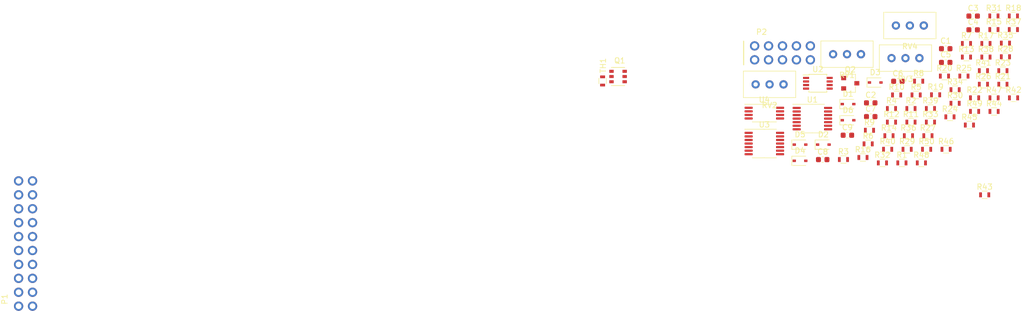
<source format=kicad_pcb>
(kicad_pcb (version 20171130) (host pcbnew "(5.1.7)-1")

  (general
    (thickness 1.6)
    (drawings 0)
    (tracks 0)
    (zones 0)
    (modules 78)
    (nets 59)
  )

  (page A4)
  (layers
    (0 F.Cu signal)
    (31 B.Cu signal)
    (32 B.Adhes user)
    (33 F.Adhes user)
    (34 B.Paste user)
    (35 F.Paste user)
    (36 B.SilkS user)
    (37 F.SilkS user)
    (38 B.Mask user)
    (39 F.Mask user)
    (40 Dwgs.User user)
    (41 Cmts.User user)
    (42 Eco1.User user)
    (43 Eco2.User user)
    (44 Edge.Cuts user)
    (45 Margin user)
    (46 B.CrtYd user)
    (47 F.CrtYd user)
    (48 B.Fab user)
    (49 F.Fab user)
  )

  (setup
    (last_trace_width 0.25)
    (trace_clearance 0.2)
    (zone_clearance 0.508)
    (zone_45_only no)
    (trace_min 0.2)
    (via_size 0.8)
    (via_drill 0.4)
    (via_min_size 0.4)
    (via_min_drill 0.3)
    (uvia_size 0.3)
    (uvia_drill 0.1)
    (uvias_allowed no)
    (uvia_min_size 0.2)
    (uvia_min_drill 0.1)
    (edge_width 0.05)
    (segment_width 0.2)
    (pcb_text_width 0.3)
    (pcb_text_size 1.5 1.5)
    (mod_edge_width 0.12)
    (mod_text_size 1 1)
    (mod_text_width 0.15)
    (pad_size 1.524 1.524)
    (pad_drill 0.762)
    (pad_to_mask_clearance 0)
    (aux_axis_origin 0 0)
    (visible_elements FFFFFF7F)
    (pcbplotparams
      (layerselection 0x010fc_ffffffff)
      (usegerberextensions false)
      (usegerberattributes true)
      (usegerberadvancedattributes true)
      (creategerberjobfile true)
      (excludeedgelayer true)
      (linewidth 0.100000)
      (plotframeref false)
      (viasonmask false)
      (mode 1)
      (useauxorigin false)
      (hpglpennumber 1)
      (hpglpenspeed 20)
      (hpglpendiameter 15.000000)
      (psnegative false)
      (psa4output false)
      (plotreference true)
      (plotvalue true)
      (plotinvisibletext false)
      (padsonsilk false)
      (subtractmaskfromsilk false)
      (outputformat 1)
      (mirror false)
      (drillshape 1)
      (scaleselection 1)
      (outputdirectory ""))
  )

  (net 0 "")
  (net 1 -12V)
  (net 2 +12V)
  (net 3 "Net-(C3-Pad2)")
  (net 4 "Net-(C3-Pad1)")
  (net 5 "Net-(C5-Pad2)")
  (net 6 "Net-(C5-Pad1)")
  (net 7 "Net-(C6-Pad2)")
  (net 8 "Net-(C6-Pad1)")
  (net 9 "Net-(C7-Pad2)")
  (net 10 /SOFT_SYNC)
  (net 11 /HARD_SYNC)
  (net 12 "Net-(C9-Pad2)")
  (net 13 "Net-(C9-Pad1)")
  (net 14 "Net-(D1-Pad2)")
  (net 15 "Net-(D1-Pad1)")
  (net 16 "Net-(D3-Pad2)")
  (net 17 "Net-(D3-Pad1)")
  (net 18 "Net-(D4-Pad2)")
  (net 19 GND)
  (net 20 "Net-(D5-Pad1)")
  (net 21 /FM)
  (net 22 /PWM_IN)
  (net 23 /EXP_FM)
  (net 24 /FINE)
  (net 25 /COARSE)
  (net 26 /POT_N)
  (net 27 /VOCT2)
  (net 28 /PMW_POT)
  (net 29 /VOCT)
  (net 30 /POT_P)
  (net 31 /PULSE)
  (net 32 /SINE)
  (net 33 /TRI)
  (net 34 /SAW)
  (net 35 "Net-(Q1-Pad1)")
  (net 36 "Net-(R1-Pad2)")
  (net 37 "Net-(R4-Pad2)")
  (net 38 "Net-(R5-Pad1)")
  (net 39 "Net-(R6-Pad1)")
  (net 40 "Net-(R7-Pad1)")
  (net 41 "Net-(R10-Pad2)")
  (net 42 "Net-(R11-Pad1)")
  (net 43 "Net-(R17-Pad1)")
  (net 44 "Net-(R18-Pad2)")
  (net 45 "Net-(R18-Pad1)")
  (net 46 "Net-(R20-Pad2)")
  (net 47 "Net-(R21-Pad2)")
  (net 48 "Net-(R24-Pad2)")
  (net 49 "Net-(R26-Pad2)")
  (net 50 "Net-(R27-Pad2)")
  (net 51 "Net-(R28-Pad1)")
  (net 52 "Net-(R31-Pad2)")
  (net 53 "Net-(R32-Pad2)")
  (net 54 "Net-(R32-Pad1)")
  (net 55 "Net-(R37-Pad2)")
  (net 56 "Net-(R40-Pad2)")
  (net 57 "Net-(R42-Pad2)")
  (net 58 "Net-(RV2-Pad2)")

  (net_class Default "This is the default net class."
    (clearance 0.2)
    (trace_width 0.25)
    (via_dia 0.8)
    (via_drill 0.4)
    (uvia_dia 0.3)
    (uvia_drill 0.1)
    (add_net +12V)
    (add_net -12V)
    (add_net /COARSE)
    (add_net /EXP_FM)
    (add_net /FINE)
    (add_net /FM)
    (add_net /HARD_SYNC)
    (add_net /PMW_POT)
    (add_net /POT_N)
    (add_net /POT_P)
    (add_net /PULSE)
    (add_net /PWM_IN)
    (add_net /SAW)
    (add_net /SINE)
    (add_net /SOFT_SYNC)
    (add_net /TRI)
    (add_net /VOCT)
    (add_net /VOCT2)
    (add_net GND)
    (add_net "Net-(C3-Pad1)")
    (add_net "Net-(C3-Pad2)")
    (add_net "Net-(C5-Pad1)")
    (add_net "Net-(C5-Pad2)")
    (add_net "Net-(C6-Pad1)")
    (add_net "Net-(C6-Pad2)")
    (add_net "Net-(C7-Pad2)")
    (add_net "Net-(C9-Pad1)")
    (add_net "Net-(C9-Pad2)")
    (add_net "Net-(D1-Pad1)")
    (add_net "Net-(D1-Pad2)")
    (add_net "Net-(D3-Pad1)")
    (add_net "Net-(D3-Pad2)")
    (add_net "Net-(D4-Pad2)")
    (add_net "Net-(D5-Pad1)")
    (add_net "Net-(Q1-Pad1)")
    (add_net "Net-(R1-Pad2)")
    (add_net "Net-(R10-Pad2)")
    (add_net "Net-(R11-Pad1)")
    (add_net "Net-(R17-Pad1)")
    (add_net "Net-(R18-Pad1)")
    (add_net "Net-(R18-Pad2)")
    (add_net "Net-(R20-Pad2)")
    (add_net "Net-(R21-Pad2)")
    (add_net "Net-(R24-Pad2)")
    (add_net "Net-(R26-Pad2)")
    (add_net "Net-(R27-Pad2)")
    (add_net "Net-(R28-Pad1)")
    (add_net "Net-(R31-Pad2)")
    (add_net "Net-(R32-Pad1)")
    (add_net "Net-(R32-Pad2)")
    (add_net "Net-(R37-Pad2)")
    (add_net "Net-(R4-Pad2)")
    (add_net "Net-(R40-Pad2)")
    (add_net "Net-(R42-Pad2)")
    (add_net "Net-(R5-Pad1)")
    (add_net "Net-(R6-Pad1)")
    (add_net "Net-(R7-Pad1)")
    (add_net "Net-(RV2-Pad2)")
  )

  (module Package_SO:TSSOP-8_4.4x3mm_P0.65mm (layer F.Cu) (tedit 5E476F32) (tstamp 5FDFCC9E)
    (at 199.37 66.37)
    (descr "TSSOP, 8 Pin (JEDEC MO-153 Var AA https://www.jedec.org/document_search?search_api_views_fulltext=MO-153), generated with kicad-footprint-generator ipc_gullwing_generator.py")
    (tags "TSSOP SO")
    (path /5FD0D9EF)
    (attr smd)
    (fp_text reference U4 (at 0 -2.45) (layer F.SilkS)
      (effects (font (size 1 1) (thickness 0.15)))
    )
    (fp_text value LM311 (at 0 2.45) (layer F.Fab)
      (effects (font (size 1 1) (thickness 0.15)))
    )
    (fp_text user %R (at 0 0) (layer F.Fab)
      (effects (font (size 1 1) (thickness 0.15)))
    )
    (fp_line (start 0 1.61) (end 2.2 1.61) (layer F.SilkS) (width 0.12))
    (fp_line (start 0 1.61) (end -2.2 1.61) (layer F.SilkS) (width 0.12))
    (fp_line (start 0 -1.61) (end 2.2 -1.61) (layer F.SilkS) (width 0.12))
    (fp_line (start 0 -1.61) (end -3.6 -1.61) (layer F.SilkS) (width 0.12))
    (fp_line (start -1.45 -1.5) (end 2.2 -1.5) (layer F.Fab) (width 0.1))
    (fp_line (start 2.2 -1.5) (end 2.2 1.5) (layer F.Fab) (width 0.1))
    (fp_line (start 2.2 1.5) (end -2.2 1.5) (layer F.Fab) (width 0.1))
    (fp_line (start -2.2 1.5) (end -2.2 -0.75) (layer F.Fab) (width 0.1))
    (fp_line (start -2.2 -0.75) (end -1.45 -1.5) (layer F.Fab) (width 0.1))
    (fp_line (start -3.85 -1.75) (end -3.85 1.75) (layer F.CrtYd) (width 0.05))
    (fp_line (start -3.85 1.75) (end 3.85 1.75) (layer F.CrtYd) (width 0.05))
    (fp_line (start 3.85 1.75) (end 3.85 -1.75) (layer F.CrtYd) (width 0.05))
    (fp_line (start 3.85 -1.75) (end -3.85 -1.75) (layer F.CrtYd) (width 0.05))
    (pad 8 smd roundrect (at 2.8625 -0.975) (size 1.475 0.4) (layers F.Cu F.Paste F.Mask) (roundrect_rratio 0.25)
      (net 2 +12V))
    (pad 7 smd roundrect (at 2.8625 -0.325) (size 1.475 0.4) (layers F.Cu F.Paste F.Mask) (roundrect_rratio 0.25)
      (net 8 "Net-(C6-Pad1)"))
    (pad 6 smd roundrect (at 2.8625 0.325) (size 1.475 0.4) (layers F.Cu F.Paste F.Mask) (roundrect_rratio 0.25)
      (net 2 +12V))
    (pad 5 smd roundrect (at 2.8625 0.975) (size 1.475 0.4) (layers F.Cu F.Paste F.Mask) (roundrect_rratio 0.25)
      (net 2 +12V))
    (pad 4 smd roundrect (at -2.8625 0.975) (size 1.475 0.4) (layers F.Cu F.Paste F.Mask) (roundrect_rratio 0.25)
      (net 1 -12V))
    (pad 3 smd roundrect (at -2.8625 0.325) (size 1.475 0.4) (layers F.Cu F.Paste F.Mask) (roundrect_rratio 0.25)
      (net 47 "Net-(R21-Pad2)"))
    (pad 2 smd roundrect (at -2.8625 -0.325) (size 1.475 0.4) (layers F.Cu F.Paste F.Mask) (roundrect_rratio 0.25)
      (net 9 "Net-(C7-Pad2)"))
    (pad 1 smd roundrect (at -2.8625 -0.975) (size 1.475 0.4) (layers F.Cu F.Paste F.Mask) (roundrect_rratio 0.25)
      (net 1 -12V))
    (model ${KISYS3DMOD}/Package_SO.3dshapes/TSSOP-8_4.4x3mm_P0.65mm.wrl
      (at (xyz 0 0 0))
      (scale (xyz 1 1 1))
      (rotate (xyz 0 0 0))
    )
  )

  (module Package_SO:TSSOP-14_4.4x5mm_P0.65mm (layer F.Cu) (tedit 5E476F32) (tstamp 5FDFCC84)
    (at 199.37 71.92)
    (descr "TSSOP, 14 Pin (JEDEC MO-153 Var AB-1 https://www.jedec.org/document_search?search_api_views_fulltext=MO-153), generated with kicad-footprint-generator ipc_gullwing_generator.py")
    (tags "TSSOP SO")
    (path /5FD1F13C)
    (attr smd)
    (fp_text reference U3 (at 0 -3.45) (layer F.SilkS)
      (effects (font (size 1 1) (thickness 0.15)))
    )
    (fp_text value TL084 (at 0 3.45) (layer F.Fab)
      (effects (font (size 1 1) (thickness 0.15)))
    )
    (fp_text user %R (at 0 0) (layer F.Fab)
      (effects (font (size 1 1) (thickness 0.15)))
    )
    (fp_line (start 0 2.61) (end 2.2 2.61) (layer F.SilkS) (width 0.12))
    (fp_line (start 0 2.61) (end -2.2 2.61) (layer F.SilkS) (width 0.12))
    (fp_line (start 0 -2.61) (end 2.2 -2.61) (layer F.SilkS) (width 0.12))
    (fp_line (start 0 -2.61) (end -3.6 -2.61) (layer F.SilkS) (width 0.12))
    (fp_line (start -1.2 -2.5) (end 2.2 -2.5) (layer F.Fab) (width 0.1))
    (fp_line (start 2.2 -2.5) (end 2.2 2.5) (layer F.Fab) (width 0.1))
    (fp_line (start 2.2 2.5) (end -2.2 2.5) (layer F.Fab) (width 0.1))
    (fp_line (start -2.2 2.5) (end -2.2 -1.5) (layer F.Fab) (width 0.1))
    (fp_line (start -2.2 -1.5) (end -1.2 -2.5) (layer F.Fab) (width 0.1))
    (fp_line (start -3.85 -2.75) (end -3.85 2.75) (layer F.CrtYd) (width 0.05))
    (fp_line (start -3.85 2.75) (end 3.85 2.75) (layer F.CrtYd) (width 0.05))
    (fp_line (start 3.85 2.75) (end 3.85 -2.75) (layer F.CrtYd) (width 0.05))
    (fp_line (start 3.85 -2.75) (end -3.85 -2.75) (layer F.CrtYd) (width 0.05))
    (pad 14 smd roundrect (at 2.8625 -1.95) (size 1.475 0.4) (layers F.Cu F.Paste F.Mask) (roundrect_rratio 0.25)
      (net 57 "Net-(R42-Pad2)"))
    (pad 13 smd roundrect (at 2.8625 -1.3) (size 1.475 0.4) (layers F.Cu F.Paste F.Mask) (roundrect_rratio 0.25)
      (net 56 "Net-(R40-Pad2)"))
    (pad 12 smd roundrect (at 2.8625 -0.65) (size 1.475 0.4) (layers F.Cu F.Paste F.Mask) (roundrect_rratio 0.25)
      (net 20 "Net-(D5-Pad1)"))
    (pad 11 smd roundrect (at 2.8625 0) (size 1.475 0.4) (layers F.Cu F.Paste F.Mask) (roundrect_rratio 0.25)
      (net 1 -12V))
    (pad 10 smd roundrect (at 2.8625 0.65) (size 1.475 0.4) (layers F.Cu F.Paste F.Mask) (roundrect_rratio 0.25)
      (net 19 GND))
    (pad 9 smd roundrect (at 2.8625 1.3) (size 1.475 0.4) (layers F.Cu F.Paste F.Mask) (roundrect_rratio 0.25)
      (net 13 "Net-(C9-Pad1)"))
    (pad 8 smd roundrect (at 2.8625 1.95) (size 1.475 0.4) (layers F.Cu F.Paste F.Mask) (roundrect_rratio 0.25)
      (net 12 "Net-(C9-Pad2)"))
    (pad 7 smd roundrect (at -2.8625 1.95) (size 1.475 0.4) (layers F.Cu F.Paste F.Mask) (roundrect_rratio 0.25)
      (net 16 "Net-(D3-Pad2)"))
    (pad 6 smd roundrect (at -2.8625 1.3) (size 1.475 0.4) (layers F.Cu F.Paste F.Mask) (roundrect_rratio 0.25)
      (net 17 "Net-(D3-Pad1)"))
    (pad 5 smd roundrect (at -2.8625 0.65) (size 1.475 0.4) (layers F.Cu F.Paste F.Mask) (roundrect_rratio 0.25)
      (net 19 GND))
    (pad 4 smd roundrect (at -2.8625 0) (size 1.475 0.4) (layers F.Cu F.Paste F.Mask) (roundrect_rratio 0.25)
      (net 2 +12V))
    (pad 3 smd roundrect (at -2.8625 -0.65) (size 1.475 0.4) (layers F.Cu F.Paste F.Mask) (roundrect_rratio 0.25)
      (net 19 GND))
    (pad 2 smd roundrect (at -2.8625 -1.3) (size 1.475 0.4) (layers F.Cu F.Paste F.Mask) (roundrect_rratio 0.25)
      (net 44 "Net-(R18-Pad2)"))
    (pad 1 smd roundrect (at -2.8625 -1.95) (size 1.475 0.4) (layers F.Cu F.Paste F.Mask) (roundrect_rratio 0.25)
      (net 48 "Net-(R24-Pad2)"))
    (model ${KISYS3DMOD}/Package_SO.3dshapes/TSSOP-14_4.4x5mm_P0.65mm.wrl
      (at (xyz 0 0 0))
      (scale (xyz 1 1 1))
      (rotate (xyz 0 0 0))
    )
  )

  (module Package_SO:TSSOP-8_3x3mm_P0.65mm (layer F.Cu) (tedit 5A02F25C) (tstamp 5FDFCC64)
    (at 209.12 60.92)
    (descr "TSSOP8: plastic thin shrink small outline package; 8 leads; body width 3 mm; (see NXP SSOP-TSSOP-VSO-REFLOW.pdf and sot505-1_po.pdf)")
    (tags "SSOP 0.65")
    (path /5FDD57F9)
    (attr smd)
    (fp_text reference U2 (at 0 -2.55) (layer F.SilkS)
      (effects (font (size 1 1) (thickness 0.15)))
    )
    (fp_text value TL082 (at 0 2.55) (layer F.Fab)
      (effects (font (size 1 1) (thickness 0.15)))
    )
    (fp_text user %R (at 0 0) (layer F.Fab)
      (effects (font (size 0.6 0.6) (thickness 0.15)))
    )
    (fp_line (start -0.5 -1.5) (end 1.5 -1.5) (layer F.Fab) (width 0.15))
    (fp_line (start 1.5 -1.5) (end 1.5 1.5) (layer F.Fab) (width 0.15))
    (fp_line (start 1.5 1.5) (end -1.5 1.5) (layer F.Fab) (width 0.15))
    (fp_line (start -1.5 1.5) (end -1.5 -0.5) (layer F.Fab) (width 0.15))
    (fp_line (start -1.5 -0.5) (end -0.5 -1.5) (layer F.Fab) (width 0.15))
    (fp_line (start -2.95 -1.8) (end -2.95 1.8) (layer F.CrtYd) (width 0.05))
    (fp_line (start 2.95 -1.8) (end 2.95 1.8) (layer F.CrtYd) (width 0.05))
    (fp_line (start -2.95 -1.8) (end 2.95 -1.8) (layer F.CrtYd) (width 0.05))
    (fp_line (start -2.95 1.8) (end 2.95 1.8) (layer F.CrtYd) (width 0.05))
    (fp_line (start -1.625 -1.625) (end -1.625 -1.5) (layer F.SilkS) (width 0.15))
    (fp_line (start 1.625 -1.625) (end 1.625 -1.4) (layer F.SilkS) (width 0.15))
    (fp_line (start 1.625 1.625) (end 1.625 1.4) (layer F.SilkS) (width 0.15))
    (fp_line (start -1.625 1.625) (end -1.625 1.4) (layer F.SilkS) (width 0.15))
    (fp_line (start -1.625 -1.625) (end 1.625 -1.625) (layer F.SilkS) (width 0.15))
    (fp_line (start -1.625 1.625) (end 1.625 1.625) (layer F.SilkS) (width 0.15))
    (fp_line (start -1.625 -1.5) (end -2.7 -1.5) (layer F.SilkS) (width 0.15))
    (pad 8 smd rect (at 2.15 -0.975) (size 1.1 0.4) (layers F.Cu F.Paste F.Mask)
      (net 2 +12V))
    (pad 7 smd rect (at 2.15 -0.325) (size 1.1 0.4) (layers F.Cu F.Paste F.Mask)
      (net 3 "Net-(C3-Pad2)"))
    (pad 6 smd rect (at 2.15 0.325) (size 1.1 0.4) (layers F.Cu F.Paste F.Mask)
      (net 4 "Net-(C3-Pad1)"))
    (pad 5 smd rect (at 2.15 0.975) (size 1.1 0.4) (layers F.Cu F.Paste F.Mask)
      (net 42 "Net-(R11-Pad1)"))
    (pad 4 smd rect (at -2.15 0.975) (size 1.1 0.4) (layers F.Cu F.Paste F.Mask)
      (net 1 -12V))
    (pad 3 smd rect (at -2.15 0.325) (size 1.1 0.4) (layers F.Cu F.Paste F.Mask)
      (net 38 "Net-(R5-Pad1)"))
    (pad 2 smd rect (at -2.15 -0.325) (size 1.1 0.4) (layers F.Cu F.Paste F.Mask)
      (net 36 "Net-(R1-Pad2)"))
    (pad 1 smd rect (at -2.15 -0.975) (size 1.1 0.4) (layers F.Cu F.Paste F.Mask)
      (net 41 "Net-(R10-Pad2)"))
    (model ${KISYS3DMOD}/Package_SO.3dshapes/TSSOP-8_3x3mm_P0.65mm.wrl
      (at (xyz 0 0 0))
      (scale (xyz 1 1 1))
      (rotate (xyz 0 0 0))
    )
  )

  (module Package_SO:TSSOP-14_4.4x5mm_P0.65mm (layer F.Cu) (tedit 5E476F32) (tstamp 5FDFCC47)
    (at 208.12 67.37)
    (descr "TSSOP, 14 Pin (JEDEC MO-153 Var AB-1 https://www.jedec.org/document_search?search_api_views_fulltext=MO-153), generated with kicad-footprint-generator ipc_gullwing_generator.py")
    (tags "TSSOP SO")
    (path /5FD208B8)
    (attr smd)
    (fp_text reference U1 (at 0 -3.45) (layer F.SilkS)
      (effects (font (size 1 1) (thickness 0.15)))
    )
    (fp_text value TL084 (at 0 3.45) (layer F.Fab)
      (effects (font (size 1 1) (thickness 0.15)))
    )
    (fp_text user %R (at 0 0) (layer F.Fab)
      (effects (font (size 1 1) (thickness 0.15)))
    )
    (fp_line (start 0 2.61) (end 2.2 2.61) (layer F.SilkS) (width 0.12))
    (fp_line (start 0 2.61) (end -2.2 2.61) (layer F.SilkS) (width 0.12))
    (fp_line (start 0 -2.61) (end 2.2 -2.61) (layer F.SilkS) (width 0.12))
    (fp_line (start 0 -2.61) (end -3.6 -2.61) (layer F.SilkS) (width 0.12))
    (fp_line (start -1.2 -2.5) (end 2.2 -2.5) (layer F.Fab) (width 0.1))
    (fp_line (start 2.2 -2.5) (end 2.2 2.5) (layer F.Fab) (width 0.1))
    (fp_line (start 2.2 2.5) (end -2.2 2.5) (layer F.Fab) (width 0.1))
    (fp_line (start -2.2 2.5) (end -2.2 -1.5) (layer F.Fab) (width 0.1))
    (fp_line (start -2.2 -1.5) (end -1.2 -2.5) (layer F.Fab) (width 0.1))
    (fp_line (start -3.85 -2.75) (end -3.85 2.75) (layer F.CrtYd) (width 0.05))
    (fp_line (start -3.85 2.75) (end 3.85 2.75) (layer F.CrtYd) (width 0.05))
    (fp_line (start 3.85 2.75) (end 3.85 -2.75) (layer F.CrtYd) (width 0.05))
    (fp_line (start 3.85 -2.75) (end -3.85 -2.75) (layer F.CrtYd) (width 0.05))
    (pad 14 smd roundrect (at 2.8625 -1.95) (size 1.475 0.4) (layers F.Cu F.Paste F.Mask) (roundrect_rratio 0.25)
      (net 52 "Net-(R31-Pad2)"))
    (pad 13 smd roundrect (at 2.8625 -1.3) (size 1.475 0.4) (layers F.Cu F.Paste F.Mask) (roundrect_rratio 0.25)
      (net 50 "Net-(R27-Pad2)"))
    (pad 12 smd roundrect (at 2.8625 -0.65) (size 1.475 0.4) (layers F.Cu F.Paste F.Mask) (roundrect_rratio 0.25)
      (net 19 GND))
    (pad 11 smd roundrect (at 2.8625 0) (size 1.475 0.4) (layers F.Cu F.Paste F.Mask) (roundrect_rratio 0.25)
      (net 1 -12V))
    (pad 10 smd roundrect (at 2.8625 0.65) (size 1.475 0.4) (layers F.Cu F.Paste F.Mask) (roundrect_rratio 0.25)
      (net 51 "Net-(R28-Pad1)"))
    (pad 9 smd roundrect (at 2.8625 1.3) (size 1.475 0.4) (layers F.Cu F.Paste F.Mask) (roundrect_rratio 0.25)
      (net 49 "Net-(R26-Pad2)"))
    (pad 8 smd roundrect (at 2.8625 1.95) (size 1.475 0.4) (layers F.Cu F.Paste F.Mask) (roundrect_rratio 0.25)
      (net 54 "Net-(R32-Pad1)"))
    (pad 7 smd roundrect (at -2.8625 1.95) (size 1.475 0.4) (layers F.Cu F.Paste F.Mask) (roundrect_rratio 0.25)
      (net 45 "Net-(R18-Pad1)"))
    (pad 6 smd roundrect (at -2.8625 1.3) (size 1.475 0.4) (layers F.Cu F.Paste F.Mask) (roundrect_rratio 0.25)
      (net 45 "Net-(R18-Pad1)"))
    (pad 5 smd roundrect (at -2.8625 0.65) (size 1.475 0.4) (layers F.Cu F.Paste F.Mask) (roundrect_rratio 0.25)
      (net 5 "Net-(C5-Pad2)"))
    (pad 4 smd roundrect (at -2.8625 0) (size 1.475 0.4) (layers F.Cu F.Paste F.Mask) (roundrect_rratio 0.25)
      (net 2 +12V))
    (pad 3 smd roundrect (at -2.8625 -0.65) (size 1.475 0.4) (layers F.Cu F.Paste F.Mask) (roundrect_rratio 0.25)
      (net 40 "Net-(R7-Pad1)"))
    (pad 2 smd roundrect (at -2.8625 -1.3) (size 1.475 0.4) (layers F.Cu F.Paste F.Mask) (roundrect_rratio 0.25)
      (net 6 "Net-(C5-Pad1)"))
    (pad 1 smd roundrect (at -2.8625 -1.95) (size 1.475 0.4) (layers F.Cu F.Paste F.Mask) (roundrect_rratio 0.25)
      (net 6 "Net-(C5-Pad1)"))
    (model ${KISYS3DMOD}/Package_SO.3dshapes/TSSOP-14_4.4x5mm_P0.65mm.wrl
      (at (xyz 0 0 0))
      (scale (xyz 1 1 1))
      (rotate (xyz 0 0 0))
    )
  )

  (module project_oscillator:R_0603 (layer F.Cu) (tedit 58E0A804) (tstamp 5FDFD822)
    (at 169.9 60.5 270)
    (descr "Resistor SMD 0603, reflow soldering, Vishay (see dcrcw.pdf)")
    (tags "resistor 0603")
    (path /5FCD1335)
    (attr smd)
    (fp_text reference TH1 (at -2.81 -0.09 90) (layer F.SilkS)
      (effects (font (size 1 1) (thickness 0.15)))
    )
    (fp_text value PT1000 (at 0 1.5 90) (layer F.Fab)
      (effects (font (size 1 1) (thickness 0.15)))
    )
    (fp_text user %R (at 0 0 90) (layer F.Fab)
      (effects (font (size 0.4 0.4) (thickness 0.075)))
    )
    (fp_line (start 1.25 0.7) (end -1.25 0.7) (layer F.CrtYd) (width 0.05))
    (fp_line (start 1.25 0.7) (end 1.25 -0.7) (layer F.CrtYd) (width 0.05))
    (fp_line (start -1.25 -0.7) (end -1.25 0.7) (layer F.CrtYd) (width 0.05))
    (fp_line (start -1.25 -0.7) (end 1.25 -0.7) (layer F.CrtYd) (width 0.05))
    (fp_line (start -0.5 -0.68) (end 0.5 -0.68) (layer F.SilkS) (width 0.12))
    (fp_line (start 0.5 0.68) (end -0.5 0.68) (layer F.SilkS) (width 0.12))
    (fp_line (start -0.8 -0.4) (end 0.8 -0.4) (layer F.Fab) (width 0.1))
    (fp_line (start 0.8 -0.4) (end 0.8 0.4) (layer F.Fab) (width 0.1))
    (fp_line (start 0.8 0.4) (end -0.8 0.4) (layer F.Fab) (width 0.1))
    (fp_line (start -0.8 0.4) (end -0.8 -0.4) (layer F.Fab) (width 0.1))
    (pad 2 smd rect (at 0.75 0 270) (size 0.5 0.9) (layers F.Cu F.Paste F.Mask)
      (net 19 GND))
    (pad 1 smd rect (at -0.75 0 270) (size 0.5 0.9) (layers F.Cu F.Paste F.Mask)
      (net 14 "Net-(D1-Pad2)"))
    (model ${KISYS3DMOD}/Resistors_SMD.3dshapes/R_0603.wrl
      (at (xyz 0 0 0))
      (scale (xyz 1 1 1))
      (rotate (xyz 0 0 0))
    )
  )

  (module project_oscillator:PV36W (layer F.Cu) (tedit 5FCF9F10) (tstamp 5FDFCC16)
    (at 225.88 50.385)
    (path /600DAC4F)
    (fp_text reference RV4 (at 0 3.81) (layer F.SilkS)
      (effects (font (size 1 1) (thickness 0.15)))
    )
    (fp_text value 47k (at 0 -3.81) (layer F.Fab)
      (effects (font (size 1 1) (thickness 0.15)))
    )
    (fp_line (start -4.765 2.41) (end 4.765 2.41) (layer F.SilkS) (width 0.12))
    (fp_line (start 4.765 -2.42) (end -4.765 -2.42) (layer F.SilkS) (width 0.12))
    (fp_line (start 4.765 -2.42) (end 4.765 2.41) (layer F.SilkS) (width 0.12))
    (fp_line (start -4.765 -2.42) (end -4.765 2.41) (layer F.SilkS) (width 0.12))
    (pad 3 thru_hole circle (at 2.54 0) (size 1.5241 1.5241) (drill 0.8) (layers *.Cu *.Mask)
      (net 19 GND))
    (pad 2 thru_hole circle (at 0 0) (size 1.5 1.5) (drill 0.8) (layers *.Cu *.Mask)
      (net 55 "Net-(R37-Pad2)"))
    (pad 1 thru_hole circle (at -2.54 0) (size 1.5 1.5) (drill 0.8) (layers *.Cu *.Mask)
      (net 2 +12V))
  )

  (module project_oscillator:PV36W (layer F.Cu) (tedit 5FCF9F10) (tstamp 5FDFCC0B)
    (at 225.08 56.335)
    (path /5FFB0E65)
    (fp_text reference RV3 (at 0 3.81) (layer F.SilkS)
      (effects (font (size 1 1) (thickness 0.15)))
    )
    (fp_text value 10k (at 0 -3.81) (layer F.Fab)
      (effects (font (size 1 1) (thickness 0.15)))
    )
    (fp_line (start -4.765 2.41) (end 4.765 2.41) (layer F.SilkS) (width 0.12))
    (fp_line (start 4.765 -2.42) (end -4.765 -2.42) (layer F.SilkS) (width 0.12))
    (fp_line (start 4.765 -2.42) (end 4.765 2.41) (layer F.SilkS) (width 0.12))
    (fp_line (start -4.765 -2.42) (end -4.765 2.41) (layer F.SilkS) (width 0.12))
    (pad 3 thru_hole circle (at 2.54 0) (size 1.5241 1.5241) (drill 0.8) (layers *.Cu *.Mask)
      (net 19 GND))
    (pad 2 thru_hole circle (at 0 0) (size 1.5 1.5) (drill 0.8) (layers *.Cu *.Mask)
      (net 46 "Net-(R20-Pad2)"))
    (pad 1 thru_hole circle (at -2.54 0) (size 1.5 1.5) (drill 0.8) (layers *.Cu *.Mask)
      (net 43 "Net-(R17-Pad1)"))
  )

  (module project_oscillator:PV36W (layer F.Cu) (tedit 5FCF9F10) (tstamp 5FDFCC00)
    (at 200.32 61.125)
    (path /5FD4DD80)
    (fp_text reference RV2 (at 0 3.81) (layer F.SilkS)
      (effects (font (size 1 1) (thickness 0.15)))
    )
    (fp_text value 25k (at 0 -3.81) (layer F.Fab)
      (effects (font (size 1 1) (thickness 0.15)))
    )
    (fp_line (start -4.765 2.41) (end 4.765 2.41) (layer F.SilkS) (width 0.12))
    (fp_line (start 4.765 -2.42) (end -4.765 -2.42) (layer F.SilkS) (width 0.12))
    (fp_line (start 4.765 -2.42) (end 4.765 2.41) (layer F.SilkS) (width 0.12))
    (fp_line (start -4.765 -2.42) (end -4.765 2.41) (layer F.SilkS) (width 0.12))
    (pad 3 thru_hole circle (at 2.54 0) (size 1.5241 1.5241) (drill 0.8) (layers *.Cu *.Mask)
      (net 41 "Net-(R10-Pad2)"))
    (pad 2 thru_hole circle (at 0 0) (size 1.5 1.5) (drill 0.8) (layers *.Cu *.Mask)
      (net 58 "Net-(RV2-Pad2)"))
    (pad 1 thru_hole circle (at -2.54 0) (size 1.5 1.5) (drill 0.8) (layers *.Cu *.Mask)
      (net 39 "Net-(R6-Pad1)"))
  )

  (module project_oscillator:PV36W (layer F.Cu) (tedit 5FCF9F10) (tstamp 5FDFCBF5)
    (at 214.43 55.625)
    (path /5FDC0A8C)
    (fp_text reference RV1 (at 0 3.81) (layer F.SilkS)
      (effects (font (size 1 1) (thickness 0.15)))
    )
    (fp_text value 220k (at 0 -3.81) (layer F.Fab)
      (effects (font (size 1 1) (thickness 0.15)))
    )
    (fp_line (start -4.765 2.41) (end 4.765 2.41) (layer F.SilkS) (width 0.12))
    (fp_line (start 4.765 -2.42) (end -4.765 -2.42) (layer F.SilkS) (width 0.12))
    (fp_line (start 4.765 -2.42) (end 4.765 2.41) (layer F.SilkS) (width 0.12))
    (fp_line (start -4.765 -2.42) (end -4.765 2.41) (layer F.SilkS) (width 0.12))
    (pad 3 thru_hole circle (at 2.54 0) (size 1.5241 1.5241) (drill 0.8) (layers *.Cu *.Mask)
      (net 2 +12V))
    (pad 2 thru_hole circle (at 0 0) (size 1.5 1.5) (drill 0.8) (layers *.Cu *.Mask)
      (net 37 "Net-(R4-Pad2)"))
    (pad 1 thru_hole circle (at -2.54 0) (size 1.5 1.5) (drill 0.8) (layers *.Cu *.Mask)
      (net 1 -12V))
  )

  (module project_oscillator:R_0603 (layer F.Cu) (tedit 58E0A804) (tstamp 5FDFD7D1)
    (at 228.93 72.975)
    (descr "Resistor SMD 0603, reflow soldering, Vishay (see dcrcw.pdf)")
    (tags "resistor 0603")
    (path /5FE8280E)
    (attr smd)
    (fp_text reference R50 (at 0 -1.45) (layer F.SilkS)
      (effects (font (size 1 1) (thickness 0.15)))
    )
    (fp_text value 100k (at 0 1.5) (layer F.Fab)
      (effects (font (size 1 1) (thickness 0.15)))
    )
    (fp_text user %R (at 0 0) (layer F.Fab)
      (effects (font (size 0.4 0.4) (thickness 0.075)))
    )
    (fp_line (start 1.25 0.7) (end -1.25 0.7) (layer F.CrtYd) (width 0.05))
    (fp_line (start 1.25 0.7) (end 1.25 -0.7) (layer F.CrtYd) (width 0.05))
    (fp_line (start -1.25 -0.7) (end -1.25 0.7) (layer F.CrtYd) (width 0.05))
    (fp_line (start -1.25 -0.7) (end 1.25 -0.7) (layer F.CrtYd) (width 0.05))
    (fp_line (start -0.5 -0.68) (end 0.5 -0.68) (layer F.SilkS) (width 0.12))
    (fp_line (start 0.5 0.68) (end -0.5 0.68) (layer F.SilkS) (width 0.12))
    (fp_line (start -0.8 -0.4) (end 0.8 -0.4) (layer F.Fab) (width 0.1))
    (fp_line (start 0.8 -0.4) (end 0.8 0.4) (layer F.Fab) (width 0.1))
    (fp_line (start 0.8 0.4) (end -0.8 0.4) (layer F.Fab) (width 0.1))
    (fp_line (start -0.8 0.4) (end -0.8 -0.4) (layer F.Fab) (width 0.1))
    (pad 2 smd rect (at 0.75 0) (size 0.5 0.9) (layers F.Cu F.Paste F.Mask)
      (net 51 "Net-(R28-Pad1)"))
    (pad 1 smd rect (at -0.75 0) (size 0.5 0.9) (layers F.Cu F.Paste F.Mask)
      (net 28 /PMW_POT))
    (model ${KISYS3DMOD}/Resistors_SMD.3dshapes/R_0603.wrl
      (at (xyz 0 0 0))
      (scale (xyz 1 1 1))
      (rotate (xyz 0 0 0))
    )
  )

  (module project_oscillator:R_0603 (layer F.Cu) (tedit 58E0A804) (tstamp 5FDFCBD9)
    (at 237.67 66.065)
    (descr "Resistor SMD 0603, reflow soldering, Vishay (see dcrcw.pdf)")
    (tags "resistor 0603")
    (path /5FE82378)
    (attr smd)
    (fp_text reference R49 (at 0 -1.45) (layer F.SilkS)
      (effects (font (size 1 1) (thickness 0.15)))
    )
    (fp_text value 180k (at 0 1.5) (layer F.Fab)
      (effects (font (size 1 1) (thickness 0.15)))
    )
    (fp_text user %R (at 0 0) (layer F.Fab)
      (effects (font (size 0.4 0.4) (thickness 0.075)))
    )
    (fp_line (start 1.25 0.7) (end -1.25 0.7) (layer F.CrtYd) (width 0.05))
    (fp_line (start 1.25 0.7) (end 1.25 -0.7) (layer F.CrtYd) (width 0.05))
    (fp_line (start -1.25 -0.7) (end -1.25 0.7) (layer F.CrtYd) (width 0.05))
    (fp_line (start -1.25 -0.7) (end 1.25 -0.7) (layer F.CrtYd) (width 0.05))
    (fp_line (start -0.5 -0.68) (end 0.5 -0.68) (layer F.SilkS) (width 0.12))
    (fp_line (start 0.5 0.68) (end -0.5 0.68) (layer F.SilkS) (width 0.12))
    (fp_line (start -0.8 -0.4) (end 0.8 -0.4) (layer F.Fab) (width 0.1))
    (fp_line (start 0.8 -0.4) (end 0.8 0.4) (layer F.Fab) (width 0.1))
    (fp_line (start 0.8 0.4) (end -0.8 0.4) (layer F.Fab) (width 0.1))
    (fp_line (start -0.8 0.4) (end -0.8 -0.4) (layer F.Fab) (width 0.1))
    (pad 2 smd rect (at 0.75 0) (size 0.5 0.9) (layers F.Cu F.Paste F.Mask)
      (net 51 "Net-(R28-Pad1)"))
    (pad 1 smd rect (at -0.75 0) (size 0.5 0.9) (layers F.Cu F.Paste F.Mask)
      (net 22 /PWM_IN))
    (model ${KISYS3DMOD}/Resistors_SMD.3dshapes/R_0603.wrl
      (at (xyz 0 0 0))
      (scale (xyz 1 1 1))
      (rotate (xyz 0 0 0))
    )
  )

  (module project_oscillator:R_0603 (layer F.Cu) (tedit 58E0A804) (tstamp 5FDFCBC8)
    (at 227.98 75.455)
    (descr "Resistor SMD 0603, reflow soldering, Vishay (see dcrcw.pdf)")
    (tags "resistor 0603")
    (path /5FEB0456)
    (attr smd)
    (fp_text reference R48 (at 0 -1.45) (layer F.SilkS)
      (effects (font (size 1 1) (thickness 0.15)))
    )
    (fp_text value 7k5 (at 0 1.5) (layer F.Fab)
      (effects (font (size 1 1) (thickness 0.15)))
    )
    (fp_text user %R (at 0 0) (layer F.Fab)
      (effects (font (size 0.4 0.4) (thickness 0.075)))
    )
    (fp_line (start 1.25 0.7) (end -1.25 0.7) (layer F.CrtYd) (width 0.05))
    (fp_line (start 1.25 0.7) (end 1.25 -0.7) (layer F.CrtYd) (width 0.05))
    (fp_line (start -1.25 -0.7) (end -1.25 0.7) (layer F.CrtYd) (width 0.05))
    (fp_line (start -1.25 -0.7) (end 1.25 -0.7) (layer F.CrtYd) (width 0.05))
    (fp_line (start -0.5 -0.68) (end 0.5 -0.68) (layer F.SilkS) (width 0.12))
    (fp_line (start 0.5 0.68) (end -0.5 0.68) (layer F.SilkS) (width 0.12))
    (fp_line (start -0.8 -0.4) (end 0.8 -0.4) (layer F.Fab) (width 0.1))
    (fp_line (start 0.8 -0.4) (end 0.8 0.4) (layer F.Fab) (width 0.1))
    (fp_line (start 0.8 0.4) (end -0.8 0.4) (layer F.Fab) (width 0.1))
    (fp_line (start -0.8 0.4) (end -0.8 -0.4) (layer F.Fab) (width 0.1))
    (pad 2 smd rect (at 0.75 0) (size 0.5 0.9) (layers F.Cu F.Paste F.Mask)
      (net 1 -12V))
    (pad 1 smd rect (at -0.75 0) (size 0.5 0.9) (layers F.Cu F.Paste F.Mask)
      (net 26 /POT_N))
    (model ${KISYS3DMOD}/Resistors_SMD.3dshapes/R_0603.wrl
      (at (xyz 0 0 0))
      (scale (xyz 1 1 1))
      (rotate (xyz 0 0 0))
    )
  )

  (module project_oscillator:R_0603 (layer F.Cu) (tedit 58E0A804) (tstamp 5FDFCBB7)
    (at 241.22 63.585)
    (descr "Resistor SMD 0603, reflow soldering, Vishay (see dcrcw.pdf)")
    (tags "resistor 0603")
    (path /5FEB003A)
    (attr smd)
    (fp_text reference R47 (at 0 -1.45) (layer F.SilkS)
      (effects (font (size 1 1) (thickness 0.15)))
    )
    (fp_text value 7k5 (at 0 1.5) (layer F.Fab)
      (effects (font (size 1 1) (thickness 0.15)))
    )
    (fp_text user %R (at 0 0) (layer F.Fab)
      (effects (font (size 0.4 0.4) (thickness 0.075)))
    )
    (fp_line (start 1.25 0.7) (end -1.25 0.7) (layer F.CrtYd) (width 0.05))
    (fp_line (start 1.25 0.7) (end 1.25 -0.7) (layer F.CrtYd) (width 0.05))
    (fp_line (start -1.25 -0.7) (end -1.25 0.7) (layer F.CrtYd) (width 0.05))
    (fp_line (start -1.25 -0.7) (end 1.25 -0.7) (layer F.CrtYd) (width 0.05))
    (fp_line (start -0.5 -0.68) (end 0.5 -0.68) (layer F.SilkS) (width 0.12))
    (fp_line (start 0.5 0.68) (end -0.5 0.68) (layer F.SilkS) (width 0.12))
    (fp_line (start -0.8 -0.4) (end 0.8 -0.4) (layer F.Fab) (width 0.1))
    (fp_line (start 0.8 -0.4) (end 0.8 0.4) (layer F.Fab) (width 0.1))
    (fp_line (start 0.8 0.4) (end -0.8 0.4) (layer F.Fab) (width 0.1))
    (fp_line (start -0.8 0.4) (end -0.8 -0.4) (layer F.Fab) (width 0.1))
    (pad 2 smd rect (at 0.75 0) (size 0.5 0.9) (layers F.Cu F.Paste F.Mask)
      (net 2 +12V))
    (pad 1 smd rect (at -0.75 0) (size 0.5 0.9) (layers F.Cu F.Paste F.Mask)
      (net 30 /POT_P))
    (model ${KISYS3DMOD}/Resistors_SMD.3dshapes/R_0603.wrl
      (at (xyz 0 0 0))
      (scale (xyz 1 1 1))
      (rotate (xyz 0 0 0))
    )
  )

  (module project_oscillator:R_0603 (layer F.Cu) (tedit 58E0A804) (tstamp 5FDFCBA6)
    (at 232.48 72.975)
    (descr "Resistor SMD 0603, reflow soldering, Vishay (see dcrcw.pdf)")
    (tags "resistor 0603")
    (path /5FF89CD4)
    (attr smd)
    (fp_text reference R46 (at 0 -1.45) (layer F.SilkS)
      (effects (font (size 1 1) (thickness 0.15)))
    )
    (fp_text value 100k (at 0 1.5) (layer F.Fab)
      (effects (font (size 1 1) (thickness 0.15)))
    )
    (fp_text user %R (at 0 0) (layer F.Fab)
      (effects (font (size 0.4 0.4) (thickness 0.075)))
    )
    (fp_line (start 1.25 0.7) (end -1.25 0.7) (layer F.CrtYd) (width 0.05))
    (fp_line (start 1.25 0.7) (end 1.25 -0.7) (layer F.CrtYd) (width 0.05))
    (fp_line (start -1.25 -0.7) (end -1.25 0.7) (layer F.CrtYd) (width 0.05))
    (fp_line (start -1.25 -0.7) (end 1.25 -0.7) (layer F.CrtYd) (width 0.05))
    (fp_line (start -0.5 -0.68) (end 0.5 -0.68) (layer F.SilkS) (width 0.12))
    (fp_line (start 0.5 0.68) (end -0.5 0.68) (layer F.SilkS) (width 0.12))
    (fp_line (start -0.8 -0.4) (end 0.8 -0.4) (layer F.Fab) (width 0.1))
    (fp_line (start 0.8 -0.4) (end 0.8 0.4) (layer F.Fab) (width 0.1))
    (fp_line (start 0.8 0.4) (end -0.8 0.4) (layer F.Fab) (width 0.1))
    (fp_line (start -0.8 0.4) (end -0.8 -0.4) (layer F.Fab) (width 0.1))
    (pad 2 smd rect (at 0.75 0) (size 0.5 0.9) (layers F.Cu F.Paste F.Mask)
      (net 36 "Net-(R1-Pad2)"))
    (pad 1 smd rect (at -0.75 0) (size 0.5 0.9) (layers F.Cu F.Paste F.Mask)
      (net 27 /VOCT2))
    (model ${KISYS3DMOD}/Resistors_SMD.3dshapes/R_0603.wrl
      (at (xyz 0 0 0))
      (scale (xyz 1 1 1))
      (rotate (xyz 0 0 0))
    )
  )

  (module project_oscillator:R_0603 (layer F.Cu) (tedit 58E0A804) (tstamp 5FDFCB95)
    (at 236.73 68.545)
    (descr "Resistor SMD 0603, reflow soldering, Vishay (see dcrcw.pdf)")
    (tags "resistor 0603")
    (path /5FF8A09E)
    (attr smd)
    (fp_text reference R45 (at 0 -1.45) (layer F.SilkS)
      (effects (font (size 1 1) (thickness 0.15)))
    )
    (fp_text value 100k (at 0 1.5) (layer F.Fab)
      (effects (font (size 1 1) (thickness 0.15)))
    )
    (fp_text user %R (at 0 0) (layer F.Fab)
      (effects (font (size 0.4 0.4) (thickness 0.075)))
    )
    (fp_line (start 1.25 0.7) (end -1.25 0.7) (layer F.CrtYd) (width 0.05))
    (fp_line (start 1.25 0.7) (end 1.25 -0.7) (layer F.CrtYd) (width 0.05))
    (fp_line (start -1.25 -0.7) (end -1.25 0.7) (layer F.CrtYd) (width 0.05))
    (fp_line (start -1.25 -0.7) (end 1.25 -0.7) (layer F.CrtYd) (width 0.05))
    (fp_line (start -0.5 -0.68) (end 0.5 -0.68) (layer F.SilkS) (width 0.12))
    (fp_line (start 0.5 0.68) (end -0.5 0.68) (layer F.SilkS) (width 0.12))
    (fp_line (start -0.8 -0.4) (end 0.8 -0.4) (layer F.Fab) (width 0.1))
    (fp_line (start 0.8 -0.4) (end 0.8 0.4) (layer F.Fab) (width 0.1))
    (fp_line (start 0.8 0.4) (end -0.8 0.4) (layer F.Fab) (width 0.1))
    (fp_line (start -0.8 0.4) (end -0.8 -0.4) (layer F.Fab) (width 0.1))
    (pad 2 smd rect (at 0.75 0) (size 0.5 0.9) (layers F.Cu F.Paste F.Mask)
      (net 36 "Net-(R1-Pad2)"))
    (pad 1 smd rect (at -0.75 0) (size 0.5 0.9) (layers F.Cu F.Paste F.Mask)
      (net 23 /EXP_FM))
    (model ${KISYS3DMOD}/Resistors_SMD.3dshapes/R_0603.wrl
      (at (xyz 0 0 0))
      (scale (xyz 1 1 1))
      (rotate (xyz 0 0 0))
    )
  )

  (module project_oscillator:R_0603 (layer F.Cu) (tedit 58E0A804) (tstamp 5FDFCB84)
    (at 241.22 66.065)
    (descr "Resistor SMD 0603, reflow soldering, Vishay (see dcrcw.pdf)")
    (tags "resistor 0603")
    (path /601C1F9A)
    (attr smd)
    (fp_text reference R44 (at 0 -1.45) (layer F.SilkS)
      (effects (font (size 1 1) (thickness 0.15)))
    )
    (fp_text value 1k (at 0 1.5) (layer F.Fab)
      (effects (font (size 1 1) (thickness 0.15)))
    )
    (fp_text user %R (at 0 0) (layer F.Fab)
      (effects (font (size 0.4 0.4) (thickness 0.075)))
    )
    (fp_line (start 1.25 0.7) (end -1.25 0.7) (layer F.CrtYd) (width 0.05))
    (fp_line (start 1.25 0.7) (end 1.25 -0.7) (layer F.CrtYd) (width 0.05))
    (fp_line (start -1.25 -0.7) (end -1.25 0.7) (layer F.CrtYd) (width 0.05))
    (fp_line (start -1.25 -0.7) (end 1.25 -0.7) (layer F.CrtYd) (width 0.05))
    (fp_line (start -0.5 -0.68) (end 0.5 -0.68) (layer F.SilkS) (width 0.12))
    (fp_line (start 0.5 0.68) (end -0.5 0.68) (layer F.SilkS) (width 0.12))
    (fp_line (start -0.8 -0.4) (end 0.8 -0.4) (layer F.Fab) (width 0.1))
    (fp_line (start 0.8 -0.4) (end 0.8 0.4) (layer F.Fab) (width 0.1))
    (fp_line (start 0.8 0.4) (end -0.8 0.4) (layer F.Fab) (width 0.1))
    (fp_line (start -0.8 0.4) (end -0.8 -0.4) (layer F.Fab) (width 0.1))
    (pad 2 smd rect (at 0.75 0) (size 0.5 0.9) (layers F.Cu F.Paste F.Mask)
      (net 32 /SINE))
    (pad 1 smd rect (at -0.75 0) (size 0.5 0.9) (layers F.Cu F.Paste F.Mask)
      (net 57 "Net-(R42-Pad2)"))
    (model ${KISYS3DMOD}/Resistors_SMD.3dshapes/R_0603.wrl
      (at (xyz 0 0 0))
      (scale (xyz 1 1 1))
      (rotate (xyz 0 0 0))
    )
  )

  (module project_oscillator:R_0603 (layer F.Cu) (tedit 58E0A804) (tstamp 5FDFCB73)
    (at 239.51 81.28)
    (descr "Resistor SMD 0603, reflow soldering, Vishay (see dcrcw.pdf)")
    (tags "resistor 0603")
    (path /6011325B)
    (attr smd)
    (fp_text reference R43 (at 0 -1.45) (layer F.SilkS)
      (effects (font (size 1 1) (thickness 0.15)))
    )
    (fp_text value 22k (at 0 1.5) (layer F.Fab)
      (effects (font (size 1 1) (thickness 0.15)))
    )
    (fp_text user %R (at 0 0) (layer F.Fab)
      (effects (font (size 0.4 0.4) (thickness 0.075)))
    )
    (fp_line (start 1.25 0.7) (end -1.25 0.7) (layer F.CrtYd) (width 0.05))
    (fp_line (start 1.25 0.7) (end 1.25 -0.7) (layer F.CrtYd) (width 0.05))
    (fp_line (start -1.25 -0.7) (end -1.25 0.7) (layer F.CrtYd) (width 0.05))
    (fp_line (start -1.25 -0.7) (end 1.25 -0.7) (layer F.CrtYd) (width 0.05))
    (fp_line (start -0.5 -0.68) (end 0.5 -0.68) (layer F.SilkS) (width 0.12))
    (fp_line (start 0.5 0.68) (end -0.5 0.68) (layer F.SilkS) (width 0.12))
    (fp_line (start -0.8 -0.4) (end 0.8 -0.4) (layer F.Fab) (width 0.1))
    (fp_line (start 0.8 -0.4) (end 0.8 0.4) (layer F.Fab) (width 0.1))
    (fp_line (start 0.8 0.4) (end -0.8 0.4) (layer F.Fab) (width 0.1))
    (fp_line (start -0.8 0.4) (end -0.8 -0.4) (layer F.Fab) (width 0.1))
    (pad 2 smd rect (at 0.75 0) (size 0.5 0.9) (layers F.Cu F.Paste F.Mask)
      (net 20 "Net-(D5-Pad1)"))
    (pad 1 smd rect (at -0.75 0) (size 0.5 0.9) (layers F.Cu F.Paste F.Mask)
      (net 19 GND))
    (model ${KISYS3DMOD}/Resistors_SMD.3dshapes/R_0603.wrl
      (at (xyz 0 0 0))
      (scale (xyz 1 1 1))
      (rotate (xyz 0 0 0))
    )
  )

  (module project_oscillator:R_0603 (layer F.Cu) (tedit 58E0A804) (tstamp 5FDFCB62)
    (at 244.77 63.585)
    (descr "Resistor SMD 0603, reflow soldering, Vishay (see dcrcw.pdf)")
    (tags "resistor 0603")
    (path /6015428B)
    (attr smd)
    (fp_text reference R42 (at 0 -1.45) (layer F.SilkS)
      (effects (font (size 1 1) (thickness 0.15)))
    )
    (fp_text value 15k (at 0 1.5) (layer F.Fab)
      (effects (font (size 1 1) (thickness 0.15)))
    )
    (fp_text user %R (at 0 0) (layer F.Fab)
      (effects (font (size 0.4 0.4) (thickness 0.075)))
    )
    (fp_line (start 1.25 0.7) (end -1.25 0.7) (layer F.CrtYd) (width 0.05))
    (fp_line (start 1.25 0.7) (end 1.25 -0.7) (layer F.CrtYd) (width 0.05))
    (fp_line (start -1.25 -0.7) (end -1.25 0.7) (layer F.CrtYd) (width 0.05))
    (fp_line (start -1.25 -0.7) (end 1.25 -0.7) (layer F.CrtYd) (width 0.05))
    (fp_line (start -0.5 -0.68) (end 0.5 -0.68) (layer F.SilkS) (width 0.12))
    (fp_line (start 0.5 0.68) (end -0.5 0.68) (layer F.SilkS) (width 0.12))
    (fp_line (start -0.8 -0.4) (end 0.8 -0.4) (layer F.Fab) (width 0.1))
    (fp_line (start 0.8 -0.4) (end 0.8 0.4) (layer F.Fab) (width 0.1))
    (fp_line (start 0.8 0.4) (end -0.8 0.4) (layer F.Fab) (width 0.1))
    (fp_line (start -0.8 0.4) (end -0.8 -0.4) (layer F.Fab) (width 0.1))
    (pad 2 smd rect (at 0.75 0) (size 0.5 0.9) (layers F.Cu F.Paste F.Mask)
      (net 57 "Net-(R42-Pad2)"))
    (pad 1 smd rect (at -0.75 0) (size 0.5 0.9) (layers F.Cu F.Paste F.Mask)
      (net 56 "Net-(R40-Pad2)"))
    (model ${KISYS3DMOD}/Resistors_SMD.3dshapes/R_0603.wrl
      (at (xyz 0 0 0))
      (scale (xyz 1 1 1))
      (rotate (xyz 0 0 0))
    )
  )

  (module project_oscillator:R_0603 (layer F.Cu) (tedit 58E0A804) (tstamp 5FDFCB51)
    (at 239.28 58.625)
    (descr "Resistor SMD 0603, reflow soldering, Vishay (see dcrcw.pdf)")
    (tags "resistor 0603")
    (path /6011196A)
    (attr smd)
    (fp_text reference R41 (at 0 -1.45) (layer F.SilkS)
      (effects (font (size 1 1) (thickness 0.15)))
    )
    (fp_text value 150k (at 0 1.5) (layer F.Fab)
      (effects (font (size 1 1) (thickness 0.15)))
    )
    (fp_text user %R (at 0 0) (layer F.Fab)
      (effects (font (size 0.4 0.4) (thickness 0.075)))
    )
    (fp_line (start 1.25 0.7) (end -1.25 0.7) (layer F.CrtYd) (width 0.05))
    (fp_line (start 1.25 0.7) (end 1.25 -0.7) (layer F.CrtYd) (width 0.05))
    (fp_line (start -1.25 -0.7) (end -1.25 0.7) (layer F.CrtYd) (width 0.05))
    (fp_line (start -1.25 -0.7) (end 1.25 -0.7) (layer F.CrtYd) (width 0.05))
    (fp_line (start -0.5 -0.68) (end 0.5 -0.68) (layer F.SilkS) (width 0.12))
    (fp_line (start 0.5 0.68) (end -0.5 0.68) (layer F.SilkS) (width 0.12))
    (fp_line (start -0.8 -0.4) (end 0.8 -0.4) (layer F.Fab) (width 0.1))
    (fp_line (start 0.8 -0.4) (end 0.8 0.4) (layer F.Fab) (width 0.1))
    (fp_line (start 0.8 0.4) (end -0.8 0.4) (layer F.Fab) (width 0.1))
    (fp_line (start -0.8 0.4) (end -0.8 -0.4) (layer F.Fab) (width 0.1))
    (pad 2 smd rect (at 0.75 0) (size 0.5 0.9) (layers F.Cu F.Paste F.Mask)
      (net 12 "Net-(C9-Pad2)"))
    (pad 1 smd rect (at -0.75 0) (size 0.5 0.9) (layers F.Cu F.Paste F.Mask)
      (net 20 "Net-(D5-Pad1)"))
    (model ${KISYS3DMOD}/Resistors_SMD.3dshapes/R_0603.wrl
      (at (xyz 0 0 0))
      (scale (xyz 1 1 1))
      (rotate (xyz 0 0 0))
    )
  )

  (module project_oscillator:R_0603 (layer F.Cu) (tedit 58E0A804) (tstamp 5FDFCB40)
    (at 221.83 72.975)
    (descr "Resistor SMD 0603, reflow soldering, Vishay (see dcrcw.pdf)")
    (tags "resistor 0603")
    (path /60154A93)
    (attr smd)
    (fp_text reference R40 (at 0 -1.45) (layer F.SilkS)
      (effects (font (size 1 1) (thickness 0.15)))
    )
    (fp_text value 1k5 (at 0 1.5) (layer F.Fab)
      (effects (font (size 1 1) (thickness 0.15)))
    )
    (fp_text user %R (at 0 0) (layer F.Fab)
      (effects (font (size 0.4 0.4) (thickness 0.075)))
    )
    (fp_line (start 1.25 0.7) (end -1.25 0.7) (layer F.CrtYd) (width 0.05))
    (fp_line (start 1.25 0.7) (end 1.25 -0.7) (layer F.CrtYd) (width 0.05))
    (fp_line (start -1.25 -0.7) (end -1.25 0.7) (layer F.CrtYd) (width 0.05))
    (fp_line (start -1.25 -0.7) (end 1.25 -0.7) (layer F.CrtYd) (width 0.05))
    (fp_line (start -0.5 -0.68) (end 0.5 -0.68) (layer F.SilkS) (width 0.12))
    (fp_line (start 0.5 0.68) (end -0.5 0.68) (layer F.SilkS) (width 0.12))
    (fp_line (start -0.8 -0.4) (end 0.8 -0.4) (layer F.Fab) (width 0.1))
    (fp_line (start 0.8 -0.4) (end 0.8 0.4) (layer F.Fab) (width 0.1))
    (fp_line (start 0.8 0.4) (end -0.8 0.4) (layer F.Fab) (width 0.1))
    (fp_line (start -0.8 0.4) (end -0.8 -0.4) (layer F.Fab) (width 0.1))
    (pad 2 smd rect (at 0.75 0) (size 0.5 0.9) (layers F.Cu F.Paste F.Mask)
      (net 56 "Net-(R40-Pad2)"))
    (pad 1 smd rect (at -0.75 0) (size 0.5 0.9) (layers F.Cu F.Paste F.Mask)
      (net 19 GND))
    (model ${KISYS3DMOD}/Resistors_SMD.3dshapes/R_0603.wrl
      (at (xyz 0 0 0))
      (scale (xyz 1 1 1))
      (rotate (xyz 0 0 0))
    )
  )

  (module project_oscillator:R_0603 (layer F.Cu) (tedit 58E0A804) (tstamp 5FDFCB2F)
    (at 229.63 65.535)
    (descr "Resistor SMD 0603, reflow soldering, Vishay (see dcrcw.pdf)")
    (tags "resistor 0603")
    (path /600D9AF3)
    (attr smd)
    (fp_text reference R39 (at 0 -1.45) (layer F.SilkS)
      (effects (font (size 1 1) (thickness 0.15)))
    )
    (fp_text value 200k (at 0 1.5) (layer F.Fab)
      (effects (font (size 1 1) (thickness 0.15)))
    )
    (fp_text user %R (at 0 0) (layer F.Fab)
      (effects (font (size 0.4 0.4) (thickness 0.075)))
    )
    (fp_line (start 1.25 0.7) (end -1.25 0.7) (layer F.CrtYd) (width 0.05))
    (fp_line (start 1.25 0.7) (end 1.25 -0.7) (layer F.CrtYd) (width 0.05))
    (fp_line (start -1.25 -0.7) (end -1.25 0.7) (layer F.CrtYd) (width 0.05))
    (fp_line (start -1.25 -0.7) (end 1.25 -0.7) (layer F.CrtYd) (width 0.05))
    (fp_line (start -0.5 -0.68) (end 0.5 -0.68) (layer F.SilkS) (width 0.12))
    (fp_line (start 0.5 0.68) (end -0.5 0.68) (layer F.SilkS) (width 0.12))
    (fp_line (start -0.8 -0.4) (end 0.8 -0.4) (layer F.Fab) (width 0.1))
    (fp_line (start 0.8 -0.4) (end 0.8 0.4) (layer F.Fab) (width 0.1))
    (fp_line (start 0.8 0.4) (end -0.8 0.4) (layer F.Fab) (width 0.1))
    (fp_line (start -0.8 0.4) (end -0.8 -0.4) (layer F.Fab) (width 0.1))
    (pad 2 smd rect (at 0.75 0) (size 0.5 0.9) (layers F.Cu F.Paste F.Mask)
      (net 13 "Net-(C9-Pad1)"))
    (pad 1 smd rect (at -0.75 0) (size 0.5 0.9) (layers F.Cu F.Paste F.Mask)
      (net 12 "Net-(C9-Pad2)"))
    (model ${KISYS3DMOD}/Resistors_SMD.3dshapes/R_0603.wrl
      (at (xyz 0 0 0))
      (scale (xyz 1 1 1))
      (rotate (xyz 0 0 0))
    )
  )

  (module project_oscillator:R_0603 (layer F.Cu) (tedit 58E0A804) (tstamp 5FDFCB1E)
    (at 239.74 56.145)
    (descr "Resistor SMD 0603, reflow soldering, Vishay (see dcrcw.pdf)")
    (tags "resistor 0603")
    (path /60204E0A)
    (attr smd)
    (fp_text reference R38 (at 0 -1.45) (layer F.SilkS)
      (effects (font (size 1 1) (thickness 0.15)))
    )
    (fp_text value 1k (at 0 1.5) (layer F.Fab)
      (effects (font (size 1 1) (thickness 0.15)))
    )
    (fp_text user %R (at 0 0) (layer F.Fab)
      (effects (font (size 0.4 0.4) (thickness 0.075)))
    )
    (fp_line (start 1.25 0.7) (end -1.25 0.7) (layer F.CrtYd) (width 0.05))
    (fp_line (start 1.25 0.7) (end 1.25 -0.7) (layer F.CrtYd) (width 0.05))
    (fp_line (start -1.25 -0.7) (end -1.25 0.7) (layer F.CrtYd) (width 0.05))
    (fp_line (start -1.25 -0.7) (end 1.25 -0.7) (layer F.CrtYd) (width 0.05))
    (fp_line (start -0.5 -0.68) (end 0.5 -0.68) (layer F.SilkS) (width 0.12))
    (fp_line (start 0.5 0.68) (end -0.5 0.68) (layer F.SilkS) (width 0.12))
    (fp_line (start -0.8 -0.4) (end 0.8 -0.4) (layer F.Fab) (width 0.1))
    (fp_line (start 0.8 -0.4) (end 0.8 0.4) (layer F.Fab) (width 0.1))
    (fp_line (start 0.8 0.4) (end -0.8 0.4) (layer F.Fab) (width 0.1))
    (fp_line (start -0.8 0.4) (end -0.8 -0.4) (layer F.Fab) (width 0.1))
    (pad 2 smd rect (at 0.75 0) (size 0.5 0.9) (layers F.Cu F.Paste F.Mask)
      (net 33 /TRI))
    (pad 1 smd rect (at -0.75 0) (size 0.5 0.9) (layers F.Cu F.Paste F.Mask)
      (net 13 "Net-(C9-Pad1)"))
    (model ${KISYS3DMOD}/Resistors_SMD.3dshapes/R_0603.wrl
      (at (xyz 0 0 0))
      (scale (xyz 1 1 1))
      (rotate (xyz 0 0 0))
    )
  )

  (module project_oscillator:R_0603 (layer F.Cu) (tedit 58E0A804) (tstamp 5FDFCB0D)
    (at 244.74 51.125)
    (descr "Resistor SMD 0603, reflow soldering, Vishay (see dcrcw.pdf)")
    (tags "resistor 0603")
    (path /600DA619)
    (attr smd)
    (fp_text reference R37 (at 0 -1.45) (layer F.SilkS)
      (effects (font (size 1 1) (thickness 0.15)))
    )
    (fp_text value 150k (at 0 1.5) (layer F.Fab)
      (effects (font (size 1 1) (thickness 0.15)))
    )
    (fp_text user %R (at 0 0) (layer F.Fab)
      (effects (font (size 0.4 0.4) (thickness 0.075)))
    )
    (fp_line (start 1.25 0.7) (end -1.25 0.7) (layer F.CrtYd) (width 0.05))
    (fp_line (start 1.25 0.7) (end 1.25 -0.7) (layer F.CrtYd) (width 0.05))
    (fp_line (start -1.25 -0.7) (end -1.25 0.7) (layer F.CrtYd) (width 0.05))
    (fp_line (start -1.25 -0.7) (end 1.25 -0.7) (layer F.CrtYd) (width 0.05))
    (fp_line (start -0.5 -0.68) (end 0.5 -0.68) (layer F.SilkS) (width 0.12))
    (fp_line (start 0.5 0.68) (end -0.5 0.68) (layer F.SilkS) (width 0.12))
    (fp_line (start -0.8 -0.4) (end 0.8 -0.4) (layer F.Fab) (width 0.1))
    (fp_line (start 0.8 -0.4) (end 0.8 0.4) (layer F.Fab) (width 0.1))
    (fp_line (start 0.8 0.4) (end -0.8 0.4) (layer F.Fab) (width 0.1))
    (fp_line (start -0.8 0.4) (end -0.8 -0.4) (layer F.Fab) (width 0.1))
    (pad 2 smd rect (at 0.75 0) (size 0.5 0.9) (layers F.Cu F.Paste F.Mask)
      (net 55 "Net-(R37-Pad2)"))
    (pad 1 smd rect (at -0.75 0) (size 0.5 0.9) (layers F.Cu F.Paste F.Mask)
      (net 13 "Net-(C9-Pad1)"))
    (model ${KISYS3DMOD}/Resistors_SMD.3dshapes/R_0603.wrl
      (at (xyz 0 0 0))
      (scale (xyz 1 1 1))
      (rotate (xyz 0 0 0))
    )
  )

  (module project_oscillator:R_0603 (layer F.Cu) (tedit 58E0A804) (tstamp 5FDFCAFC)
    (at 225.62 70.495)
    (descr "Resistor SMD 0603, reflow soldering, Vishay (see dcrcw.pdf)")
    (tags "resistor 0603")
    (path /601CD24B)
    (attr smd)
    (fp_text reference R36 (at 0 -1.45) (layer F.SilkS)
      (effects (font (size 1 1) (thickness 0.15)))
    )
    (fp_text value 1k (at 0 1.5) (layer F.Fab)
      (effects (font (size 1 1) (thickness 0.15)))
    )
    (fp_text user %R (at 0 0) (layer F.Fab)
      (effects (font (size 0.4 0.4) (thickness 0.075)))
    )
    (fp_line (start 1.25 0.7) (end -1.25 0.7) (layer F.CrtYd) (width 0.05))
    (fp_line (start 1.25 0.7) (end 1.25 -0.7) (layer F.CrtYd) (width 0.05))
    (fp_line (start -1.25 -0.7) (end -1.25 0.7) (layer F.CrtYd) (width 0.05))
    (fp_line (start -1.25 -0.7) (end 1.25 -0.7) (layer F.CrtYd) (width 0.05))
    (fp_line (start -0.5 -0.68) (end 0.5 -0.68) (layer F.SilkS) (width 0.12))
    (fp_line (start 0.5 0.68) (end -0.5 0.68) (layer F.SilkS) (width 0.12))
    (fp_line (start -0.8 -0.4) (end 0.8 -0.4) (layer F.Fab) (width 0.1))
    (fp_line (start 0.8 -0.4) (end 0.8 0.4) (layer F.Fab) (width 0.1))
    (fp_line (start 0.8 0.4) (end -0.8 0.4) (layer F.Fab) (width 0.1))
    (fp_line (start -0.8 0.4) (end -0.8 -0.4) (layer F.Fab) (width 0.1))
    (pad 2 smd rect (at 0.75 0) (size 0.5 0.9) (layers F.Cu F.Paste F.Mask)
      (net 31 /PULSE))
    (pad 1 smd rect (at -0.75 0) (size 0.5 0.9) (layers F.Cu F.Paste F.Mask)
      (net 53 "Net-(R32-Pad2)"))
    (model ${KISYS3DMOD}/Resistors_SMD.3dshapes/R_0603.wrl
      (at (xyz 0 0 0))
      (scale (xyz 1 1 1))
      (rotate (xyz 0 0 0))
    )
  )

  (module project_oscillator:R_0603 (layer F.Cu) (tedit 58E0A804) (tstamp 5FDFCAEB)
    (at 243.29 53.605)
    (descr "Resistor SMD 0603, reflow soldering, Vishay (see dcrcw.pdf)")
    (tags "resistor 0603")
    (path /601CCC56)
    (attr smd)
    (fp_text reference R35 (at 0 -1.45) (layer F.SilkS)
      (effects (font (size 1 1) (thickness 0.15)))
    )
    (fp_text value 1k (at 0 1.5) (layer F.Fab)
      (effects (font (size 1 1) (thickness 0.15)))
    )
    (fp_text user %R (at 0 0) (layer F.Fab)
      (effects (font (size 0.4 0.4) (thickness 0.075)))
    )
    (fp_line (start 1.25 0.7) (end -1.25 0.7) (layer F.CrtYd) (width 0.05))
    (fp_line (start 1.25 0.7) (end 1.25 -0.7) (layer F.CrtYd) (width 0.05))
    (fp_line (start -1.25 -0.7) (end -1.25 0.7) (layer F.CrtYd) (width 0.05))
    (fp_line (start -1.25 -0.7) (end 1.25 -0.7) (layer F.CrtYd) (width 0.05))
    (fp_line (start -0.5 -0.68) (end 0.5 -0.68) (layer F.SilkS) (width 0.12))
    (fp_line (start 0.5 0.68) (end -0.5 0.68) (layer F.SilkS) (width 0.12))
    (fp_line (start -0.8 -0.4) (end 0.8 -0.4) (layer F.Fab) (width 0.1))
    (fp_line (start 0.8 -0.4) (end 0.8 0.4) (layer F.Fab) (width 0.1))
    (fp_line (start 0.8 0.4) (end -0.8 0.4) (layer F.Fab) (width 0.1))
    (fp_line (start -0.8 0.4) (end -0.8 -0.4) (layer F.Fab) (width 0.1))
    (pad 2 smd rect (at 0.75 0) (size 0.5 0.9) (layers F.Cu F.Paste F.Mask)
      (net 34 /SAW))
    (pad 1 smd rect (at -0.75 0) (size 0.5 0.9) (layers F.Cu F.Paste F.Mask)
      (net 52 "Net-(R31-Pad2)"))
    (model ${KISYS3DMOD}/Resistors_SMD.3dshapes/R_0603.wrl
      (at (xyz 0 0 0))
      (scale (xyz 1 1 1))
      (rotate (xyz 0 0 0))
    )
  )

  (module project_oscillator:R_0603 (layer F.Cu) (tedit 58E0A804) (tstamp 5FDFCADA)
    (at 234.12 62.095)
    (descr "Resistor SMD 0603, reflow soldering, Vishay (see dcrcw.pdf)")
    (tags "resistor 0603")
    (path /600A6D88)
    (attr smd)
    (fp_text reference R34 (at 0 -1.45) (layer F.SilkS)
      (effects (font (size 1 1) (thickness 0.15)))
    )
    (fp_text value 50k (at 0 1.5) (layer F.Fab)
      (effects (font (size 1 1) (thickness 0.15)))
    )
    (fp_text user %R (at 0 0) (layer F.Fab)
      (effects (font (size 0.4 0.4) (thickness 0.075)))
    )
    (fp_line (start 1.25 0.7) (end -1.25 0.7) (layer F.CrtYd) (width 0.05))
    (fp_line (start 1.25 0.7) (end 1.25 -0.7) (layer F.CrtYd) (width 0.05))
    (fp_line (start -1.25 -0.7) (end -1.25 0.7) (layer F.CrtYd) (width 0.05))
    (fp_line (start -1.25 -0.7) (end 1.25 -0.7) (layer F.CrtYd) (width 0.05))
    (fp_line (start -0.5 -0.68) (end 0.5 -0.68) (layer F.SilkS) (width 0.12))
    (fp_line (start 0.5 0.68) (end -0.5 0.68) (layer F.SilkS) (width 0.12))
    (fp_line (start -0.8 -0.4) (end 0.8 -0.4) (layer F.Fab) (width 0.1))
    (fp_line (start 0.8 -0.4) (end 0.8 0.4) (layer F.Fab) (width 0.1))
    (fp_line (start 0.8 0.4) (end -0.8 0.4) (layer F.Fab) (width 0.1))
    (fp_line (start -0.8 0.4) (end -0.8 -0.4) (layer F.Fab) (width 0.1))
    (pad 2 smd rect (at 0.75 0) (size 0.5 0.9) (layers F.Cu F.Paste F.Mask)
      (net 13 "Net-(C9-Pad1)"))
    (pad 1 smd rect (at -0.75 0) (size 0.5 0.9) (layers F.Cu F.Paste F.Mask)
      (net 18 "Net-(D4-Pad2)"))
    (model ${KISYS3DMOD}/Resistors_SMD.3dshapes/R_0603.wrl
      (at (xyz 0 0 0))
      (scale (xyz 1 1 1))
      (rotate (xyz 0 0 0))
    )
  )

  (module project_oscillator:R_0603 (layer F.Cu) (tedit 58E0A804) (tstamp 5FDFCAC9)
    (at 229.63 68.015)
    (descr "Resistor SMD 0603, reflow soldering, Vishay (see dcrcw.pdf)")
    (tags "resistor 0603")
    (path /601CD86B)
    (attr smd)
    (fp_text reference R33 (at 0 -1.45) (layer F.SilkS)
      (effects (font (size 1 1) (thickness 0.15)))
    )
    (fp_text value 4k7 (at 0 1.5) (layer F.Fab)
      (effects (font (size 1 1) (thickness 0.15)))
    )
    (fp_text user %R (at 0 0) (layer F.Fab)
      (effects (font (size 0.4 0.4) (thickness 0.075)))
    )
    (fp_line (start 1.25 0.7) (end -1.25 0.7) (layer F.CrtYd) (width 0.05))
    (fp_line (start 1.25 0.7) (end 1.25 -0.7) (layer F.CrtYd) (width 0.05))
    (fp_line (start -1.25 -0.7) (end -1.25 0.7) (layer F.CrtYd) (width 0.05))
    (fp_line (start -1.25 -0.7) (end 1.25 -0.7) (layer F.CrtYd) (width 0.05))
    (fp_line (start -0.5 -0.68) (end 0.5 -0.68) (layer F.SilkS) (width 0.12))
    (fp_line (start 0.5 0.68) (end -0.5 0.68) (layer F.SilkS) (width 0.12))
    (fp_line (start -0.8 -0.4) (end 0.8 -0.4) (layer F.Fab) (width 0.1))
    (fp_line (start 0.8 -0.4) (end 0.8 0.4) (layer F.Fab) (width 0.1))
    (fp_line (start 0.8 0.4) (end -0.8 0.4) (layer F.Fab) (width 0.1))
    (fp_line (start -0.8 0.4) (end -0.8 -0.4) (layer F.Fab) (width 0.1))
    (pad 2 smd rect (at 0.75 0) (size 0.5 0.9) (layers F.Cu F.Paste F.Mask)
      (net 19 GND))
    (pad 1 smd rect (at -0.75 0) (size 0.5 0.9) (layers F.Cu F.Paste F.Mask)
      (net 53 "Net-(R32-Pad2)"))
    (model ${KISYS3DMOD}/Resistors_SMD.3dshapes/R_0603.wrl
      (at (xyz 0 0 0))
      (scale (xyz 1 1 1))
      (rotate (xyz 0 0 0))
    )
  )

  (module project_oscillator:R_0603 (layer F.Cu) (tedit 58E0A804) (tstamp 5FDFCAB8)
    (at 220.88 75.455)
    (descr "Resistor SMD 0603, reflow soldering, Vishay (see dcrcw.pdf)")
    (tags "resistor 0603")
    (path /601CD5E9)
    (attr smd)
    (fp_text reference R32 (at 0 -1.45) (layer F.SilkS)
      (effects (font (size 1 1) (thickness 0.15)))
    )
    (fp_text value 10k (at 0 1.5) (layer F.Fab)
      (effects (font (size 1 1) (thickness 0.15)))
    )
    (fp_text user %R (at 0 0) (layer F.Fab)
      (effects (font (size 0.4 0.4) (thickness 0.075)))
    )
    (fp_line (start 1.25 0.7) (end -1.25 0.7) (layer F.CrtYd) (width 0.05))
    (fp_line (start 1.25 0.7) (end 1.25 -0.7) (layer F.CrtYd) (width 0.05))
    (fp_line (start -1.25 -0.7) (end -1.25 0.7) (layer F.CrtYd) (width 0.05))
    (fp_line (start -1.25 -0.7) (end 1.25 -0.7) (layer F.CrtYd) (width 0.05))
    (fp_line (start -0.5 -0.68) (end 0.5 -0.68) (layer F.SilkS) (width 0.12))
    (fp_line (start 0.5 0.68) (end -0.5 0.68) (layer F.SilkS) (width 0.12))
    (fp_line (start -0.8 -0.4) (end 0.8 -0.4) (layer F.Fab) (width 0.1))
    (fp_line (start 0.8 -0.4) (end 0.8 0.4) (layer F.Fab) (width 0.1))
    (fp_line (start 0.8 0.4) (end -0.8 0.4) (layer F.Fab) (width 0.1))
    (fp_line (start -0.8 0.4) (end -0.8 -0.4) (layer F.Fab) (width 0.1))
    (pad 2 smd rect (at 0.75 0) (size 0.5 0.9) (layers F.Cu F.Paste F.Mask)
      (net 53 "Net-(R32-Pad2)"))
    (pad 1 smd rect (at -0.75 0) (size 0.5 0.9) (layers F.Cu F.Paste F.Mask)
      (net 54 "Net-(R32-Pad1)"))
    (model ${KISYS3DMOD}/Resistors_SMD.3dshapes/R_0603.wrl
      (at (xyz 0 0 0))
      (scale (xyz 1 1 1))
      (rotate (xyz 0 0 0))
    )
  )

  (module project_oscillator:R_0603 (layer F.Cu) (tedit 58E0A804) (tstamp 5FDFCAA7)
    (at 241.19 48.645)
    (descr "Resistor SMD 0603, reflow soldering, Vishay (see dcrcw.pdf)")
    (tags "resistor 0603")
    (path /6003E6CB)
    (attr smd)
    (fp_text reference R31 (at 0 -1.45) (layer F.SilkS)
      (effects (font (size 1 1) (thickness 0.15)))
    )
    (fp_text value 100k (at 0 1.5) (layer F.Fab)
      (effects (font (size 1 1) (thickness 0.15)))
    )
    (fp_text user %R (at 0 0) (layer F.Fab)
      (effects (font (size 0.4 0.4) (thickness 0.075)))
    )
    (fp_line (start 1.25 0.7) (end -1.25 0.7) (layer F.CrtYd) (width 0.05))
    (fp_line (start 1.25 0.7) (end 1.25 -0.7) (layer F.CrtYd) (width 0.05))
    (fp_line (start -1.25 -0.7) (end -1.25 0.7) (layer F.CrtYd) (width 0.05))
    (fp_line (start -1.25 -0.7) (end 1.25 -0.7) (layer F.CrtYd) (width 0.05))
    (fp_line (start -0.5 -0.68) (end 0.5 -0.68) (layer F.SilkS) (width 0.12))
    (fp_line (start 0.5 0.68) (end -0.5 0.68) (layer F.SilkS) (width 0.12))
    (fp_line (start -0.8 -0.4) (end 0.8 -0.4) (layer F.Fab) (width 0.1))
    (fp_line (start 0.8 -0.4) (end 0.8 0.4) (layer F.Fab) (width 0.1))
    (fp_line (start 0.8 0.4) (end -0.8 0.4) (layer F.Fab) (width 0.1))
    (fp_line (start -0.8 0.4) (end -0.8 -0.4) (layer F.Fab) (width 0.1))
    (pad 2 smd rect (at 0.75 0) (size 0.5 0.9) (layers F.Cu F.Paste F.Mask)
      (net 52 "Net-(R31-Pad2)"))
    (pad 1 smd rect (at -0.75 0) (size 0.5 0.9) (layers F.Cu F.Paste F.Mask)
      (net 50 "Net-(R27-Pad2)"))
    (model ${KISYS3DMOD}/Resistors_SMD.3dshapes/R_0603.wrl
      (at (xyz 0 0 0))
      (scale (xyz 1 1 1))
      (rotate (xyz 0 0 0))
    )
  )

  (module project_oscillator:R_0603 (layer F.Cu) (tedit 58E0A804) (tstamp 5FDFCA96)
    (at 234.12 64.575)
    (descr "Resistor SMD 0603, reflow soldering, Vishay (see dcrcw.pdf)")
    (tags "resistor 0603")
    (path /600B409B)
    (attr smd)
    (fp_text reference R30 (at 0 -1.45) (layer F.SilkS)
      (effects (font (size 1 1) (thickness 0.15)))
    )
    (fp_text value 100k (at 0 1.5) (layer F.Fab)
      (effects (font (size 1 1) (thickness 0.15)))
    )
    (fp_text user %R (at 0 0) (layer F.Fab)
      (effects (font (size 0.4 0.4) (thickness 0.075)))
    )
    (fp_line (start 1.25 0.7) (end -1.25 0.7) (layer F.CrtYd) (width 0.05))
    (fp_line (start 1.25 0.7) (end 1.25 -0.7) (layer F.CrtYd) (width 0.05))
    (fp_line (start -1.25 -0.7) (end -1.25 0.7) (layer F.CrtYd) (width 0.05))
    (fp_line (start -1.25 -0.7) (end 1.25 -0.7) (layer F.CrtYd) (width 0.05))
    (fp_line (start -0.5 -0.68) (end 0.5 -0.68) (layer F.SilkS) (width 0.12))
    (fp_line (start 0.5 0.68) (end -0.5 0.68) (layer F.SilkS) (width 0.12))
    (fp_line (start -0.8 -0.4) (end 0.8 -0.4) (layer F.Fab) (width 0.1))
    (fp_line (start 0.8 -0.4) (end 0.8 0.4) (layer F.Fab) (width 0.1))
    (fp_line (start 0.8 0.4) (end -0.8 0.4) (layer F.Fab) (width 0.1))
    (fp_line (start -0.8 0.4) (end -0.8 -0.4) (layer F.Fab) (width 0.1))
    (pad 2 smd rect (at 0.75 0) (size 0.5 0.9) (layers F.Cu F.Paste F.Mask)
      (net 13 "Net-(C9-Pad1)"))
    (pad 1 smd rect (at -0.75 0) (size 0.5 0.9) (layers F.Cu F.Paste F.Mask)
      (net 48 "Net-(R24-Pad2)"))
    (model ${KISYS3DMOD}/Resistors_SMD.3dshapes/R_0603.wrl
      (at (xyz 0 0 0))
      (scale (xyz 1 1 1))
      (rotate (xyz 0 0 0))
    )
  )

  (module project_oscillator:R_0603 (layer F.Cu) (tedit 58E0A804) (tstamp 5FDFCA85)
    (at 225.38 72.975)
    (descr "Resistor SMD 0603, reflow soldering, Vishay (see dcrcw.pdf)")
    (tags "resistor 0603")
    (path /6009B156)
    (attr smd)
    (fp_text reference R29 (at 0 -1.45) (layer F.SilkS)
      (effects (font (size 1 1) (thickness 0.15)))
    )
    (fp_text value 100k (at 0 1.5) (layer F.Fab)
      (effects (font (size 1 1) (thickness 0.15)))
    )
    (fp_text user %R (at 0 0) (layer F.Fab)
      (effects (font (size 0.4 0.4) (thickness 0.075)))
    )
    (fp_line (start 1.25 0.7) (end -1.25 0.7) (layer F.CrtYd) (width 0.05))
    (fp_line (start 1.25 0.7) (end 1.25 -0.7) (layer F.CrtYd) (width 0.05))
    (fp_line (start -1.25 -0.7) (end -1.25 0.7) (layer F.CrtYd) (width 0.05))
    (fp_line (start -1.25 -0.7) (end 1.25 -0.7) (layer F.CrtYd) (width 0.05))
    (fp_line (start -0.5 -0.68) (end 0.5 -0.68) (layer F.SilkS) (width 0.12))
    (fp_line (start 0.5 0.68) (end -0.5 0.68) (layer F.SilkS) (width 0.12))
    (fp_line (start -0.8 -0.4) (end 0.8 -0.4) (layer F.Fab) (width 0.1))
    (fp_line (start 0.8 -0.4) (end 0.8 0.4) (layer F.Fab) (width 0.1))
    (fp_line (start 0.8 0.4) (end -0.8 0.4) (layer F.Fab) (width 0.1))
    (fp_line (start -0.8 0.4) (end -0.8 -0.4) (layer F.Fab) (width 0.1))
    (pad 2 smd rect (at 0.75 0) (size 0.5 0.9) (layers F.Cu F.Paste F.Mask)
      (net 18 "Net-(D4-Pad2)"))
    (pad 1 smd rect (at -0.75 0) (size 0.5 0.9) (layers F.Cu F.Paste F.Mask)
      (net 17 "Net-(D3-Pad1)"))
    (model ${KISYS3DMOD}/Resistors_SMD.3dshapes/R_0603.wrl
      (at (xyz 0 0 0))
      (scale (xyz 1 1 1))
      (rotate (xyz 0 0 0))
    )
  )

  (module project_oscillator:R_0603 (layer F.Cu) (tedit 58E0A804) (tstamp 5FDFCA74)
    (at 243.29 56.085)
    (descr "Resistor SMD 0603, reflow soldering, Vishay (see dcrcw.pdf)")
    (tags "resistor 0603")
    (path /6006A003)
    (attr smd)
    (fp_text reference R28 (at 0 -1.45) (layer F.SilkS)
      (effects (font (size 1 1) (thickness 0.15)))
    )
    (fp_text value 10k (at 0 1.5) (layer F.Fab)
      (effects (font (size 1 1) (thickness 0.15)))
    )
    (fp_text user %R (at 0 0) (layer F.Fab)
      (effects (font (size 0.4 0.4) (thickness 0.075)))
    )
    (fp_line (start 1.25 0.7) (end -1.25 0.7) (layer F.CrtYd) (width 0.05))
    (fp_line (start 1.25 0.7) (end 1.25 -0.7) (layer F.CrtYd) (width 0.05))
    (fp_line (start -1.25 -0.7) (end -1.25 0.7) (layer F.CrtYd) (width 0.05))
    (fp_line (start -1.25 -0.7) (end 1.25 -0.7) (layer F.CrtYd) (width 0.05))
    (fp_line (start -0.5 -0.68) (end 0.5 -0.68) (layer F.SilkS) (width 0.12))
    (fp_line (start 0.5 0.68) (end -0.5 0.68) (layer F.SilkS) (width 0.12))
    (fp_line (start -0.8 -0.4) (end 0.8 -0.4) (layer F.Fab) (width 0.1))
    (fp_line (start 0.8 -0.4) (end 0.8 0.4) (layer F.Fab) (width 0.1))
    (fp_line (start 0.8 0.4) (end -0.8 0.4) (layer F.Fab) (width 0.1))
    (fp_line (start -0.8 0.4) (end -0.8 -0.4) (layer F.Fab) (width 0.1))
    (pad 2 smd rect (at 0.75 0) (size 0.5 0.9) (layers F.Cu F.Paste F.Mask)
      (net 19 GND))
    (pad 1 smd rect (at -0.75 0) (size 0.5 0.9) (layers F.Cu F.Paste F.Mask)
      (net 51 "Net-(R28-Pad1)"))
    (model ${KISYS3DMOD}/Resistors_SMD.3dshapes/R_0603.wrl
      (at (xyz 0 0 0))
      (scale (xyz 1 1 1))
      (rotate (xyz 0 0 0))
    )
  )

  (module project_oscillator:R_0603 (layer F.Cu) (tedit 58E0A804) (tstamp 5FDFCA63)
    (at 229.17 70.495)
    (descr "Resistor SMD 0603, reflow soldering, Vishay (see dcrcw.pdf)")
    (tags "resistor 0603")
    (path /6003BD7B)
    (attr smd)
    (fp_text reference R27 (at 0 -1.45) (layer F.SilkS)
      (effects (font (size 1 1) (thickness 0.15)))
    )
    (fp_text value 100k (at 0 1.5) (layer F.Fab)
      (effects (font (size 1 1) (thickness 0.15)))
    )
    (fp_text user %R (at 0 0) (layer F.Fab)
      (effects (font (size 0.4 0.4) (thickness 0.075)))
    )
    (fp_line (start 1.25 0.7) (end -1.25 0.7) (layer F.CrtYd) (width 0.05))
    (fp_line (start 1.25 0.7) (end 1.25 -0.7) (layer F.CrtYd) (width 0.05))
    (fp_line (start -1.25 -0.7) (end -1.25 0.7) (layer F.CrtYd) (width 0.05))
    (fp_line (start -1.25 -0.7) (end 1.25 -0.7) (layer F.CrtYd) (width 0.05))
    (fp_line (start -0.5 -0.68) (end 0.5 -0.68) (layer F.SilkS) (width 0.12))
    (fp_line (start 0.5 0.68) (end -0.5 0.68) (layer F.SilkS) (width 0.12))
    (fp_line (start -0.8 -0.4) (end 0.8 -0.4) (layer F.Fab) (width 0.1))
    (fp_line (start 0.8 -0.4) (end 0.8 0.4) (layer F.Fab) (width 0.1))
    (fp_line (start 0.8 0.4) (end -0.8 0.4) (layer F.Fab) (width 0.1))
    (fp_line (start -0.8 0.4) (end -0.8 -0.4) (layer F.Fab) (width 0.1))
    (pad 2 smd rect (at 0.75 0) (size 0.5 0.9) (layers F.Cu F.Paste F.Mask)
      (net 50 "Net-(R27-Pad2)"))
    (pad 1 smd rect (at -0.75 0) (size 0.5 0.9) (layers F.Cu F.Paste F.Mask)
      (net 48 "Net-(R24-Pad2)"))
    (model ${KISYS3DMOD}/Resistors_SMD.3dshapes/R_0603.wrl
      (at (xyz 0 0 0))
      (scale (xyz 1 1 1))
      (rotate (xyz 0 0 0))
    )
  )

  (module project_oscillator:R_0603 (layer F.Cu) (tedit 58E0A804) (tstamp 5FDFCA52)
    (at 239.28 61.105)
    (descr "Resistor SMD 0603, reflow soldering, Vishay (see dcrcw.pdf)")
    (tags "resistor 0603")
    (path /6005F4C7)
    (attr smd)
    (fp_text reference R26 (at 0 -1.45) (layer F.SilkS)
      (effects (font (size 1 1) (thickness 0.15)))
    )
    (fp_text value 10k (at 0 1.5) (layer F.Fab)
      (effects (font (size 1 1) (thickness 0.15)))
    )
    (fp_text user %R (at 0 0) (layer F.Fab)
      (effects (font (size 0.4 0.4) (thickness 0.075)))
    )
    (fp_line (start 1.25 0.7) (end -1.25 0.7) (layer F.CrtYd) (width 0.05))
    (fp_line (start 1.25 0.7) (end 1.25 -0.7) (layer F.CrtYd) (width 0.05))
    (fp_line (start -1.25 -0.7) (end -1.25 0.7) (layer F.CrtYd) (width 0.05))
    (fp_line (start -1.25 -0.7) (end 1.25 -0.7) (layer F.CrtYd) (width 0.05))
    (fp_line (start -0.5 -0.68) (end 0.5 -0.68) (layer F.SilkS) (width 0.12))
    (fp_line (start 0.5 0.68) (end -0.5 0.68) (layer F.SilkS) (width 0.12))
    (fp_line (start -0.8 -0.4) (end 0.8 -0.4) (layer F.Fab) (width 0.1))
    (fp_line (start 0.8 -0.4) (end 0.8 0.4) (layer F.Fab) (width 0.1))
    (fp_line (start 0.8 0.4) (end -0.8 0.4) (layer F.Fab) (width 0.1))
    (fp_line (start -0.8 0.4) (end -0.8 -0.4) (layer F.Fab) (width 0.1))
    (pad 2 smd rect (at 0.75 0) (size 0.5 0.9) (layers F.Cu F.Paste F.Mask)
      (net 49 "Net-(R26-Pad2)"))
    (pad 1 smd rect (at -0.75 0) (size 0.5 0.9) (layers F.Cu F.Paste F.Mask)
      (net 48 "Net-(R24-Pad2)"))
    (model ${KISYS3DMOD}/Resistors_SMD.3dshapes/R_0603.wrl
      (at (xyz 0 0 0))
      (scale (xyz 1 1 1))
      (rotate (xyz 0 0 0))
    )
  )

  (module project_oscillator:R_0603 (layer F.Cu) (tedit 58E0A804) (tstamp 5FDFCA41)
    (at 235.73 59.615)
    (descr "Resistor SMD 0603, reflow soldering, Vishay (see dcrcw.pdf)")
    (tags "resistor 0603")
    (path /6007967A)
    (attr smd)
    (fp_text reference R25 (at 0 -1.45) (layer F.SilkS)
      (effects (font (size 1 1) (thickness 0.15)))
    )
    (fp_text value 100k (at 0 1.5) (layer F.Fab)
      (effects (font (size 1 1) (thickness 0.15)))
    )
    (fp_text user %R (at 0 0) (layer F.Fab)
      (effects (font (size 0.4 0.4) (thickness 0.075)))
    )
    (fp_line (start 1.25 0.7) (end -1.25 0.7) (layer F.CrtYd) (width 0.05))
    (fp_line (start 1.25 0.7) (end 1.25 -0.7) (layer F.CrtYd) (width 0.05))
    (fp_line (start -1.25 -0.7) (end -1.25 0.7) (layer F.CrtYd) (width 0.05))
    (fp_line (start -1.25 -0.7) (end 1.25 -0.7) (layer F.CrtYd) (width 0.05))
    (fp_line (start -0.5 -0.68) (end 0.5 -0.68) (layer F.SilkS) (width 0.12))
    (fp_line (start 0.5 0.68) (end -0.5 0.68) (layer F.SilkS) (width 0.12))
    (fp_line (start -0.8 -0.4) (end 0.8 -0.4) (layer F.Fab) (width 0.1))
    (fp_line (start 0.8 -0.4) (end 0.8 0.4) (layer F.Fab) (width 0.1))
    (fp_line (start 0.8 0.4) (end -0.8 0.4) (layer F.Fab) (width 0.1))
    (fp_line (start -0.8 0.4) (end -0.8 -0.4) (layer F.Fab) (width 0.1))
    (pad 2 smd rect (at 0.75 0) (size 0.5 0.9) (layers F.Cu F.Paste F.Mask)
      (net 17 "Net-(D3-Pad1)"))
    (pad 1 smd rect (at -0.75 0) (size 0.5 0.9) (layers F.Cu F.Paste F.Mask)
      (net 48 "Net-(R24-Pad2)"))
    (model ${KISYS3DMOD}/Resistors_SMD.3dshapes/R_0603.wrl
      (at (xyz 0 0 0))
      (scale (xyz 1 1 1))
      (rotate (xyz 0 0 0))
    )
  )

  (module project_oscillator:R_0603 (layer F.Cu) (tedit 58E0A804) (tstamp 5FDFCA30)
    (at 233.18 67.055)
    (descr "Resistor SMD 0603, reflow soldering, Vishay (see dcrcw.pdf)")
    (tags "resistor 0603")
    (path /60004E03)
    (attr smd)
    (fp_text reference R24 (at 0 -1.45) (layer F.SilkS)
      (effects (font (size 1 1) (thickness 0.15)))
    )
    (fp_text value 220k (at 0 1.5) (layer F.Fab)
      (effects (font (size 1 1) (thickness 0.15)))
    )
    (fp_text user %R (at 0 0) (layer F.Fab)
      (effects (font (size 0.4 0.4) (thickness 0.075)))
    )
    (fp_line (start 1.25 0.7) (end -1.25 0.7) (layer F.CrtYd) (width 0.05))
    (fp_line (start 1.25 0.7) (end 1.25 -0.7) (layer F.CrtYd) (width 0.05))
    (fp_line (start -1.25 -0.7) (end -1.25 0.7) (layer F.CrtYd) (width 0.05))
    (fp_line (start -1.25 -0.7) (end 1.25 -0.7) (layer F.CrtYd) (width 0.05))
    (fp_line (start -0.5 -0.68) (end 0.5 -0.68) (layer F.SilkS) (width 0.12))
    (fp_line (start 0.5 0.68) (end -0.5 0.68) (layer F.SilkS) (width 0.12))
    (fp_line (start -0.8 -0.4) (end 0.8 -0.4) (layer F.Fab) (width 0.1))
    (fp_line (start 0.8 -0.4) (end 0.8 0.4) (layer F.Fab) (width 0.1))
    (fp_line (start 0.8 0.4) (end -0.8 0.4) (layer F.Fab) (width 0.1))
    (fp_line (start -0.8 0.4) (end -0.8 -0.4) (layer F.Fab) (width 0.1))
    (pad 2 smd rect (at 0.75 0) (size 0.5 0.9) (layers F.Cu F.Paste F.Mask)
      (net 48 "Net-(R24-Pad2)"))
    (pad 1 smd rect (at -0.75 0) (size 0.5 0.9) (layers F.Cu F.Paste F.Mask)
      (net 44 "Net-(R18-Pad2)"))
    (model ${KISYS3DMOD}/Resistors_SMD.3dshapes/R_0603.wrl
      (at (xyz 0 0 0))
      (scale (xyz 1 1 1))
      (rotate (xyz 0 0 0))
    )
  )

  (module project_oscillator:R_0603 (layer F.Cu) (tedit 58E0A804) (tstamp 5FDFCA1F)
    (at 242.83 58.625)
    (descr "Resistor SMD 0603, reflow soldering, Vishay (see dcrcw.pdf)")
    (tags "resistor 0603")
    (path /5FF8CF49)
    (attr smd)
    (fp_text reference R23 (at 0 -1.45) (layer F.SilkS)
      (effects (font (size 1 1) (thickness 0.15)))
    )
    (fp_text value 10k (at 0 1.5) (layer F.Fab)
      (effects (font (size 1 1) (thickness 0.15)))
    )
    (fp_text user %R (at 0 0) (layer F.Fab)
      (effects (font (size 0.4 0.4) (thickness 0.075)))
    )
    (fp_line (start 1.25 0.7) (end -1.25 0.7) (layer F.CrtYd) (width 0.05))
    (fp_line (start 1.25 0.7) (end 1.25 -0.7) (layer F.CrtYd) (width 0.05))
    (fp_line (start -1.25 -0.7) (end -1.25 0.7) (layer F.CrtYd) (width 0.05))
    (fp_line (start -1.25 -0.7) (end 1.25 -0.7) (layer F.CrtYd) (width 0.05))
    (fp_line (start -0.5 -0.68) (end 0.5 -0.68) (layer F.SilkS) (width 0.12))
    (fp_line (start 0.5 0.68) (end -0.5 0.68) (layer F.SilkS) (width 0.12))
    (fp_line (start -0.8 -0.4) (end 0.8 -0.4) (layer F.Fab) (width 0.1))
    (fp_line (start 0.8 -0.4) (end 0.8 0.4) (layer F.Fab) (width 0.1))
    (fp_line (start 0.8 0.4) (end -0.8 0.4) (layer F.Fab) (width 0.1))
    (fp_line (start -0.8 0.4) (end -0.8 -0.4) (layer F.Fab) (width 0.1))
    (pad 2 smd rect (at 0.75 0) (size 0.5 0.9) (layers F.Cu F.Paste F.Mask)
      (net 9 "Net-(C7-Pad2)"))
    (pad 1 smd rect (at -0.75 0) (size 0.5 0.9) (layers F.Cu F.Paste F.Mask)
      (net 19 GND))
    (model ${KISYS3DMOD}/Resistors_SMD.3dshapes/R_0603.wrl
      (at (xyz 0 0 0))
      (scale (xyz 1 1 1))
      (rotate (xyz 0 0 0))
    )
  )

  (module project_oscillator:R_0603 (layer F.Cu) (tedit 58E0A804) (tstamp 5FDFCA0E)
    (at 237.67 63.585)
    (descr "Resistor SMD 0603, reflow soldering, Vishay (see dcrcw.pdf)")
    (tags "resistor 0603")
    (path /5FF8DED6)
    (attr smd)
    (fp_text reference R22 (at 0 -1.45) (layer F.SilkS)
      (effects (font (size 1 1) (thickness 0.15)))
    )
    (fp_text value 10k (at 0 1.5) (layer F.Fab)
      (effects (font (size 1 1) (thickness 0.15)))
    )
    (fp_text user %R (at 0 0) (layer F.Fab)
      (effects (font (size 0.4 0.4) (thickness 0.075)))
    )
    (fp_line (start 1.25 0.7) (end -1.25 0.7) (layer F.CrtYd) (width 0.05))
    (fp_line (start 1.25 0.7) (end 1.25 -0.7) (layer F.CrtYd) (width 0.05))
    (fp_line (start -1.25 -0.7) (end -1.25 0.7) (layer F.CrtYd) (width 0.05))
    (fp_line (start -1.25 -0.7) (end 1.25 -0.7) (layer F.CrtYd) (width 0.05))
    (fp_line (start -0.5 -0.68) (end 0.5 -0.68) (layer F.SilkS) (width 0.12))
    (fp_line (start 0.5 0.68) (end -0.5 0.68) (layer F.SilkS) (width 0.12))
    (fp_line (start -0.8 -0.4) (end 0.8 -0.4) (layer F.Fab) (width 0.1))
    (fp_line (start 0.8 -0.4) (end 0.8 0.4) (layer F.Fab) (width 0.1))
    (fp_line (start 0.8 0.4) (end -0.8 0.4) (layer F.Fab) (width 0.1))
    (fp_line (start -0.8 0.4) (end -0.8 -0.4) (layer F.Fab) (width 0.1))
    (pad 2 smd rect (at 0.75 0) (size 0.5 0.9) (layers F.Cu F.Paste F.Mask)
      (net 11 /HARD_SYNC))
    (pad 1 smd rect (at -0.75 0) (size 0.5 0.9) (layers F.Cu F.Paste F.Mask)
      (net 9 "Net-(C7-Pad2)"))
    (model ${KISYS3DMOD}/Resistors_SMD.3dshapes/R_0603.wrl
      (at (xyz 0 0 0))
      (scale (xyz 1 1 1))
      (rotate (xyz 0 0 0))
    )
  )

  (module project_oscillator:R_0603 (layer F.Cu) (tedit 58E0A804) (tstamp 5FDFC9FD)
    (at 242.83 61.105)
    (descr "Resistor SMD 0603, reflow soldering, Vishay (see dcrcw.pdf)")
    (tags "resistor 0603")
    (path /5FF9A91A)
    (attr smd)
    (fp_text reference R21 (at 0 -1.45) (layer F.SilkS)
      (effects (font (size 1 1) (thickness 0.15)))
    )
    (fp_text value 10k (at 0 1.5) (layer F.Fab)
      (effects (font (size 1 1) (thickness 0.15)))
    )
    (fp_text user %R (at 0 0) (layer F.Fab)
      (effects (font (size 0.4 0.4) (thickness 0.075)))
    )
    (fp_line (start 1.25 0.7) (end -1.25 0.7) (layer F.CrtYd) (width 0.05))
    (fp_line (start 1.25 0.7) (end 1.25 -0.7) (layer F.CrtYd) (width 0.05))
    (fp_line (start -1.25 -0.7) (end -1.25 0.7) (layer F.CrtYd) (width 0.05))
    (fp_line (start -1.25 -0.7) (end 1.25 -0.7) (layer F.CrtYd) (width 0.05))
    (fp_line (start -0.5 -0.68) (end 0.5 -0.68) (layer F.SilkS) (width 0.12))
    (fp_line (start 0.5 0.68) (end -0.5 0.68) (layer F.SilkS) (width 0.12))
    (fp_line (start -0.8 -0.4) (end 0.8 -0.4) (layer F.Fab) (width 0.1))
    (fp_line (start 0.8 -0.4) (end 0.8 0.4) (layer F.Fab) (width 0.1))
    (fp_line (start 0.8 0.4) (end -0.8 0.4) (layer F.Fab) (width 0.1))
    (fp_line (start -0.8 0.4) (end -0.8 -0.4) (layer F.Fab) (width 0.1))
    (pad 2 smd rect (at 0.75 0) (size 0.5 0.9) (layers F.Cu F.Paste F.Mask)
      (net 47 "Net-(R21-Pad2)"))
    (pad 1 smd rect (at -0.75 0) (size 0.5 0.9) (layers F.Cu F.Paste F.Mask)
      (net 45 "Net-(R18-Pad1)"))
    (model ${KISYS3DMOD}/Resistors_SMD.3dshapes/R_0603.wrl
      (at (xyz 0 0 0))
      (scale (xyz 1 1 1))
      (rotate (xyz 0 0 0))
    )
  )

  (module project_oscillator:R_0603 (layer F.Cu) (tedit 58E0A804) (tstamp 5FDFC9EC)
    (at 232.18 59.615)
    (descr "Resistor SMD 0603, reflow soldering, Vishay (see dcrcw.pdf)")
    (tags "resistor 0603")
    (path /5FFB04B4)
    (attr smd)
    (fp_text reference R20 (at 0 -1.45) (layer F.SilkS)
      (effects (font (size 1 1) (thickness 0.15)))
    )
    (fp_text value 100k (at 0 1.5) (layer F.Fab)
      (effects (font (size 1 1) (thickness 0.15)))
    )
    (fp_text user %R (at 0 0) (layer F.Fab)
      (effects (font (size 0.4 0.4) (thickness 0.075)))
    )
    (fp_line (start 1.25 0.7) (end -1.25 0.7) (layer F.CrtYd) (width 0.05))
    (fp_line (start 1.25 0.7) (end 1.25 -0.7) (layer F.CrtYd) (width 0.05))
    (fp_line (start -1.25 -0.7) (end -1.25 0.7) (layer F.CrtYd) (width 0.05))
    (fp_line (start -1.25 -0.7) (end 1.25 -0.7) (layer F.CrtYd) (width 0.05))
    (fp_line (start -0.5 -0.68) (end 0.5 -0.68) (layer F.SilkS) (width 0.12))
    (fp_line (start 0.5 0.68) (end -0.5 0.68) (layer F.SilkS) (width 0.12))
    (fp_line (start -0.8 -0.4) (end 0.8 -0.4) (layer F.Fab) (width 0.1))
    (fp_line (start 0.8 -0.4) (end 0.8 0.4) (layer F.Fab) (width 0.1))
    (fp_line (start 0.8 0.4) (end -0.8 0.4) (layer F.Fab) (width 0.1))
    (fp_line (start -0.8 0.4) (end -0.8 -0.4) (layer F.Fab) (width 0.1))
    (pad 2 smd rect (at 0.75 0) (size 0.5 0.9) (layers F.Cu F.Paste F.Mask)
      (net 46 "Net-(R20-Pad2)"))
    (pad 1 smd rect (at -0.75 0) (size 0.5 0.9) (layers F.Cu F.Paste F.Mask)
      (net 44 "Net-(R18-Pad2)"))
    (model ${KISYS3DMOD}/Resistors_SMD.3dshapes/R_0603.wrl
      (at (xyz 0 0 0))
      (scale (xyz 1 1 1))
      (rotate (xyz 0 0 0))
    )
  )

  (module project_oscillator:R_0603 (layer F.Cu) (tedit 58E0A804) (tstamp 5FDFC9DB)
    (at 230.57 63.025)
    (descr "Resistor SMD 0603, reflow soldering, Vishay (see dcrcw.pdf)")
    (tags "resistor 0603")
    (path /5FF66488)
    (attr smd)
    (fp_text reference R19 (at 0 -1.45) (layer F.SilkS)
      (effects (font (size 1 1) (thickness 0.15)))
    )
    (fp_text value 1M (at 0 1.5) (layer F.Fab)
      (effects (font (size 1 1) (thickness 0.15)))
    )
    (fp_text user %R (at 0 0) (layer F.Fab)
      (effects (font (size 0.4 0.4) (thickness 0.075)))
    )
    (fp_line (start 1.25 0.7) (end -1.25 0.7) (layer F.CrtYd) (width 0.05))
    (fp_line (start 1.25 0.7) (end 1.25 -0.7) (layer F.CrtYd) (width 0.05))
    (fp_line (start -1.25 -0.7) (end -1.25 0.7) (layer F.CrtYd) (width 0.05))
    (fp_line (start -1.25 -0.7) (end 1.25 -0.7) (layer F.CrtYd) (width 0.05))
    (fp_line (start -0.5 -0.68) (end 0.5 -0.68) (layer F.SilkS) (width 0.12))
    (fp_line (start 0.5 0.68) (end -0.5 0.68) (layer F.SilkS) (width 0.12))
    (fp_line (start -0.8 -0.4) (end 0.8 -0.4) (layer F.Fab) (width 0.1))
    (fp_line (start 0.8 -0.4) (end 0.8 0.4) (layer F.Fab) (width 0.1))
    (fp_line (start 0.8 0.4) (end -0.8 0.4) (layer F.Fab) (width 0.1))
    (fp_line (start -0.8 0.4) (end -0.8 -0.4) (layer F.Fab) (width 0.1))
    (pad 2 smd rect (at 0.75 0) (size 0.5 0.9) (layers F.Cu F.Paste F.Mask)
      (net 8 "Net-(C6-Pad1)"))
    (pad 1 smd rect (at -0.75 0) (size 0.5 0.9) (layers F.Cu F.Paste F.Mask)
      (net 9 "Net-(C7-Pad2)"))
    (model ${KISYS3DMOD}/Resistors_SMD.3dshapes/R_0603.wrl
      (at (xyz 0 0 0))
      (scale (xyz 1 1 1))
      (rotate (xyz 0 0 0))
    )
  )

  (module project_oscillator:R_0603 (layer F.Cu) (tedit 58E0A804) (tstamp 5FDFC9CA)
    (at 244.74 48.645)
    (descr "Resistor SMD 0603, reflow soldering, Vishay (see dcrcw.pdf)")
    (tags "resistor 0603")
    (path /5FFA8A4E)
    (attr smd)
    (fp_text reference R18 (at 0 -1.45) (layer F.SilkS)
      (effects (font (size 1 1) (thickness 0.15)))
    )
    (fp_text value 82k (at 0 1.5) (layer F.Fab)
      (effects (font (size 1 1) (thickness 0.15)))
    )
    (fp_text user %R (at 0 0) (layer F.Fab)
      (effects (font (size 0.4 0.4) (thickness 0.075)))
    )
    (fp_line (start 1.25 0.7) (end -1.25 0.7) (layer F.CrtYd) (width 0.05))
    (fp_line (start 1.25 0.7) (end 1.25 -0.7) (layer F.CrtYd) (width 0.05))
    (fp_line (start -1.25 -0.7) (end -1.25 0.7) (layer F.CrtYd) (width 0.05))
    (fp_line (start -1.25 -0.7) (end 1.25 -0.7) (layer F.CrtYd) (width 0.05))
    (fp_line (start -0.5 -0.68) (end 0.5 -0.68) (layer F.SilkS) (width 0.12))
    (fp_line (start 0.5 0.68) (end -0.5 0.68) (layer F.SilkS) (width 0.12))
    (fp_line (start -0.8 -0.4) (end 0.8 -0.4) (layer F.Fab) (width 0.1))
    (fp_line (start 0.8 -0.4) (end 0.8 0.4) (layer F.Fab) (width 0.1))
    (fp_line (start 0.8 0.4) (end -0.8 0.4) (layer F.Fab) (width 0.1))
    (fp_line (start -0.8 0.4) (end -0.8 -0.4) (layer F.Fab) (width 0.1))
    (pad 2 smd rect (at 0.75 0) (size 0.5 0.9) (layers F.Cu F.Paste F.Mask)
      (net 44 "Net-(R18-Pad2)"))
    (pad 1 smd rect (at -0.75 0) (size 0.5 0.9) (layers F.Cu F.Paste F.Mask)
      (net 45 "Net-(R18-Pad1)"))
    (model ${KISYS3DMOD}/Resistors_SMD.3dshapes/R_0603.wrl
      (at (xyz 0 0 0))
      (scale (xyz 1 1 1))
      (rotate (xyz 0 0 0))
    )
  )

  (module project_oscillator:R_0603 (layer F.Cu) (tedit 58E0A804) (tstamp 5FDFC9B9)
    (at 239.74 53.665)
    (descr "Resistor SMD 0603, reflow soldering, Vishay (see dcrcw.pdf)")
    (tags "resistor 0603")
    (path /5FFB0A09)
    (attr smd)
    (fp_text reference R17 (at 0 -1.45) (layer F.SilkS)
      (effects (font (size 1 1) (thickness 0.15)))
    )
    (fp_text value 5k6 (at 0 1.5) (layer F.Fab)
      (effects (font (size 1 1) (thickness 0.15)))
    )
    (fp_text user %R (at 0 0) (layer F.Fab)
      (effects (font (size 0.4 0.4) (thickness 0.075)))
    )
    (fp_line (start 1.25 0.7) (end -1.25 0.7) (layer F.CrtYd) (width 0.05))
    (fp_line (start 1.25 0.7) (end 1.25 -0.7) (layer F.CrtYd) (width 0.05))
    (fp_line (start -1.25 -0.7) (end -1.25 0.7) (layer F.CrtYd) (width 0.05))
    (fp_line (start -1.25 -0.7) (end 1.25 -0.7) (layer F.CrtYd) (width 0.05))
    (fp_line (start -0.5 -0.68) (end 0.5 -0.68) (layer F.SilkS) (width 0.12))
    (fp_line (start 0.5 0.68) (end -0.5 0.68) (layer F.SilkS) (width 0.12))
    (fp_line (start -0.8 -0.4) (end 0.8 -0.4) (layer F.Fab) (width 0.1))
    (fp_line (start 0.8 -0.4) (end 0.8 0.4) (layer F.Fab) (width 0.1))
    (fp_line (start 0.8 0.4) (end -0.8 0.4) (layer F.Fab) (width 0.1))
    (fp_line (start -0.8 0.4) (end -0.8 -0.4) (layer F.Fab) (width 0.1))
    (pad 2 smd rect (at 0.75 0) (size 0.5 0.9) (layers F.Cu F.Paste F.Mask)
      (net 1 -12V))
    (pad 1 smd rect (at -0.75 0) (size 0.5 0.9) (layers F.Cu F.Paste F.Mask)
      (net 43 "Net-(R17-Pad1)"))
    (model ${KISYS3DMOD}/Resistors_SMD.3dshapes/R_0603.wrl
      (at (xyz 0 0 0))
      (scale (xyz 1 1 1))
      (rotate (xyz 0 0 0))
    )
  )

  (module project_oscillator:R_0603 (layer F.Cu) (tedit 58E0A804) (tstamp 5FDFC9A8)
    (at 217.33 74.465)
    (descr "Resistor SMD 0603, reflow soldering, Vishay (see dcrcw.pdf)")
    (tags "resistor 0603")
    (path /5FF5B1AC)
    (attr smd)
    (fp_text reference R16 (at 0 -1.45) (layer F.SilkS)
      (effects (font (size 1 1) (thickness 0.15)))
    )
    (fp_text value 33k (at 0 1.5) (layer F.Fab)
      (effects (font (size 1 1) (thickness 0.15)))
    )
    (fp_text user %R (at 0 0) (layer F.Fab)
      (effects (font (size 0.4 0.4) (thickness 0.075)))
    )
    (fp_line (start 1.25 0.7) (end -1.25 0.7) (layer F.CrtYd) (width 0.05))
    (fp_line (start 1.25 0.7) (end 1.25 -0.7) (layer F.CrtYd) (width 0.05))
    (fp_line (start -1.25 -0.7) (end -1.25 0.7) (layer F.CrtYd) (width 0.05))
    (fp_line (start -1.25 -0.7) (end 1.25 -0.7) (layer F.CrtYd) (width 0.05))
    (fp_line (start -0.5 -0.68) (end 0.5 -0.68) (layer F.SilkS) (width 0.12))
    (fp_line (start 0.5 0.68) (end -0.5 0.68) (layer F.SilkS) (width 0.12))
    (fp_line (start -0.8 -0.4) (end 0.8 -0.4) (layer F.Fab) (width 0.1))
    (fp_line (start 0.8 -0.4) (end 0.8 0.4) (layer F.Fab) (width 0.1))
    (fp_line (start 0.8 0.4) (end -0.8 0.4) (layer F.Fab) (width 0.1))
    (fp_line (start -0.8 0.4) (end -0.8 -0.4) (layer F.Fab) (width 0.1))
    (pad 2 smd rect (at 0.75 0) (size 0.5 0.9) (layers F.Cu F.Paste F.Mask)
      (net 2 +12V))
    (pad 1 smd rect (at -0.75 0) (size 0.5 0.9) (layers F.Cu F.Paste F.Mask)
      (net 8 "Net-(C6-Pad1)"))
    (model ${KISYS3DMOD}/Resistors_SMD.3dshapes/R_0603.wrl
      (at (xyz 0 0 0))
      (scale (xyz 1 1 1))
      (rotate (xyz 0 0 0))
    )
  )

  (module project_oscillator:R_0603 (layer F.Cu) (tedit 58E0A804) (tstamp 5FDFC997)
    (at 241.19 51.125)
    (descr "Resistor SMD 0603, reflow soldering, Vishay (see dcrcw.pdf)")
    (tags "resistor 0603")
    (path /5FE59090)
    (attr smd)
    (fp_text reference R15 (at 0 -1.45) (layer F.SilkS)
      (effects (font (size 1 1) (thickness 0.15)))
    )
    (fp_text value 10k (at 0 1.5) (layer F.Fab)
      (effects (font (size 1 1) (thickness 0.15)))
    )
    (fp_text user %R (at 0 0) (layer F.Fab)
      (effects (font (size 0.4 0.4) (thickness 0.075)))
    )
    (fp_line (start 1.25 0.7) (end -1.25 0.7) (layer F.CrtYd) (width 0.05))
    (fp_line (start 1.25 0.7) (end 1.25 -0.7) (layer F.CrtYd) (width 0.05))
    (fp_line (start -1.25 -0.7) (end -1.25 0.7) (layer F.CrtYd) (width 0.05))
    (fp_line (start -1.25 -0.7) (end 1.25 -0.7) (layer F.CrtYd) (width 0.05))
    (fp_line (start -0.5 -0.68) (end 0.5 -0.68) (layer F.SilkS) (width 0.12))
    (fp_line (start 0.5 0.68) (end -0.5 0.68) (layer F.SilkS) (width 0.12))
    (fp_line (start -0.8 -0.4) (end 0.8 -0.4) (layer F.Fab) (width 0.1))
    (fp_line (start 0.8 -0.4) (end 0.8 0.4) (layer F.Fab) (width 0.1))
    (fp_line (start 0.8 0.4) (end -0.8 0.4) (layer F.Fab) (width 0.1))
    (fp_line (start -0.8 0.4) (end -0.8 -0.4) (layer F.Fab) (width 0.1))
    (pad 2 smd rect (at 0.75 0) (size 0.5 0.9) (layers F.Cu F.Paste F.Mask)
      (net 3 "Net-(C3-Pad2)"))
    (pad 1 smd rect (at -0.75 0) (size 0.5 0.9) (layers F.Cu F.Paste F.Mask)
      (net 35 "Net-(Q1-Pad1)"))
    (model ${KISYS3DMOD}/Resistors_SMD.3dshapes/R_0603.wrl
      (at (xyz 0 0 0))
      (scale (xyz 1 1 1))
      (rotate (xyz 0 0 0))
    )
  )

  (module project_oscillator:R_0603 (layer F.Cu) (tedit 58E0A804) (tstamp 5FDFC986)
    (at 222.07 70.495)
    (descr "Resistor SMD 0603, reflow soldering, Vishay (see dcrcw.pdf)")
    (tags "resistor 0603")
    (path /5FF44753)
    (attr smd)
    (fp_text reference R14 (at 0 -1.45) (layer F.SilkS)
      (effects (font (size 1 1) (thickness 0.15)))
    )
    (fp_text value 100k (at 0 1.5) (layer F.Fab)
      (effects (font (size 1 1) (thickness 0.15)))
    )
    (fp_text user %R (at 0 0) (layer F.Fab)
      (effects (font (size 0.4 0.4) (thickness 0.075)))
    )
    (fp_line (start 1.25 0.7) (end -1.25 0.7) (layer F.CrtYd) (width 0.05))
    (fp_line (start 1.25 0.7) (end 1.25 -0.7) (layer F.CrtYd) (width 0.05))
    (fp_line (start -1.25 -0.7) (end -1.25 0.7) (layer F.CrtYd) (width 0.05))
    (fp_line (start -1.25 -0.7) (end 1.25 -0.7) (layer F.CrtYd) (width 0.05))
    (fp_line (start -0.5 -0.68) (end 0.5 -0.68) (layer F.SilkS) (width 0.12))
    (fp_line (start 0.5 0.68) (end -0.5 0.68) (layer F.SilkS) (width 0.12))
    (fp_line (start -0.8 -0.4) (end 0.8 -0.4) (layer F.Fab) (width 0.1))
    (fp_line (start 0.8 -0.4) (end 0.8 0.4) (layer F.Fab) (width 0.1))
    (fp_line (start 0.8 0.4) (end -0.8 0.4) (layer F.Fab) (width 0.1))
    (fp_line (start -0.8 0.4) (end -0.8 -0.4) (layer F.Fab) (width 0.1))
    (pad 2 smd rect (at 0.75 0) (size 0.5 0.9) (layers F.Cu F.Paste F.Mask)
      (net 6 "Net-(C5-Pad1)"))
    (pad 1 smd rect (at -0.75 0) (size 0.5 0.9) (layers F.Cu F.Paste F.Mask)
      (net 7 "Net-(C6-Pad2)"))
    (model ${KISYS3DMOD}/Resistors_SMD.3dshapes/R_0603.wrl
      (at (xyz 0 0 0))
      (scale (xyz 1 1 1))
      (rotate (xyz 0 0 0))
    )
  )

  (module project_oscillator:R_0603 (layer F.Cu) (tedit 58E0A804) (tstamp 5FDFC975)
    (at 236.19 56.145)
    (descr "Resistor SMD 0603, reflow soldering, Vishay (see dcrcw.pdf)")
    (tags "resistor 0603")
    (path /5FC9C612)
    (attr smd)
    (fp_text reference R13 (at 0 -1.45) (layer F.SilkS)
      (effects (font (size 1 1) (thickness 0.15)))
    )
    (fp_text value 1M (at 0 1.5) (layer F.Fab)
      (effects (font (size 1 1) (thickness 0.15)))
    )
    (fp_text user %R (at 0 0) (layer F.Fab)
      (effects (font (size 0.4 0.4) (thickness 0.075)))
    )
    (fp_line (start 1.25 0.7) (end -1.25 0.7) (layer F.CrtYd) (width 0.05))
    (fp_line (start 1.25 0.7) (end 1.25 -0.7) (layer F.CrtYd) (width 0.05))
    (fp_line (start -1.25 -0.7) (end -1.25 0.7) (layer F.CrtYd) (width 0.05))
    (fp_line (start -1.25 -0.7) (end 1.25 -0.7) (layer F.CrtYd) (width 0.05))
    (fp_line (start -0.5 -0.68) (end 0.5 -0.68) (layer F.SilkS) (width 0.12))
    (fp_line (start 0.5 0.68) (end -0.5 0.68) (layer F.SilkS) (width 0.12))
    (fp_line (start -0.8 -0.4) (end 0.8 -0.4) (layer F.Fab) (width 0.1))
    (fp_line (start 0.8 -0.4) (end 0.8 0.4) (layer F.Fab) (width 0.1))
    (fp_line (start 0.8 0.4) (end -0.8 0.4) (layer F.Fab) (width 0.1))
    (fp_line (start -0.8 0.4) (end -0.8 -0.4) (layer F.Fab) (width 0.1))
    (pad 2 smd rect (at 0.75 0) (size 0.5 0.9) (layers F.Cu F.Paste F.Mask)
      (net 4 "Net-(C3-Pad1)"))
    (pad 1 smd rect (at -0.75 0) (size 0.5 0.9) (layers F.Cu F.Paste F.Mask)
      (net 6 "Net-(C5-Pad1)"))
    (model ${KISYS3DMOD}/Resistors_SMD.3dshapes/R_0603.wrl
      (at (xyz 0 0 0))
      (scale (xyz 1 1 1))
      (rotate (xyz 0 0 0))
    )
  )

  (module project_oscillator:R_0603 (layer F.Cu) (tedit 58E0A804) (tstamp 5FDFC964)
    (at 222.53 68.015)
    (descr "Resistor SMD 0603, reflow soldering, Vishay (see dcrcw.pdf)")
    (tags "resistor 0603")
    (path /5FD5AD3A)
    (attr smd)
    (fp_text reference R12 (at 0 -1.45) (layer F.SilkS)
      (effects (font (size 1 1) (thickness 0.15)))
    )
    (fp_text value 1M (at 0 1.5) (layer F.Fab)
      (effects (font (size 1 1) (thickness 0.15)))
    )
    (fp_text user %R (at 0 0) (layer F.Fab)
      (effects (font (size 0.4 0.4) (thickness 0.075)))
    )
    (fp_line (start 1.25 0.7) (end -1.25 0.7) (layer F.CrtYd) (width 0.05))
    (fp_line (start 1.25 0.7) (end 1.25 -0.7) (layer F.CrtYd) (width 0.05))
    (fp_line (start -1.25 -0.7) (end -1.25 0.7) (layer F.CrtYd) (width 0.05))
    (fp_line (start -1.25 -0.7) (end 1.25 -0.7) (layer F.CrtYd) (width 0.05))
    (fp_line (start -0.5 -0.68) (end 0.5 -0.68) (layer F.SilkS) (width 0.12))
    (fp_line (start 0.5 0.68) (end -0.5 0.68) (layer F.SilkS) (width 0.12))
    (fp_line (start -0.8 -0.4) (end 0.8 -0.4) (layer F.Fab) (width 0.1))
    (fp_line (start 0.8 -0.4) (end 0.8 0.4) (layer F.Fab) (width 0.1))
    (fp_line (start 0.8 0.4) (end -0.8 0.4) (layer F.Fab) (width 0.1))
    (fp_line (start -0.8 0.4) (end -0.8 -0.4) (layer F.Fab) (width 0.1))
    (pad 2 smd rect (at 0.75 0) (size 0.5 0.9) (layers F.Cu F.Paste F.Mask)
      (net 15 "Net-(D1-Pad1)"))
    (pad 1 smd rect (at -0.75 0) (size 0.5 0.9) (layers F.Cu F.Paste F.Mask)
      (net 35 "Net-(Q1-Pad1)"))
    (model ${KISYS3DMOD}/Resistors_SMD.3dshapes/R_0603.wrl
      (at (xyz 0 0 0))
      (scale (xyz 1 1 1))
      (rotate (xyz 0 0 0))
    )
  )

  (module project_oscillator:R_0603 (layer F.Cu) (tedit 58E0A804) (tstamp 5FDFC953)
    (at 226.08 68.015)
    (descr "Resistor SMD 0603, reflow soldering, Vishay (see dcrcw.pdf)")
    (tags "resistor 0603")
    (path /5FE59B94)
    (attr smd)
    (fp_text reference R11 (at 0 -1.45) (layer F.SilkS)
      (effects (font (size 1 1) (thickness 0.15)))
    )
    (fp_text value 100k (at 0 1.5) (layer F.Fab)
      (effects (font (size 1 1) (thickness 0.15)))
    )
    (fp_text user %R (at 0 0) (layer F.Fab)
      (effects (font (size 0.4 0.4) (thickness 0.075)))
    )
    (fp_line (start 1.25 0.7) (end -1.25 0.7) (layer F.CrtYd) (width 0.05))
    (fp_line (start 1.25 0.7) (end 1.25 -0.7) (layer F.CrtYd) (width 0.05))
    (fp_line (start -1.25 -0.7) (end -1.25 0.7) (layer F.CrtYd) (width 0.05))
    (fp_line (start -1.25 -0.7) (end 1.25 -0.7) (layer F.CrtYd) (width 0.05))
    (fp_line (start -0.5 -0.68) (end 0.5 -0.68) (layer F.SilkS) (width 0.12))
    (fp_line (start 0.5 0.68) (end -0.5 0.68) (layer F.SilkS) (width 0.12))
    (fp_line (start -0.8 -0.4) (end 0.8 -0.4) (layer F.Fab) (width 0.1))
    (fp_line (start 0.8 -0.4) (end 0.8 0.4) (layer F.Fab) (width 0.1))
    (fp_line (start 0.8 0.4) (end -0.8 0.4) (layer F.Fab) (width 0.1))
    (fp_line (start -0.8 0.4) (end -0.8 -0.4) (layer F.Fab) (width 0.1))
    (pad 2 smd rect (at 0.75 0) (size 0.5 0.9) (layers F.Cu F.Paste F.Mask)
      (net 19 GND))
    (pad 1 smd rect (at -0.75 0) (size 0.5 0.9) (layers F.Cu F.Paste F.Mask)
      (net 42 "Net-(R11-Pad1)"))
    (model ${KISYS3DMOD}/Resistors_SMD.3dshapes/R_0603.wrl
      (at (xyz 0 0 0))
      (scale (xyz 1 1 1))
      (rotate (xyz 0 0 0))
    )
  )

  (module project_oscillator:R_0603 (layer F.Cu) (tedit 58E0A804) (tstamp 5FDFC942)
    (at 223.47 63.055)
    (descr "Resistor SMD 0603, reflow soldering, Vishay (see dcrcw.pdf)")
    (tags "resistor 0603")
    (path /5FCD2027)
    (attr smd)
    (fp_text reference R10 (at 0 -1.45) (layer F.SilkS)
      (effects (font (size 1 1) (thickness 0.15)))
    )
    (fp_text value 22k (at 0 1.5) (layer F.Fab)
      (effects (font (size 1 1) (thickness 0.15)))
    )
    (fp_text user %R (at 0 0) (layer F.Fab)
      (effects (font (size 0.4 0.4) (thickness 0.075)))
    )
    (fp_line (start 1.25 0.7) (end -1.25 0.7) (layer F.CrtYd) (width 0.05))
    (fp_line (start 1.25 0.7) (end 1.25 -0.7) (layer F.CrtYd) (width 0.05))
    (fp_line (start -1.25 -0.7) (end -1.25 0.7) (layer F.CrtYd) (width 0.05))
    (fp_line (start -1.25 -0.7) (end 1.25 -0.7) (layer F.CrtYd) (width 0.05))
    (fp_line (start -0.5 -0.68) (end 0.5 -0.68) (layer F.SilkS) (width 0.12))
    (fp_line (start 0.5 0.68) (end -0.5 0.68) (layer F.SilkS) (width 0.12))
    (fp_line (start -0.8 -0.4) (end 0.8 -0.4) (layer F.Fab) (width 0.1))
    (fp_line (start 0.8 -0.4) (end 0.8 0.4) (layer F.Fab) (width 0.1))
    (fp_line (start 0.8 0.4) (end -0.8 0.4) (layer F.Fab) (width 0.1))
    (fp_line (start -0.8 0.4) (end -0.8 -0.4) (layer F.Fab) (width 0.1))
    (pad 2 smd rect (at 0.75 0) (size 0.5 0.9) (layers F.Cu F.Paste F.Mask)
      (net 41 "Net-(R10-Pad2)"))
    (pad 1 smd rect (at -0.75 0) (size 0.5 0.9) (layers F.Cu F.Paste F.Mask)
      (net 14 "Net-(D1-Pad2)"))
    (model ${KISYS3DMOD}/Resistors_SMD.3dshapes/R_0603.wrl
      (at (xyz 0 0 0))
      (scale (xyz 1 1 1))
      (rotate (xyz 0 0 0))
    )
  )

  (module project_oscillator:R_0603 (layer F.Cu) (tedit 58E0A804) (tstamp 5FDFC931)
    (at 218.52 69.505)
    (descr "Resistor SMD 0603, reflow soldering, Vishay (see dcrcw.pdf)")
    (tags "resistor 0603")
    (path /5FE5F6D8)
    (attr smd)
    (fp_text reference R9 (at 0 -1.45) (layer F.SilkS)
      (effects (font (size 1 1) (thickness 0.15)))
    )
    (fp_text value 100k (at 0 1.5) (layer F.Fab)
      (effects (font (size 1 1) (thickness 0.15)))
    )
    (fp_text user %R (at 0 0) (layer F.Fab)
      (effects (font (size 0.4 0.4) (thickness 0.075)))
    )
    (fp_line (start 1.25 0.7) (end -1.25 0.7) (layer F.CrtYd) (width 0.05))
    (fp_line (start 1.25 0.7) (end 1.25 -0.7) (layer F.CrtYd) (width 0.05))
    (fp_line (start -1.25 -0.7) (end -1.25 0.7) (layer F.CrtYd) (width 0.05))
    (fp_line (start -1.25 -0.7) (end 1.25 -0.7) (layer F.CrtYd) (width 0.05))
    (fp_line (start -0.5 -0.68) (end 0.5 -0.68) (layer F.SilkS) (width 0.12))
    (fp_line (start 0.5 0.68) (end -0.5 0.68) (layer F.SilkS) (width 0.12))
    (fp_line (start -0.8 -0.4) (end 0.8 -0.4) (layer F.Fab) (width 0.1))
    (fp_line (start 0.8 -0.4) (end 0.8 0.4) (layer F.Fab) (width 0.1))
    (fp_line (start 0.8 0.4) (end -0.8 0.4) (layer F.Fab) (width 0.1))
    (fp_line (start -0.8 0.4) (end -0.8 -0.4) (layer F.Fab) (width 0.1))
    (pad 2 smd rect (at 0.75 0) (size 0.5 0.9) (layers F.Cu F.Paste F.Mask)
      (net 21 /FM))
    (pad 1 smd rect (at -0.75 0) (size 0.5 0.9) (layers F.Cu F.Paste F.Mask)
      (net 4 "Net-(C3-Pad1)"))
    (model ${KISYS3DMOD}/Resistors_SMD.3dshapes/R_0603.wrl
      (at (xyz 0 0 0))
      (scale (xyz 1 1 1))
      (rotate (xyz 0 0 0))
    )
  )

  (module project_oscillator:R_0603 (layer F.Cu) (tedit 58E0A804) (tstamp 5FDFC920)
    (at 227.48 60.545)
    (descr "Resistor SMD 0603, reflow soldering, Vishay (see dcrcw.pdf)")
    (tags "resistor 0603")
    (path /5FEFA49B)
    (attr smd)
    (fp_text reference R8 (at 0 -1.45) (layer F.SilkS)
      (effects (font (size 1 1) (thickness 0.15)))
    )
    (fp_text value 50k (at 0 1.5) (layer F.Fab)
      (effects (font (size 1 1) (thickness 0.15)))
    )
    (fp_text user %R (at 0 0) (layer F.Fab)
      (effects (font (size 0.4 0.4) (thickness 0.075)))
    )
    (fp_line (start 1.25 0.7) (end -1.25 0.7) (layer F.CrtYd) (width 0.05))
    (fp_line (start 1.25 0.7) (end 1.25 -0.7) (layer F.CrtYd) (width 0.05))
    (fp_line (start -1.25 -0.7) (end -1.25 0.7) (layer F.CrtYd) (width 0.05))
    (fp_line (start -1.25 -0.7) (end 1.25 -0.7) (layer F.CrtYd) (width 0.05))
    (fp_line (start -0.5 -0.68) (end 0.5 -0.68) (layer F.SilkS) (width 0.12))
    (fp_line (start 0.5 0.68) (end -0.5 0.68) (layer F.SilkS) (width 0.12))
    (fp_line (start -0.8 -0.4) (end 0.8 -0.4) (layer F.Fab) (width 0.1))
    (fp_line (start 0.8 -0.4) (end 0.8 0.4) (layer F.Fab) (width 0.1))
    (fp_line (start 0.8 0.4) (end -0.8 0.4) (layer F.Fab) (width 0.1))
    (fp_line (start -0.8 0.4) (end -0.8 -0.4) (layer F.Fab) (width 0.1))
    (pad 2 smd rect (at 0.75 0) (size 0.5 0.9) (layers F.Cu F.Paste F.Mask)
      (net 40 "Net-(R7-Pad1)"))
    (pad 1 smd rect (at -0.75 0) (size 0.5 0.9) (layers F.Cu F.Paste F.Mask)
      (net 19 GND))
    (model ${KISYS3DMOD}/Resistors_SMD.3dshapes/R_0603.wrl
      (at (xyz 0 0 0))
      (scale (xyz 1 1 1))
      (rotate (xyz 0 0 0))
    )
  )

  (module project_oscillator:R_0603 (layer F.Cu) (tedit 58E0A804) (tstamp 5FDFC90F)
    (at 236.19 53.665)
    (descr "Resistor SMD 0603, reflow soldering, Vishay (see dcrcw.pdf)")
    (tags "resistor 0603")
    (path /5FEFA030)
    (attr smd)
    (fp_text reference R7 (at 0 -1.45) (layer F.SilkS)
      (effects (font (size 1 1) (thickness 0.15)))
    )
    (fp_text value 68k (at 0 1.5) (layer F.Fab)
      (effects (font (size 1 1) (thickness 0.15)))
    )
    (fp_text user %R (at 0 0) (layer F.Fab)
      (effects (font (size 0.4 0.4) (thickness 0.075)))
    )
    (fp_line (start 1.25 0.7) (end -1.25 0.7) (layer F.CrtYd) (width 0.05))
    (fp_line (start 1.25 0.7) (end 1.25 -0.7) (layer F.CrtYd) (width 0.05))
    (fp_line (start -1.25 -0.7) (end -1.25 0.7) (layer F.CrtYd) (width 0.05))
    (fp_line (start -1.25 -0.7) (end 1.25 -0.7) (layer F.CrtYd) (width 0.05))
    (fp_line (start -0.5 -0.68) (end 0.5 -0.68) (layer F.SilkS) (width 0.12))
    (fp_line (start 0.5 0.68) (end -0.5 0.68) (layer F.SilkS) (width 0.12))
    (fp_line (start -0.8 -0.4) (end 0.8 -0.4) (layer F.Fab) (width 0.1))
    (fp_line (start 0.8 -0.4) (end 0.8 0.4) (layer F.Fab) (width 0.1))
    (fp_line (start 0.8 0.4) (end -0.8 0.4) (layer F.Fab) (width 0.1))
    (fp_line (start -0.8 0.4) (end -0.8 -0.4) (layer F.Fab) (width 0.1))
    (pad 2 smd rect (at 0.75 0) (size 0.5 0.9) (layers F.Cu F.Paste F.Mask)
      (net 2 +12V))
    (pad 1 smd rect (at -0.75 0) (size 0.5 0.9) (layers F.Cu F.Paste F.Mask)
      (net 40 "Net-(R7-Pad1)"))
    (model ${KISYS3DMOD}/Resistors_SMD.3dshapes/R_0603.wrl
      (at (xyz 0 0 0))
      (scale (xyz 1 1 1))
      (rotate (xyz 0 0 0))
    )
  )

  (module project_oscillator:R_0603 (layer F.Cu) (tedit 58E0A804) (tstamp 5FDFC8FE)
    (at 218.28 71.985)
    (descr "Resistor SMD 0603, reflow soldering, Vishay (see dcrcw.pdf)")
    (tags "resistor 0603")
    (path /5FDFB08B)
    (attr smd)
    (fp_text reference R6 (at 0 -1.45) (layer F.SilkS)
      (effects (font (size 1 1) (thickness 0.15)))
    )
    (fp_text value 33k (at 0 1.5) (layer F.Fab)
      (effects (font (size 1 1) (thickness 0.15)))
    )
    (fp_text user %R (at 0 0) (layer F.Fab)
      (effects (font (size 0.4 0.4) (thickness 0.075)))
    )
    (fp_line (start 1.25 0.7) (end -1.25 0.7) (layer F.CrtYd) (width 0.05))
    (fp_line (start 1.25 0.7) (end 1.25 -0.7) (layer F.CrtYd) (width 0.05))
    (fp_line (start -1.25 -0.7) (end -1.25 0.7) (layer F.CrtYd) (width 0.05))
    (fp_line (start -1.25 -0.7) (end 1.25 -0.7) (layer F.CrtYd) (width 0.05))
    (fp_line (start -0.5 -0.68) (end 0.5 -0.68) (layer F.SilkS) (width 0.12))
    (fp_line (start 0.5 0.68) (end -0.5 0.68) (layer F.SilkS) (width 0.12))
    (fp_line (start -0.8 -0.4) (end 0.8 -0.4) (layer F.Fab) (width 0.1))
    (fp_line (start 0.8 -0.4) (end 0.8 0.4) (layer F.Fab) (width 0.1))
    (fp_line (start 0.8 0.4) (end -0.8 0.4) (layer F.Fab) (width 0.1))
    (fp_line (start -0.8 0.4) (end -0.8 -0.4) (layer F.Fab) (width 0.1))
    (pad 2 smd rect (at 0.75 0) (size 0.5 0.9) (layers F.Cu F.Paste F.Mask)
      (net 36 "Net-(R1-Pad2)"))
    (pad 1 smd rect (at -0.75 0) (size 0.5 0.9) (layers F.Cu F.Paste F.Mask)
      (net 39 "Net-(R6-Pad1)"))
    (model ${KISYS3DMOD}/Resistors_SMD.3dshapes/R_0603.wrl
      (at (xyz 0 0 0))
      (scale (xyz 1 1 1))
      (rotate (xyz 0 0 0))
    )
  )

  (module project_oscillator:R_0603 (layer F.Cu) (tedit 58E0A804) (tstamp 5FDFC8ED)
    (at 227.02 63.055)
    (descr "Resistor SMD 0603, reflow soldering, Vishay (see dcrcw.pdf)")
    (tags "resistor 0603")
    (path /5FDF0394)
    (attr smd)
    (fp_text reference R5 (at 0 -1.45) (layer F.SilkS)
      (effects (font (size 1 1) (thickness 0.15)))
    )
    (fp_text value 47k (at 0 1.5) (layer F.Fab)
      (effects (font (size 1 1) (thickness 0.15)))
    )
    (fp_text user %R (at 0 0) (layer F.Fab)
      (effects (font (size 0.4 0.4) (thickness 0.075)))
    )
    (fp_line (start 1.25 0.7) (end -1.25 0.7) (layer F.CrtYd) (width 0.05))
    (fp_line (start 1.25 0.7) (end 1.25 -0.7) (layer F.CrtYd) (width 0.05))
    (fp_line (start -1.25 -0.7) (end -1.25 0.7) (layer F.CrtYd) (width 0.05))
    (fp_line (start -1.25 -0.7) (end 1.25 -0.7) (layer F.CrtYd) (width 0.05))
    (fp_line (start -0.5 -0.68) (end 0.5 -0.68) (layer F.SilkS) (width 0.12))
    (fp_line (start 0.5 0.68) (end -0.5 0.68) (layer F.SilkS) (width 0.12))
    (fp_line (start -0.8 -0.4) (end 0.8 -0.4) (layer F.Fab) (width 0.1))
    (fp_line (start 0.8 -0.4) (end 0.8 0.4) (layer F.Fab) (width 0.1))
    (fp_line (start 0.8 0.4) (end -0.8 0.4) (layer F.Fab) (width 0.1))
    (fp_line (start -0.8 0.4) (end -0.8 -0.4) (layer F.Fab) (width 0.1))
    (pad 2 smd rect (at 0.75 0) (size 0.5 0.9) (layers F.Cu F.Paste F.Mask)
      (net 19 GND))
    (pad 1 smd rect (at -0.75 0) (size 0.5 0.9) (layers F.Cu F.Paste F.Mask)
      (net 38 "Net-(R5-Pad1)"))
    (model ${KISYS3DMOD}/Resistors_SMD.3dshapes/R_0603.wrl
      (at (xyz 0 0 0))
      (scale (xyz 1 1 1))
      (rotate (xyz 0 0 0))
    )
  )

  (module project_oscillator:R_0603 (layer F.Cu) (tedit 58E0A804) (tstamp 5FDFC8DC)
    (at 222.53 65.535)
    (descr "Resistor SMD 0603, reflow soldering, Vishay (see dcrcw.pdf)")
    (tags "resistor 0603")
    (path /5FDC050A)
    (attr smd)
    (fp_text reference R4 (at 0 -1.45) (layer F.SilkS)
      (effects (font (size 1 1) (thickness 0.15)))
    )
    (fp_text value 470k (at 0 1.5) (layer F.Fab)
      (effects (font (size 1 1) (thickness 0.15)))
    )
    (fp_text user %R (at 0 0) (layer F.Fab)
      (effects (font (size 0.4 0.4) (thickness 0.075)))
    )
    (fp_line (start 1.25 0.7) (end -1.25 0.7) (layer F.CrtYd) (width 0.05))
    (fp_line (start 1.25 0.7) (end 1.25 -0.7) (layer F.CrtYd) (width 0.05))
    (fp_line (start -1.25 -0.7) (end -1.25 0.7) (layer F.CrtYd) (width 0.05))
    (fp_line (start -1.25 -0.7) (end 1.25 -0.7) (layer F.CrtYd) (width 0.05))
    (fp_line (start -0.5 -0.68) (end 0.5 -0.68) (layer F.SilkS) (width 0.12))
    (fp_line (start 0.5 0.68) (end -0.5 0.68) (layer F.SilkS) (width 0.12))
    (fp_line (start -0.8 -0.4) (end 0.8 -0.4) (layer F.Fab) (width 0.1))
    (fp_line (start 0.8 -0.4) (end 0.8 0.4) (layer F.Fab) (width 0.1))
    (fp_line (start 0.8 0.4) (end -0.8 0.4) (layer F.Fab) (width 0.1))
    (fp_line (start -0.8 0.4) (end -0.8 -0.4) (layer F.Fab) (width 0.1))
    (pad 2 smd rect (at 0.75 0) (size 0.5 0.9) (layers F.Cu F.Paste F.Mask)
      (net 37 "Net-(R4-Pad2)"))
    (pad 1 smd rect (at -0.75 0) (size 0.5 0.9) (layers F.Cu F.Paste F.Mask)
      (net 36 "Net-(R1-Pad2)"))
    (model ${KISYS3DMOD}/Resistors_SMD.3dshapes/R_0603.wrl
      (at (xyz 0 0 0))
      (scale (xyz 1 1 1))
      (rotate (xyz 0 0 0))
    )
  )

  (module project_oscillator:R_0603 (layer F.Cu) (tedit 58E0A804) (tstamp 5FDFC8CB)
    (at 213.78 74.835)
    (descr "Resistor SMD 0603, reflow soldering, Vishay (see dcrcw.pdf)")
    (tags "resistor 0603")
    (path /5FDB817A)
    (attr smd)
    (fp_text reference R3 (at 0 -1.45) (layer F.SilkS)
      (effects (font (size 1 1) (thickness 0.15)))
    )
    (fp_text value 3M3 (at 0 1.5) (layer F.Fab)
      (effects (font (size 1 1) (thickness 0.15)))
    )
    (fp_text user %R (at 0 0) (layer F.Fab)
      (effects (font (size 0.4 0.4) (thickness 0.075)))
    )
    (fp_line (start 1.25 0.7) (end -1.25 0.7) (layer F.CrtYd) (width 0.05))
    (fp_line (start 1.25 0.7) (end 1.25 -0.7) (layer F.CrtYd) (width 0.05))
    (fp_line (start -1.25 -0.7) (end -1.25 0.7) (layer F.CrtYd) (width 0.05))
    (fp_line (start -1.25 -0.7) (end 1.25 -0.7) (layer F.CrtYd) (width 0.05))
    (fp_line (start -0.5 -0.68) (end 0.5 -0.68) (layer F.SilkS) (width 0.12))
    (fp_line (start 0.5 0.68) (end -0.5 0.68) (layer F.SilkS) (width 0.12))
    (fp_line (start -0.8 -0.4) (end 0.8 -0.4) (layer F.Fab) (width 0.1))
    (fp_line (start 0.8 -0.4) (end 0.8 0.4) (layer F.Fab) (width 0.1))
    (fp_line (start 0.8 0.4) (end -0.8 0.4) (layer F.Fab) (width 0.1))
    (fp_line (start -0.8 0.4) (end -0.8 -0.4) (layer F.Fab) (width 0.1))
    (pad 2 smd rect (at 0.75 0) (size 0.5 0.9) (layers F.Cu F.Paste F.Mask)
      (net 36 "Net-(R1-Pad2)"))
    (pad 1 smd rect (at -0.75 0) (size 0.5 0.9) (layers F.Cu F.Paste F.Mask)
      (net 24 /FINE))
    (model ${KISYS3DMOD}/Resistors_SMD.3dshapes/R_0603.wrl
      (at (xyz 0 0 0))
      (scale (xyz 1 1 1))
      (rotate (xyz 0 0 0))
    )
  )

  (module project_oscillator:R_0603 (layer F.Cu) (tedit 58E0A804) (tstamp 5FDFC8BA)
    (at 226.08 65.535)
    (descr "Resistor SMD 0603, reflow soldering, Vishay (see dcrcw.pdf)")
    (tags "resistor 0603")
    (path /5FDB7F53)
    (attr smd)
    (fp_text reference R2 (at 0 -1.45) (layer F.SilkS)
      (effects (font (size 1 1) (thickness 0.15)))
    )
    (fp_text value 220k (at 0 1.5) (layer F.Fab)
      (effects (font (size 1 1) (thickness 0.15)))
    )
    (fp_text user %R (at 0 0) (layer F.Fab)
      (effects (font (size 0.4 0.4) (thickness 0.075)))
    )
    (fp_line (start 1.25 0.7) (end -1.25 0.7) (layer F.CrtYd) (width 0.05))
    (fp_line (start 1.25 0.7) (end 1.25 -0.7) (layer F.CrtYd) (width 0.05))
    (fp_line (start -1.25 -0.7) (end -1.25 0.7) (layer F.CrtYd) (width 0.05))
    (fp_line (start -1.25 -0.7) (end 1.25 -0.7) (layer F.CrtYd) (width 0.05))
    (fp_line (start -0.5 -0.68) (end 0.5 -0.68) (layer F.SilkS) (width 0.12))
    (fp_line (start 0.5 0.68) (end -0.5 0.68) (layer F.SilkS) (width 0.12))
    (fp_line (start -0.8 -0.4) (end 0.8 -0.4) (layer F.Fab) (width 0.1))
    (fp_line (start 0.8 -0.4) (end 0.8 0.4) (layer F.Fab) (width 0.1))
    (fp_line (start 0.8 0.4) (end -0.8 0.4) (layer F.Fab) (width 0.1))
    (fp_line (start -0.8 0.4) (end -0.8 -0.4) (layer F.Fab) (width 0.1))
    (pad 2 smd rect (at 0.75 0) (size 0.5 0.9) (layers F.Cu F.Paste F.Mask)
      (net 36 "Net-(R1-Pad2)"))
    (pad 1 smd rect (at -0.75 0) (size 0.5 0.9) (layers F.Cu F.Paste F.Mask)
      (net 25 /COARSE))
    (model ${KISYS3DMOD}/Resistors_SMD.3dshapes/R_0603.wrl
      (at (xyz 0 0 0))
      (scale (xyz 1 1 1))
      (rotate (xyz 0 0 0))
    )
  )

  (module project_oscillator:R_0603 (layer F.Cu) (tedit 58E0A804) (tstamp 5FDFC8A9)
    (at 224.43 75.455)
    (descr "Resistor SMD 0603, reflow soldering, Vishay (see dcrcw.pdf)")
    (tags "resistor 0603")
    (path /5FDB7944)
    (attr smd)
    (fp_text reference R1 (at 0 -1.45) (layer F.SilkS)
      (effects (font (size 1 1) (thickness 0.15)))
    )
    (fp_text value 100k (at 0 1.5) (layer F.Fab)
      (effects (font (size 1 1) (thickness 0.15)))
    )
    (fp_text user %R (at 0 0) (layer F.Fab)
      (effects (font (size 0.4 0.4) (thickness 0.075)))
    )
    (fp_line (start 1.25 0.7) (end -1.25 0.7) (layer F.CrtYd) (width 0.05))
    (fp_line (start 1.25 0.7) (end 1.25 -0.7) (layer F.CrtYd) (width 0.05))
    (fp_line (start -1.25 -0.7) (end -1.25 0.7) (layer F.CrtYd) (width 0.05))
    (fp_line (start -1.25 -0.7) (end 1.25 -0.7) (layer F.CrtYd) (width 0.05))
    (fp_line (start -0.5 -0.68) (end 0.5 -0.68) (layer F.SilkS) (width 0.12))
    (fp_line (start 0.5 0.68) (end -0.5 0.68) (layer F.SilkS) (width 0.12))
    (fp_line (start -0.8 -0.4) (end 0.8 -0.4) (layer F.Fab) (width 0.1))
    (fp_line (start 0.8 -0.4) (end 0.8 0.4) (layer F.Fab) (width 0.1))
    (fp_line (start 0.8 0.4) (end -0.8 0.4) (layer F.Fab) (width 0.1))
    (fp_line (start -0.8 0.4) (end -0.8 -0.4) (layer F.Fab) (width 0.1))
    (pad 2 smd rect (at 0.75 0) (size 0.5 0.9) (layers F.Cu F.Paste F.Mask)
      (net 36 "Net-(R1-Pad2)"))
    (pad 1 smd rect (at -0.75 0) (size 0.5 0.9) (layers F.Cu F.Paste F.Mask)
      (net 29 /VOCT))
    (model ${KISYS3DMOD}/Resistors_SMD.3dshapes/R_0603.wrl
      (at (xyz 0 0 0))
      (scale (xyz 1 1 1))
      (rotate (xyz 0 0 0))
    )
  )

  (module Package_TO_SOT_SMD:SC-59 (layer F.Cu) (tedit 5A02FF57) (tstamp 5FDFC898)
    (at 215.02 60.92)
    (descr "SC-59, https://lib.chipdip.ru/images/import_diod/original/SOT-23_SC-59.jpg")
    (tags SC-59)
    (path /5FD0B020)
    (attr smd)
    (fp_text reference Q2 (at 0 -2.5) (layer F.SilkS)
      (effects (font (size 1 1) (thickness 0.15)))
    )
    (fp_text value MMBFJ108 (at 0 2.5) (layer F.Fab)
      (effects (font (size 1 1) (thickness 0.15)))
    )
    (fp_text user %R (at 0 0 90) (layer F.Fab)
      (effects (font (size 0.5 0.5) (thickness 0.075)))
    )
    (fp_line (start -0.85 1.55) (end -0.85 -1) (layer F.Fab) (width 0.1))
    (fp_line (start -1.45 -1.65) (end 0.95 -1.65) (layer F.SilkS) (width 0.12))
    (fp_line (start 0.95 -1.65) (end 0.95 -0.6) (layer F.SilkS) (width 0.12))
    (fp_line (start -0.85 1.65) (end 0.95 1.65) (layer F.SilkS) (width 0.12))
    (fp_line (start 0.95 1.65) (end 0.95 0.6) (layer F.SilkS) (width 0.12))
    (fp_line (start -0.85 1.55) (end 0.85 1.55) (layer F.Fab) (width 0.1))
    (fp_line (start -0.3 -1.55) (end -0.85 -1) (layer F.Fab) (width 0.1))
    (fp_line (start -0.3 -1.55) (end 0.85 -1.55) (layer F.Fab) (width 0.1))
    (fp_line (start 0.85 -1.52) (end 0.85 1.52) (layer F.Fab) (width 0.1))
    (fp_line (start -1.9 -1.8) (end 1.9 -1.8) (layer F.CrtYd) (width 0.05))
    (fp_line (start -1.9 -1.8) (end -1.9 1.8) (layer F.CrtYd) (width 0.05))
    (fp_line (start 1.9 1.8) (end 1.9 -1.8) (layer F.CrtYd) (width 0.05))
    (fp_line (start 1.9 1.8) (end -1.9 1.8) (layer F.CrtYd) (width 0.05))
    (pad 3 smd rect (at 1.2 0) (size 0.9 0.8) (layers F.Cu F.Paste F.Mask)
      (net 7 "Net-(C6-Pad2)"))
    (pad 2 smd rect (at -1.2 0.95) (size 0.9 0.8) (layers F.Cu F.Paste F.Mask)
      (net 6 "Net-(C5-Pad1)"))
    (pad 1 smd rect (at -1.2 -0.95) (size 0.9 0.8) (layers F.Cu F.Paste F.Mask)
      (net 5 "Net-(C5-Pad2)"))
    (model ${KISYS3DMOD}/Package_TO_SOT_SMD.3dshapes/SC-59.wrl
      (at (xyz 0 0 0))
      (scale (xyz 1 1 1))
      (rotate (xyz 0 0 0))
    )
  )

  (module "project_oscillator:SOT-457, SC-74" (layer F.Cu) (tedit 5FCCFBE8) (tstamp 5FDFC883)
    (at 172.72 59.69)
    (path /5FCD33C7)
    (fp_text reference Q1 (at 0.3 -2.9) (layer F.SilkS)
      (effects (font (size 1 1) (thickness 0.15)))
    )
    (fp_text value BCM847 (at 0 2.8) (layer F.Fab)
      (effects (font (size 1 1) (thickness 0.15)))
    )
    (fp_line (start -1.2 -1.65) (end 1.2 -1.65) (layer F.SilkS) (width 0.15))
    (fp_line (start 1.2 1.65) (end -1.2 1.65) (layer F.SilkS) (width 0.15))
    (pad 1 smd rect (at -1.2 -0.95) (size 0.8 0.55) (layers F.Cu F.Paste F.Mask)
      (net 35 "Net-(Q1-Pad1)"))
    (pad 2 smd rect (at -1.2 0) (size 0.8 0.55) (layers F.Cu F.Paste F.Mask)
      (net 14 "Net-(D1-Pad2)"))
    (pad 3 smd rect (at -1.2 0.95) (size 0.8 0.55) (layers F.Cu F.Paste F.Mask)
      (net 5 "Net-(C5-Pad2)"))
    (pad 4 smd rect (at 1.2 0.95) (size 0.8 0.55) (layers F.Cu F.Paste F.Mask)
      (net 35 "Net-(Q1-Pad1)"))
    (pad 5 smd rect (at 1.2 0) (size 0.8 0.55) (layers F.Cu F.Paste F.Mask)
      (net 19 GND))
    (pad 6 smd rect (at 1.2 -0.95) (size 0.8 0.55) (layers F.Cu F.Paste F.Mask)
      (net 4 "Net-(C3-Pad1)"))
  )

  (module project_oscillator:HEADER_10POS_2ROW (layer F.Cu) (tedit 5FDF4D6B) (tstamp 5FDFC877)
    (at 197.595 56.645)
    (path /5FFF7BD3)
    (fp_text reference P2 (at 1.27 -5.08) (layer F.SilkS)
      (effects (font (size 1 1) (thickness 0.15)))
    )
    (fp_text value Eurorack_10pin_power (at 5.08 2.54) (layer F.Fab)
      (effects (font (size 1 1) (thickness 0.15)))
    )
    (fp_line (start -2 -3.4) (end -2 0.9) (layer F.SilkS) (width 0.2))
    (pad 10 thru_hole circle (at 10.16 -2.54) (size 1.7 1.7) (drill 1.05) (layers *.Cu *.Mask)
      (net 2 +12V))
    (pad 9 thru_hole circle (at 10.16 0) (size 1.7 1.7) (drill 1.05) (layers *.Cu *.Mask)
      (net 2 +12V))
    (pad 8 thru_hole circle (at 7.62 -2.54) (size 1.7 1.7) (drill 1.05) (layers *.Cu *.Mask)
      (net 19 GND))
    (pad 7 thru_hole circle (at 7.62 0) (size 1.7 1.7) (drill 1.05) (layers *.Cu *.Mask)
      (net 19 GND))
    (pad 6 thru_hole circle (at 5.08 -2.54) (size 1.7 1.7) (drill 1.05) (layers *.Cu *.Mask)
      (net 19 GND))
    (pad 5 thru_hole circle (at 5.08 0) (size 1.7 1.7) (drill 1.05) (layers *.Cu *.Mask)
      (net 19 GND))
    (pad 4 thru_hole circle (at 2.54 -2.54) (size 1.7 1.7) (drill 1.05) (layers *.Cu *.Mask)
      (net 19 GND))
    (pad 3 thru_hole circle (at 2.54 0) (size 1.7 1.7) (drill 1.05) (layers *.Cu *.Mask)
      (net 19 GND))
    (pad 2 thru_hole circle (at 0 -2.54) (size 1.7 1.7) (drill 1.05) (layers *.Cu *.Mask)
      (net 1 -12V))
    (pad 1 thru_hole circle (at 0 0) (size 1.7 1.7) (drill 1.05) (layers *.Cu *.Mask)
      (net 1 -12V))
  )

  (module project_oscillator:HEADER_20POS_2ROW (layer F.Cu) (tedit 5FDF4C9F) (tstamp 5FDFC868)
    (at 66.04 101.6 90)
    (path /5FFF94E9)
    (fp_text reference P1 (at 1.27 -5.08 90) (layer F.SilkS)
      (effects (font (size 1 1) (thickness 0.15)))
    )
    (fp_text value 20pos_2row_header (at 12.7 2.54 90) (layer F.Fab)
      (effects (font (size 1 1) (thickness 0.15)))
    )
    (pad 20 thru_hole circle (at 22.86 -2.54 90) (size 1.7 1.7) (drill 1.05) (layers *.Cu *.Mask)
      (net 19 GND))
    (pad 19 thru_hole circle (at 22.86 0 90) (size 1.7 1.7) (drill 1.05) (layers *.Cu *.Mask)
      (net 21 /FM))
    (pad 18 thru_hole circle (at 20.32 -2.54 90) (size 1.7 1.7) (drill 1.05) (layers *.Cu *.Mask)
      (net 22 /PWM_IN))
    (pad 17 thru_hole circle (at 20.32 0 90) (size 1.7 1.7) (drill 1.05) (layers *.Cu *.Mask)
      (net 23 /EXP_FM))
    (pad 16 thru_hole circle (at 17.78 -2.54 90) (size 1.7 1.7) (drill 1.05) (layers *.Cu *.Mask)
      (net 19 GND))
    (pad 15 thru_hole circle (at 17.78 0 90) (size 1.7 1.7) (drill 1.05) (layers *.Cu *.Mask)
      (net 24 /FINE))
    (pad 14 thru_hole circle (at 15.24 -2.54 90) (size 1.7 1.7) (drill 1.05) (layers *.Cu *.Mask)
      (net 19 GND))
    (pad 13 thru_hole circle (at 15.24 0 90) (size 1.7 1.7) (drill 1.05) (layers *.Cu *.Mask)
      (net 25 /COARSE))
    (pad 12 thru_hole circle (at 12.7 -2.54 90) (size 1.7 1.7) (drill 1.05) (layers *.Cu *.Mask)
      (net 26 /POT_N))
    (pad 11 thru_hole circle (at 12.7 0 90) (size 1.7 1.7) (drill 1.05) (layers *.Cu *.Mask)
      (net 27 /VOCT2))
    (pad 10 thru_hole circle (at 10.16 -2.54 90) (size 1.7 1.7) (drill 1.05) (layers *.Cu *.Mask)
      (net 28 /PMW_POT))
    (pad 9 thru_hole circle (at 10.16 0 90) (size 1.7 1.7) (drill 1.05) (layers *.Cu *.Mask)
      (net 29 /VOCT))
    (pad 8 thru_hole circle (at 7.62 -2.54 90) (size 1.7 1.7) (drill 1.05) (layers *.Cu *.Mask)
      (net 30 /POT_P))
    (pad 7 thru_hole circle (at 7.62 0 90) (size 1.7 1.7) (drill 1.05) (layers *.Cu *.Mask)
      (net 31 /PULSE))
    (pad 6 thru_hole circle (at 5.08 -2.54 90) (size 1.7 1.7) (drill 1.05) (layers *.Cu *.Mask)
      (net 19 GND))
    (pad 5 thru_hole circle (at 5.08 0 90) (size 1.7 1.7) (drill 1.05) (layers *.Cu *.Mask)
      (net 32 /SINE))
    (pad 4 thru_hole circle (at 2.54 -2.54 90) (size 1.7 1.7) (drill 1.05) (layers *.Cu *.Mask)
      (net 10 /SOFT_SYNC))
    (pad 3 thru_hole circle (at 2.54 0 90) (size 1.7 1.7) (drill 1.05) (layers *.Cu *.Mask)
      (net 33 /TRI))
    (pad 2 thru_hole circle (at 0 -2.54 90) (size 1.7 1.7) (drill 1.05) (layers *.Cu *.Mask)
      (net 11 /HARD_SYNC))
    (pad 1 thru_hole circle (at 0 0 90) (size 1.7 1.7) (drill 1.05) (layers *.Cu *.Mask)
      (net 34 /SAW))
  )

  (module Diode_SMD:D_SOD-323 (layer F.Cu) (tedit 58641739) (tstamp 5FDFC850)
    (at 214.62 67.67)
    (descr SOD-323)
    (tags SOD-323)
    (path /601125AF)
    (attr smd)
    (fp_text reference D6 (at 0 -1.85) (layer F.SilkS)
      (effects (font (size 1 1) (thickness 0.15)))
    )
    (fp_text value 1N4148WS (at 0.1 1.9) (layer F.Fab)
      (effects (font (size 1 1) (thickness 0.15)))
    )
    (fp_text user %R (at 0 -1.85) (layer F.Fab)
      (effects (font (size 1 1) (thickness 0.15)))
    )
    (fp_line (start -1.5 -0.85) (end -1.5 0.85) (layer F.SilkS) (width 0.12))
    (fp_line (start 0.2 0) (end 0.45 0) (layer F.Fab) (width 0.1))
    (fp_line (start 0.2 0.35) (end -0.3 0) (layer F.Fab) (width 0.1))
    (fp_line (start 0.2 -0.35) (end 0.2 0.35) (layer F.Fab) (width 0.1))
    (fp_line (start -0.3 0) (end 0.2 -0.35) (layer F.Fab) (width 0.1))
    (fp_line (start -0.3 0) (end -0.5 0) (layer F.Fab) (width 0.1))
    (fp_line (start -0.3 -0.35) (end -0.3 0.35) (layer F.Fab) (width 0.1))
    (fp_line (start -0.9 0.7) (end -0.9 -0.7) (layer F.Fab) (width 0.1))
    (fp_line (start 0.9 0.7) (end -0.9 0.7) (layer F.Fab) (width 0.1))
    (fp_line (start 0.9 -0.7) (end 0.9 0.7) (layer F.Fab) (width 0.1))
    (fp_line (start -0.9 -0.7) (end 0.9 -0.7) (layer F.Fab) (width 0.1))
    (fp_line (start -1.6 -0.95) (end 1.6 -0.95) (layer F.CrtYd) (width 0.05))
    (fp_line (start 1.6 -0.95) (end 1.6 0.95) (layer F.CrtYd) (width 0.05))
    (fp_line (start -1.6 0.95) (end 1.6 0.95) (layer F.CrtYd) (width 0.05))
    (fp_line (start -1.6 -0.95) (end -1.6 0.95) (layer F.CrtYd) (width 0.05))
    (fp_line (start -1.5 0.85) (end 1.05 0.85) (layer F.SilkS) (width 0.12))
    (fp_line (start -1.5 -0.85) (end 1.05 -0.85) (layer F.SilkS) (width 0.12))
    (pad 2 smd rect (at 1.05 0) (size 0.6 0.45) (layers F.Cu F.Paste F.Mask)
      (net 20 "Net-(D5-Pad1)"))
    (pad 1 smd rect (at -1.05 0) (size 0.6 0.45) (layers F.Cu F.Paste F.Mask)
      (net 19 GND))
    (model ${KISYS3DMOD}/Diode_SMD.3dshapes/D_SOD-323.wrl
      (at (xyz 0 0 0))
      (scale (xyz 1 1 1))
      (rotate (xyz 0 0 0))
    )
  )

  (module Diode_SMD:D_SOD-323 (layer F.Cu) (tedit 58641739) (tstamp 5FDFC838)
    (at 205.87 72.12)
    (descr SOD-323)
    (tags SOD-323)
    (path /60111C8A)
    (attr smd)
    (fp_text reference D5 (at 0 -1.85) (layer F.SilkS)
      (effects (font (size 1 1) (thickness 0.15)))
    )
    (fp_text value 1N4148WS (at 0.1 1.9) (layer F.Fab)
      (effects (font (size 1 1) (thickness 0.15)))
    )
    (fp_text user %R (at 0 -1.85) (layer F.Fab)
      (effects (font (size 1 1) (thickness 0.15)))
    )
    (fp_line (start -1.5 -0.85) (end -1.5 0.85) (layer F.SilkS) (width 0.12))
    (fp_line (start 0.2 0) (end 0.45 0) (layer F.Fab) (width 0.1))
    (fp_line (start 0.2 0.35) (end -0.3 0) (layer F.Fab) (width 0.1))
    (fp_line (start 0.2 -0.35) (end 0.2 0.35) (layer F.Fab) (width 0.1))
    (fp_line (start -0.3 0) (end 0.2 -0.35) (layer F.Fab) (width 0.1))
    (fp_line (start -0.3 0) (end -0.5 0) (layer F.Fab) (width 0.1))
    (fp_line (start -0.3 -0.35) (end -0.3 0.35) (layer F.Fab) (width 0.1))
    (fp_line (start -0.9 0.7) (end -0.9 -0.7) (layer F.Fab) (width 0.1))
    (fp_line (start 0.9 0.7) (end -0.9 0.7) (layer F.Fab) (width 0.1))
    (fp_line (start 0.9 -0.7) (end 0.9 0.7) (layer F.Fab) (width 0.1))
    (fp_line (start -0.9 -0.7) (end 0.9 -0.7) (layer F.Fab) (width 0.1))
    (fp_line (start -1.6 -0.95) (end 1.6 -0.95) (layer F.CrtYd) (width 0.05))
    (fp_line (start 1.6 -0.95) (end 1.6 0.95) (layer F.CrtYd) (width 0.05))
    (fp_line (start -1.6 0.95) (end 1.6 0.95) (layer F.CrtYd) (width 0.05))
    (fp_line (start -1.6 -0.95) (end -1.6 0.95) (layer F.CrtYd) (width 0.05))
    (fp_line (start -1.5 0.85) (end 1.05 0.85) (layer F.SilkS) (width 0.12))
    (fp_line (start -1.5 -0.85) (end 1.05 -0.85) (layer F.SilkS) (width 0.12))
    (pad 2 smd rect (at 1.05 0) (size 0.6 0.45) (layers F.Cu F.Paste F.Mask)
      (net 19 GND))
    (pad 1 smd rect (at -1.05 0) (size 0.6 0.45) (layers F.Cu F.Paste F.Mask)
      (net 20 "Net-(D5-Pad1)"))
    (model ${KISYS3DMOD}/Diode_SMD.3dshapes/D_SOD-323.wrl
      (at (xyz 0 0 0))
      (scale (xyz 1 1 1))
      (rotate (xyz 0 0 0))
    )
  )

  (module Diode_SMD:D_SOD-323 (layer F.Cu) (tedit 58641739) (tstamp 5FDFC820)
    (at 205.87 75.07)
    (descr SOD-323)
    (tags SOD-323)
    (path /60095370)
    (attr smd)
    (fp_text reference D4 (at 0 -1.85) (layer F.SilkS)
      (effects (font (size 1 1) (thickness 0.15)))
    )
    (fp_text value 1N4148WS (at 0.1 1.9) (layer F.Fab)
      (effects (font (size 1 1) (thickness 0.15)))
    )
    (fp_text user %R (at 0 -1.85) (layer F.Fab)
      (effects (font (size 1 1) (thickness 0.15)))
    )
    (fp_line (start -1.5 -0.85) (end -1.5 0.85) (layer F.SilkS) (width 0.12))
    (fp_line (start 0.2 0) (end 0.45 0) (layer F.Fab) (width 0.1))
    (fp_line (start 0.2 0.35) (end -0.3 0) (layer F.Fab) (width 0.1))
    (fp_line (start 0.2 -0.35) (end 0.2 0.35) (layer F.Fab) (width 0.1))
    (fp_line (start -0.3 0) (end 0.2 -0.35) (layer F.Fab) (width 0.1))
    (fp_line (start -0.3 0) (end -0.5 0) (layer F.Fab) (width 0.1))
    (fp_line (start -0.3 -0.35) (end -0.3 0.35) (layer F.Fab) (width 0.1))
    (fp_line (start -0.9 0.7) (end -0.9 -0.7) (layer F.Fab) (width 0.1))
    (fp_line (start 0.9 0.7) (end -0.9 0.7) (layer F.Fab) (width 0.1))
    (fp_line (start 0.9 -0.7) (end 0.9 0.7) (layer F.Fab) (width 0.1))
    (fp_line (start -0.9 -0.7) (end 0.9 -0.7) (layer F.Fab) (width 0.1))
    (fp_line (start -1.6 -0.95) (end 1.6 -0.95) (layer F.CrtYd) (width 0.05))
    (fp_line (start 1.6 -0.95) (end 1.6 0.95) (layer F.CrtYd) (width 0.05))
    (fp_line (start -1.6 0.95) (end 1.6 0.95) (layer F.CrtYd) (width 0.05))
    (fp_line (start -1.6 -0.95) (end -1.6 0.95) (layer F.CrtYd) (width 0.05))
    (fp_line (start -1.5 0.85) (end 1.05 0.85) (layer F.SilkS) (width 0.12))
    (fp_line (start -1.5 -0.85) (end 1.05 -0.85) (layer F.SilkS) (width 0.12))
    (pad 2 smd rect (at 1.05 0) (size 0.6 0.45) (layers F.Cu F.Paste F.Mask)
      (net 18 "Net-(D4-Pad2)"))
    (pad 1 smd rect (at -1.05 0) (size 0.6 0.45) (layers F.Cu F.Paste F.Mask)
      (net 16 "Net-(D3-Pad2)"))
    (model ${KISYS3DMOD}/Diode_SMD.3dshapes/D_SOD-323.wrl
      (at (xyz 0 0 0))
      (scale (xyz 1 1 1))
      (rotate (xyz 0 0 0))
    )
  )

  (module Diode_SMD:D_SOD-323 (layer F.Cu) (tedit 58641739) (tstamp 5FDFC808)
    (at 219.57 60.78)
    (descr SOD-323)
    (tags SOD-323)
    (path /60089133)
    (attr smd)
    (fp_text reference D3 (at 0 -1.85) (layer F.SilkS)
      (effects (font (size 1 1) (thickness 0.15)))
    )
    (fp_text value 1N4148WS (at 0.1 1.9) (layer F.Fab)
      (effects (font (size 1 1) (thickness 0.15)))
    )
    (fp_text user %R (at 0 -1.85) (layer F.Fab)
      (effects (font (size 1 1) (thickness 0.15)))
    )
    (fp_line (start -1.5 -0.85) (end -1.5 0.85) (layer F.SilkS) (width 0.12))
    (fp_line (start 0.2 0) (end 0.45 0) (layer F.Fab) (width 0.1))
    (fp_line (start 0.2 0.35) (end -0.3 0) (layer F.Fab) (width 0.1))
    (fp_line (start 0.2 -0.35) (end 0.2 0.35) (layer F.Fab) (width 0.1))
    (fp_line (start -0.3 0) (end 0.2 -0.35) (layer F.Fab) (width 0.1))
    (fp_line (start -0.3 0) (end -0.5 0) (layer F.Fab) (width 0.1))
    (fp_line (start -0.3 -0.35) (end -0.3 0.35) (layer F.Fab) (width 0.1))
    (fp_line (start -0.9 0.7) (end -0.9 -0.7) (layer F.Fab) (width 0.1))
    (fp_line (start 0.9 0.7) (end -0.9 0.7) (layer F.Fab) (width 0.1))
    (fp_line (start 0.9 -0.7) (end 0.9 0.7) (layer F.Fab) (width 0.1))
    (fp_line (start -0.9 -0.7) (end 0.9 -0.7) (layer F.Fab) (width 0.1))
    (fp_line (start -1.6 -0.95) (end 1.6 -0.95) (layer F.CrtYd) (width 0.05))
    (fp_line (start 1.6 -0.95) (end 1.6 0.95) (layer F.CrtYd) (width 0.05))
    (fp_line (start -1.6 0.95) (end 1.6 0.95) (layer F.CrtYd) (width 0.05))
    (fp_line (start -1.6 -0.95) (end -1.6 0.95) (layer F.CrtYd) (width 0.05))
    (fp_line (start -1.5 0.85) (end 1.05 0.85) (layer F.SilkS) (width 0.12))
    (fp_line (start -1.5 -0.85) (end 1.05 -0.85) (layer F.SilkS) (width 0.12))
    (pad 2 smd rect (at 1.05 0) (size 0.6 0.45) (layers F.Cu F.Paste F.Mask)
      (net 16 "Net-(D3-Pad2)"))
    (pad 1 smd rect (at -1.05 0) (size 0.6 0.45) (layers F.Cu F.Paste F.Mask)
      (net 17 "Net-(D3-Pad1)"))
    (model ${KISYS3DMOD}/Diode_SMD.3dshapes/D_SOD-323.wrl
      (at (xyz 0 0 0))
      (scale (xyz 1 1 1))
      (rotate (xyz 0 0 0))
    )
  )

  (module Diode_SMD:D_SOD-323 (layer F.Cu) (tedit 58641739) (tstamp 5FDFC7F0)
    (at 210.12 72.12)
    (descr SOD-323)
    (tags SOD-323)
    (path /5FF4B46A)
    (attr smd)
    (fp_text reference D2 (at 0 -1.85) (layer F.SilkS)
      (effects (font (size 1 1) (thickness 0.15)))
    )
    (fp_text value 1N4148WS (at 0.1 1.9) (layer F.Fab)
      (effects (font (size 1 1) (thickness 0.15)))
    )
    (fp_text user %R (at 0 -1.85) (layer F.Fab)
      (effects (font (size 1 1) (thickness 0.15)))
    )
    (fp_line (start -1.5 -0.85) (end -1.5 0.85) (layer F.SilkS) (width 0.12))
    (fp_line (start 0.2 0) (end 0.45 0) (layer F.Fab) (width 0.1))
    (fp_line (start 0.2 0.35) (end -0.3 0) (layer F.Fab) (width 0.1))
    (fp_line (start 0.2 -0.35) (end 0.2 0.35) (layer F.Fab) (width 0.1))
    (fp_line (start -0.3 0) (end 0.2 -0.35) (layer F.Fab) (width 0.1))
    (fp_line (start -0.3 0) (end -0.5 0) (layer F.Fab) (width 0.1))
    (fp_line (start -0.3 -0.35) (end -0.3 0.35) (layer F.Fab) (width 0.1))
    (fp_line (start -0.9 0.7) (end -0.9 -0.7) (layer F.Fab) (width 0.1))
    (fp_line (start 0.9 0.7) (end -0.9 0.7) (layer F.Fab) (width 0.1))
    (fp_line (start 0.9 -0.7) (end 0.9 0.7) (layer F.Fab) (width 0.1))
    (fp_line (start -0.9 -0.7) (end 0.9 -0.7) (layer F.Fab) (width 0.1))
    (fp_line (start -1.6 -0.95) (end 1.6 -0.95) (layer F.CrtYd) (width 0.05))
    (fp_line (start 1.6 -0.95) (end 1.6 0.95) (layer F.CrtYd) (width 0.05))
    (fp_line (start -1.6 0.95) (end 1.6 0.95) (layer F.CrtYd) (width 0.05))
    (fp_line (start -1.6 -0.95) (end -1.6 0.95) (layer F.CrtYd) (width 0.05))
    (fp_line (start -1.5 0.85) (end 1.05 0.85) (layer F.SilkS) (width 0.12))
    (fp_line (start -1.5 -0.85) (end 1.05 -0.85) (layer F.SilkS) (width 0.12))
    (pad 2 smd rect (at 1.05 0) (size 0.6 0.45) (layers F.Cu F.Paste F.Mask)
      (net 7 "Net-(C6-Pad2)"))
    (pad 1 smd rect (at -1.05 0) (size 0.6 0.45) (layers F.Cu F.Paste F.Mask)
      (net 8 "Net-(C6-Pad1)"))
    (model ${KISYS3DMOD}/Diode_SMD.3dshapes/D_SOD-323.wrl
      (at (xyz 0 0 0))
      (scale (xyz 1 1 1))
      (rotate (xyz 0 0 0))
    )
  )

  (module Diode_SMD:D_SOD-323 (layer F.Cu) (tedit 58641739) (tstamp 5FDFC7D8)
    (at 214.62 64.72)
    (descr SOD-323)
    (tags SOD-323)
    (path /5FD594A9)
    (attr smd)
    (fp_text reference D1 (at 0 -1.85) (layer F.SilkS)
      (effects (font (size 1 1) (thickness 0.15)))
    )
    (fp_text value 1N4148WS (at 0.1 1.9) (layer F.Fab)
      (effects (font (size 1 1) (thickness 0.15)))
    )
    (fp_text user %R (at 0 -1.85) (layer F.Fab)
      (effects (font (size 1 1) (thickness 0.15)))
    )
    (fp_line (start -1.5 -0.85) (end -1.5 0.85) (layer F.SilkS) (width 0.12))
    (fp_line (start 0.2 0) (end 0.45 0) (layer F.Fab) (width 0.1))
    (fp_line (start 0.2 0.35) (end -0.3 0) (layer F.Fab) (width 0.1))
    (fp_line (start 0.2 -0.35) (end 0.2 0.35) (layer F.Fab) (width 0.1))
    (fp_line (start -0.3 0) (end 0.2 -0.35) (layer F.Fab) (width 0.1))
    (fp_line (start -0.3 0) (end -0.5 0) (layer F.Fab) (width 0.1))
    (fp_line (start -0.3 -0.35) (end -0.3 0.35) (layer F.Fab) (width 0.1))
    (fp_line (start -0.9 0.7) (end -0.9 -0.7) (layer F.Fab) (width 0.1))
    (fp_line (start 0.9 0.7) (end -0.9 0.7) (layer F.Fab) (width 0.1))
    (fp_line (start 0.9 -0.7) (end 0.9 0.7) (layer F.Fab) (width 0.1))
    (fp_line (start -0.9 -0.7) (end 0.9 -0.7) (layer F.Fab) (width 0.1))
    (fp_line (start -1.6 -0.95) (end 1.6 -0.95) (layer F.CrtYd) (width 0.05))
    (fp_line (start 1.6 -0.95) (end 1.6 0.95) (layer F.CrtYd) (width 0.05))
    (fp_line (start -1.6 0.95) (end 1.6 0.95) (layer F.CrtYd) (width 0.05))
    (fp_line (start -1.6 -0.95) (end -1.6 0.95) (layer F.CrtYd) (width 0.05))
    (fp_line (start -1.5 0.85) (end 1.05 0.85) (layer F.SilkS) (width 0.12))
    (fp_line (start -1.5 -0.85) (end 1.05 -0.85) (layer F.SilkS) (width 0.12))
    (pad 2 smd rect (at 1.05 0) (size 0.6 0.45) (layers F.Cu F.Paste F.Mask)
      (net 14 "Net-(D1-Pad2)"))
    (pad 1 smd rect (at -1.05 0) (size 0.6 0.45) (layers F.Cu F.Paste F.Mask)
      (net 15 "Net-(D1-Pad1)"))
    (model ${KISYS3DMOD}/Diode_SMD.3dshapes/D_SOD-323.wrl
      (at (xyz 0 0 0))
      (scale (xyz 1 1 1))
      (rotate (xyz 0 0 0))
    )
  )

  (module Capacitor_SMD:C_0603_1608Metric (layer F.Cu) (tedit 5F68FEEE) (tstamp 5FDFC7C0)
    (at 214.5 70.4)
    (descr "Capacitor SMD 0603 (1608 Metric), square (rectangular) end terminal, IPC_7351 nominal, (Body size source: IPC-SM-782 page 76, https://www.pcb-3d.com/wordpress/wp-content/uploads/ipc-sm-782a_amendment_1_and_2.pdf), generated with kicad-footprint-generator")
    (tags capacitor)
    (path /600DA07E)
    (attr smd)
    (fp_text reference C9 (at 0 -1.43) (layer F.SilkS)
      (effects (font (size 1 1) (thickness 0.15)))
    )
    (fp_text value 47p (at 0 1.43) (layer F.Fab)
      (effects (font (size 1 1) (thickness 0.15)))
    )
    (fp_text user %R (at 0 0) (layer F.Fab)
      (effects (font (size 0.4 0.4) (thickness 0.06)))
    )
    (fp_line (start -0.8 0.4) (end -0.8 -0.4) (layer F.Fab) (width 0.1))
    (fp_line (start -0.8 -0.4) (end 0.8 -0.4) (layer F.Fab) (width 0.1))
    (fp_line (start 0.8 -0.4) (end 0.8 0.4) (layer F.Fab) (width 0.1))
    (fp_line (start 0.8 0.4) (end -0.8 0.4) (layer F.Fab) (width 0.1))
    (fp_line (start -0.14058 -0.51) (end 0.14058 -0.51) (layer F.SilkS) (width 0.12))
    (fp_line (start -0.14058 0.51) (end 0.14058 0.51) (layer F.SilkS) (width 0.12))
    (fp_line (start -1.48 0.73) (end -1.48 -0.73) (layer F.CrtYd) (width 0.05))
    (fp_line (start -1.48 -0.73) (end 1.48 -0.73) (layer F.CrtYd) (width 0.05))
    (fp_line (start 1.48 -0.73) (end 1.48 0.73) (layer F.CrtYd) (width 0.05))
    (fp_line (start 1.48 0.73) (end -1.48 0.73) (layer F.CrtYd) (width 0.05))
    (pad 2 smd roundrect (at 0.775 0) (size 0.9 0.95) (layers F.Cu F.Paste F.Mask) (roundrect_rratio 0.25)
      (net 12 "Net-(C9-Pad2)"))
    (pad 1 smd roundrect (at -0.775 0) (size 0.9 0.95) (layers F.Cu F.Paste F.Mask) (roundrect_rratio 0.25)
      (net 13 "Net-(C9-Pad1)"))
    (model ${KISYS3DMOD}/Capacitor_SMD.3dshapes/C_0603_1608Metric.wrl
      (at (xyz 0 0 0))
      (scale (xyz 1 1 1))
      (rotate (xyz 0 0 0))
    )
  )

  (module Capacitor_SMD:C_0603_1608Metric (layer F.Cu) (tedit 5F68FEEE) (tstamp 5FDFC7AF)
    (at 210 74.85)
    (descr "Capacitor SMD 0603 (1608 Metric), square (rectangular) end terminal, IPC_7351 nominal, (Body size source: IPC-SM-782 page 76, https://www.pcb-3d.com/wordpress/wp-content/uploads/ipc-sm-782a_amendment_1_and_2.pdf), generated with kicad-footprint-generator")
    (tags capacitor)
    (path /601A0476)
    (attr smd)
    (fp_text reference C8 (at 0 -1.43) (layer F.SilkS)
      (effects (font (size 1 1) (thickness 0.15)))
    )
    (fp_text value 47p (at 0 1.43) (layer F.Fab)
      (effects (font (size 1 1) (thickness 0.15)))
    )
    (fp_text user %R (at 0 0) (layer F.Fab)
      (effects (font (size 0.4 0.4) (thickness 0.06)))
    )
    (fp_line (start -0.8 0.4) (end -0.8 -0.4) (layer F.Fab) (width 0.1))
    (fp_line (start -0.8 -0.4) (end 0.8 -0.4) (layer F.Fab) (width 0.1))
    (fp_line (start 0.8 -0.4) (end 0.8 0.4) (layer F.Fab) (width 0.1))
    (fp_line (start 0.8 0.4) (end -0.8 0.4) (layer F.Fab) (width 0.1))
    (fp_line (start -0.14058 -0.51) (end 0.14058 -0.51) (layer F.SilkS) (width 0.12))
    (fp_line (start -0.14058 0.51) (end 0.14058 0.51) (layer F.SilkS) (width 0.12))
    (fp_line (start -1.48 0.73) (end -1.48 -0.73) (layer F.CrtYd) (width 0.05))
    (fp_line (start -1.48 -0.73) (end 1.48 -0.73) (layer F.CrtYd) (width 0.05))
    (fp_line (start 1.48 -0.73) (end 1.48 0.73) (layer F.CrtYd) (width 0.05))
    (fp_line (start 1.48 0.73) (end -1.48 0.73) (layer F.CrtYd) (width 0.05))
    (pad 2 smd roundrect (at 0.775 0) (size 0.9 0.95) (layers F.Cu F.Paste F.Mask) (roundrect_rratio 0.25)
      (net 10 /SOFT_SYNC))
    (pad 1 smd roundrect (at -0.775 0) (size 0.9 0.95) (layers F.Cu F.Paste F.Mask) (roundrect_rratio 0.25)
      (net 11 /HARD_SYNC))
    (model ${KISYS3DMOD}/Capacitor_SMD.3dshapes/C_0603_1608Metric.wrl
      (at (xyz 0 0 0))
      (scale (xyz 1 1 1))
      (rotate (xyz 0 0 0))
    )
  )

  (module Capacitor_SMD:C_0603_1608Metric (layer F.Cu) (tedit 5F68FEEE) (tstamp 5FDFC79E)
    (at 218.75 67.01)
    (descr "Capacitor SMD 0603 (1608 Metric), square (rectangular) end terminal, IPC_7351 nominal, (Body size source: IPC-SM-782 page 76, https://www.pcb-3d.com/wordpress/wp-content/uploads/ipc-sm-782a_amendment_1_and_2.pdf), generated with kicad-footprint-generator")
    (tags capacitor)
    (path /5FF66853)
    (attr smd)
    (fp_text reference C7 (at 0 -1.43) (layer F.SilkS)
      (effects (font (size 1 1) (thickness 0.15)))
    )
    (fp_text value 10p (at 0 1.43) (layer F.Fab)
      (effects (font (size 1 1) (thickness 0.15)))
    )
    (fp_text user %R (at 0 0) (layer F.Fab)
      (effects (font (size 0.4 0.4) (thickness 0.06)))
    )
    (fp_line (start -0.8 0.4) (end -0.8 -0.4) (layer F.Fab) (width 0.1))
    (fp_line (start -0.8 -0.4) (end 0.8 -0.4) (layer F.Fab) (width 0.1))
    (fp_line (start 0.8 -0.4) (end 0.8 0.4) (layer F.Fab) (width 0.1))
    (fp_line (start 0.8 0.4) (end -0.8 0.4) (layer F.Fab) (width 0.1))
    (fp_line (start -0.14058 -0.51) (end 0.14058 -0.51) (layer F.SilkS) (width 0.12))
    (fp_line (start -0.14058 0.51) (end 0.14058 0.51) (layer F.SilkS) (width 0.12))
    (fp_line (start -1.48 0.73) (end -1.48 -0.73) (layer F.CrtYd) (width 0.05))
    (fp_line (start -1.48 -0.73) (end 1.48 -0.73) (layer F.CrtYd) (width 0.05))
    (fp_line (start 1.48 -0.73) (end 1.48 0.73) (layer F.CrtYd) (width 0.05))
    (fp_line (start 1.48 0.73) (end -1.48 0.73) (layer F.CrtYd) (width 0.05))
    (pad 2 smd roundrect (at 0.775 0) (size 0.9 0.95) (layers F.Cu F.Paste F.Mask) (roundrect_rratio 0.25)
      (net 9 "Net-(C7-Pad2)"))
    (pad 1 smd roundrect (at -0.775 0) (size 0.9 0.95) (layers F.Cu F.Paste F.Mask) (roundrect_rratio 0.25)
      (net 8 "Net-(C6-Pad1)"))
    (model ${KISYS3DMOD}/Capacitor_SMD.3dshapes/C_0603_1608Metric.wrl
      (at (xyz 0 0 0))
      (scale (xyz 1 1 1))
      (rotate (xyz 0 0 0))
    )
  )

  (module Capacitor_SMD:C_0603_1608Metric (layer F.Cu) (tedit 5F68FEEE) (tstamp 5FDFC78D)
    (at 223.7 60.56)
    (descr "Capacitor SMD 0603 (1608 Metric), square (rectangular) end terminal, IPC_7351 nominal, (Body size source: IPC-SM-782 page 76, https://www.pcb-3d.com/wordpress/wp-content/uploads/ipc-sm-782a_amendment_1_and_2.pdf), generated with kicad-footprint-generator")
    (tags capacitor)
    (path /5FF4ACCA)
    (attr smd)
    (fp_text reference C6 (at 0 -1.43) (layer F.SilkS)
      (effects (font (size 1 1) (thickness 0.15)))
    )
    (fp_text value 220p (at 0 1.43) (layer F.Fab)
      (effects (font (size 1 1) (thickness 0.15)))
    )
    (fp_text user %R (at 0 0) (layer F.Fab)
      (effects (font (size 0.4 0.4) (thickness 0.06)))
    )
    (fp_line (start -0.8 0.4) (end -0.8 -0.4) (layer F.Fab) (width 0.1))
    (fp_line (start -0.8 -0.4) (end 0.8 -0.4) (layer F.Fab) (width 0.1))
    (fp_line (start 0.8 -0.4) (end 0.8 0.4) (layer F.Fab) (width 0.1))
    (fp_line (start 0.8 0.4) (end -0.8 0.4) (layer F.Fab) (width 0.1))
    (fp_line (start -0.14058 -0.51) (end 0.14058 -0.51) (layer F.SilkS) (width 0.12))
    (fp_line (start -0.14058 0.51) (end 0.14058 0.51) (layer F.SilkS) (width 0.12))
    (fp_line (start -1.48 0.73) (end -1.48 -0.73) (layer F.CrtYd) (width 0.05))
    (fp_line (start -1.48 -0.73) (end 1.48 -0.73) (layer F.CrtYd) (width 0.05))
    (fp_line (start 1.48 -0.73) (end 1.48 0.73) (layer F.CrtYd) (width 0.05))
    (fp_line (start 1.48 0.73) (end -1.48 0.73) (layer F.CrtYd) (width 0.05))
    (pad 2 smd roundrect (at 0.775 0) (size 0.9 0.95) (layers F.Cu F.Paste F.Mask) (roundrect_rratio 0.25)
      (net 7 "Net-(C6-Pad2)"))
    (pad 1 smd roundrect (at -0.775 0) (size 0.9 0.95) (layers F.Cu F.Paste F.Mask) (roundrect_rratio 0.25)
      (net 8 "Net-(C6-Pad1)"))
    (model ${KISYS3DMOD}/Capacitor_SMD.3dshapes/C_0603_1608Metric.wrl
      (at (xyz 0 0 0))
      (scale (xyz 1 1 1))
      (rotate (xyz 0 0 0))
    )
  )

  (module Capacitor_SMD:C_0603_1608Metric (layer F.Cu) (tedit 5F68FEEE) (tstamp 5FDFC77C)
    (at 232.41 57.12)
    (descr "Capacitor SMD 0603 (1608 Metric), square (rectangular) end terminal, IPC_7351 nominal, (Body size source: IPC-SM-782 page 76, https://www.pcb-3d.com/wordpress/wp-content/uploads/ipc-sm-782a_amendment_1_and_2.pdf), generated with kicad-footprint-generator")
    (tags capacitor)
    (path /5FE9F292)
    (attr smd)
    (fp_text reference C5 (at 0 -1.43) (layer F.SilkS)
      (effects (font (size 1 1) (thickness 0.15)))
    )
    (fp_text value 2200p (at 0 1.43) (layer F.Fab)
      (effects (font (size 1 1) (thickness 0.15)))
    )
    (fp_text user %R (at 0 0) (layer F.Fab)
      (effects (font (size 0.4 0.4) (thickness 0.06)))
    )
    (fp_line (start -0.8 0.4) (end -0.8 -0.4) (layer F.Fab) (width 0.1))
    (fp_line (start -0.8 -0.4) (end 0.8 -0.4) (layer F.Fab) (width 0.1))
    (fp_line (start 0.8 -0.4) (end 0.8 0.4) (layer F.Fab) (width 0.1))
    (fp_line (start 0.8 0.4) (end -0.8 0.4) (layer F.Fab) (width 0.1))
    (fp_line (start -0.14058 -0.51) (end 0.14058 -0.51) (layer F.SilkS) (width 0.12))
    (fp_line (start -0.14058 0.51) (end 0.14058 0.51) (layer F.SilkS) (width 0.12))
    (fp_line (start -1.48 0.73) (end -1.48 -0.73) (layer F.CrtYd) (width 0.05))
    (fp_line (start -1.48 -0.73) (end 1.48 -0.73) (layer F.CrtYd) (width 0.05))
    (fp_line (start 1.48 -0.73) (end 1.48 0.73) (layer F.CrtYd) (width 0.05))
    (fp_line (start 1.48 0.73) (end -1.48 0.73) (layer F.CrtYd) (width 0.05))
    (pad 2 smd roundrect (at 0.775 0) (size 0.9 0.95) (layers F.Cu F.Paste F.Mask) (roundrect_rratio 0.25)
      (net 5 "Net-(C5-Pad2)"))
    (pad 1 smd roundrect (at -0.775 0) (size 0.9 0.95) (layers F.Cu F.Paste F.Mask) (roundrect_rratio 0.25)
      (net 6 "Net-(C5-Pad1)"))
    (model ${KISYS3DMOD}/Capacitor_SMD.3dshapes/C_0603_1608Metric.wrl
      (at (xyz 0 0 0))
      (scale (xyz 1 1 1))
      (rotate (xyz 0 0 0))
    )
  )

  (module Capacitor_SMD:C_0603_1608Metric (layer F.Cu) (tedit 5F68FEEE) (tstamp 5FDFC76B)
    (at 237.41 51.17)
    (descr "Capacitor SMD 0603 (1608 Metric), square (rectangular) end terminal, IPC_7351 nominal, (Body size source: IPC-SM-782 page 76, https://www.pcb-3d.com/wordpress/wp-content/uploads/ipc-sm-782a_amendment_1_and_2.pdf), generated with kicad-footprint-generator")
    (tags capacitor)
    (path /5FE118F0)
    (attr smd)
    (fp_text reference C4 (at 0 -1.43) (layer F.SilkS)
      (effects (font (size 1 1) (thickness 0.15)))
    )
    (fp_text value 100n (at 0 1.43) (layer F.Fab)
      (effects (font (size 1 1) (thickness 0.15)))
    )
    (fp_text user %R (at 0 0) (layer F.Fab)
      (effects (font (size 0.4 0.4) (thickness 0.06)))
    )
    (fp_line (start -0.8 0.4) (end -0.8 -0.4) (layer F.Fab) (width 0.1))
    (fp_line (start -0.8 -0.4) (end 0.8 -0.4) (layer F.Fab) (width 0.1))
    (fp_line (start 0.8 -0.4) (end 0.8 0.4) (layer F.Fab) (width 0.1))
    (fp_line (start 0.8 0.4) (end -0.8 0.4) (layer F.Fab) (width 0.1))
    (fp_line (start -0.14058 -0.51) (end 0.14058 -0.51) (layer F.SilkS) (width 0.12))
    (fp_line (start -0.14058 0.51) (end 0.14058 0.51) (layer F.SilkS) (width 0.12))
    (fp_line (start -1.48 0.73) (end -1.48 -0.73) (layer F.CrtYd) (width 0.05))
    (fp_line (start -1.48 -0.73) (end 1.48 -0.73) (layer F.CrtYd) (width 0.05))
    (fp_line (start 1.48 -0.73) (end 1.48 0.73) (layer F.CrtYd) (width 0.05))
    (fp_line (start 1.48 0.73) (end -1.48 0.73) (layer F.CrtYd) (width 0.05))
    (pad 2 smd roundrect (at 0.775 0) (size 0.9 0.95) (layers F.Cu F.Paste F.Mask) (roundrect_rratio 0.25)
      (net 1 -12V))
    (pad 1 smd roundrect (at -0.775 0) (size 0.9 0.95) (layers F.Cu F.Paste F.Mask) (roundrect_rratio 0.25)
      (net 2 +12V))
    (model ${KISYS3DMOD}/Capacitor_SMD.3dshapes/C_0603_1608Metric.wrl
      (at (xyz 0 0 0))
      (scale (xyz 1 1 1))
      (rotate (xyz 0 0 0))
    )
  )

  (module Capacitor_SMD:C_0603_1608Metric (layer F.Cu) (tedit 5F68FEEE) (tstamp 5FDFC75A)
    (at 237.41 48.66)
    (descr "Capacitor SMD 0603 (1608 Metric), square (rectangular) end terminal, IPC_7351 nominal, (Body size source: IPC-SM-782 page 76, https://www.pcb-3d.com/wordpress/wp-content/uploads/ipc-sm-782a_amendment_1_and_2.pdf), generated with kicad-footprint-generator")
    (tags capacitor)
    (path /5FCF8C00)
    (attr smd)
    (fp_text reference C3 (at 0 -1.43) (layer F.SilkS)
      (effects (font (size 1 1) (thickness 0.15)))
    )
    (fp_text value 100p (at 0 1.43) (layer F.Fab)
      (effects (font (size 1 1) (thickness 0.15)))
    )
    (fp_text user %R (at 0 0) (layer F.Fab)
      (effects (font (size 0.4 0.4) (thickness 0.06)))
    )
    (fp_line (start -0.8 0.4) (end -0.8 -0.4) (layer F.Fab) (width 0.1))
    (fp_line (start -0.8 -0.4) (end 0.8 -0.4) (layer F.Fab) (width 0.1))
    (fp_line (start 0.8 -0.4) (end 0.8 0.4) (layer F.Fab) (width 0.1))
    (fp_line (start 0.8 0.4) (end -0.8 0.4) (layer F.Fab) (width 0.1))
    (fp_line (start -0.14058 -0.51) (end 0.14058 -0.51) (layer F.SilkS) (width 0.12))
    (fp_line (start -0.14058 0.51) (end 0.14058 0.51) (layer F.SilkS) (width 0.12))
    (fp_line (start -1.48 0.73) (end -1.48 -0.73) (layer F.CrtYd) (width 0.05))
    (fp_line (start -1.48 -0.73) (end 1.48 -0.73) (layer F.CrtYd) (width 0.05))
    (fp_line (start 1.48 -0.73) (end 1.48 0.73) (layer F.CrtYd) (width 0.05))
    (fp_line (start 1.48 0.73) (end -1.48 0.73) (layer F.CrtYd) (width 0.05))
    (pad 2 smd roundrect (at 0.775 0) (size 0.9 0.95) (layers F.Cu F.Paste F.Mask) (roundrect_rratio 0.25)
      (net 3 "Net-(C3-Pad2)"))
    (pad 1 smd roundrect (at -0.775 0) (size 0.9 0.95) (layers F.Cu F.Paste F.Mask) (roundrect_rratio 0.25)
      (net 4 "Net-(C3-Pad1)"))
    (model ${KISYS3DMOD}/Capacitor_SMD.3dshapes/C_0603_1608Metric.wrl
      (at (xyz 0 0 0))
      (scale (xyz 1 1 1))
      (rotate (xyz 0 0 0))
    )
  )

  (module Capacitor_SMD:C_0603_1608Metric (layer F.Cu) (tedit 5F68FEEE) (tstamp 5FDFC749)
    (at 218.75 64.5)
    (descr "Capacitor SMD 0603 (1608 Metric), square (rectangular) end terminal, IPC_7351 nominal, (Body size source: IPC-SM-782 page 76, https://www.pcb-3d.com/wordpress/wp-content/uploads/ipc-sm-782a_amendment_1_and_2.pdf), generated with kicad-footprint-generator")
    (tags capacitor)
    (path /5FE11414)
    (attr smd)
    (fp_text reference C2 (at 0 -1.43) (layer F.SilkS)
      (effects (font (size 1 1) (thickness 0.15)))
    )
    (fp_text value 100n (at 0 1.43) (layer F.Fab)
      (effects (font (size 1 1) (thickness 0.15)))
    )
    (fp_text user %R (at 0 0) (layer F.Fab)
      (effects (font (size 0.4 0.4) (thickness 0.06)))
    )
    (fp_line (start -0.8 0.4) (end -0.8 -0.4) (layer F.Fab) (width 0.1))
    (fp_line (start -0.8 -0.4) (end 0.8 -0.4) (layer F.Fab) (width 0.1))
    (fp_line (start 0.8 -0.4) (end 0.8 0.4) (layer F.Fab) (width 0.1))
    (fp_line (start 0.8 0.4) (end -0.8 0.4) (layer F.Fab) (width 0.1))
    (fp_line (start -0.14058 -0.51) (end 0.14058 -0.51) (layer F.SilkS) (width 0.12))
    (fp_line (start -0.14058 0.51) (end 0.14058 0.51) (layer F.SilkS) (width 0.12))
    (fp_line (start -1.48 0.73) (end -1.48 -0.73) (layer F.CrtYd) (width 0.05))
    (fp_line (start -1.48 -0.73) (end 1.48 -0.73) (layer F.CrtYd) (width 0.05))
    (fp_line (start 1.48 -0.73) (end 1.48 0.73) (layer F.CrtYd) (width 0.05))
    (fp_line (start 1.48 0.73) (end -1.48 0.73) (layer F.CrtYd) (width 0.05))
    (pad 2 smd roundrect (at 0.775 0) (size 0.9 0.95) (layers F.Cu F.Paste F.Mask) (roundrect_rratio 0.25)
      (net 1 -12V))
    (pad 1 smd roundrect (at -0.775 0) (size 0.9 0.95) (layers F.Cu F.Paste F.Mask) (roundrect_rratio 0.25)
      (net 2 +12V))
    (model ${KISYS3DMOD}/Capacitor_SMD.3dshapes/C_0603_1608Metric.wrl
      (at (xyz 0 0 0))
      (scale (xyz 1 1 1))
      (rotate (xyz 0 0 0))
    )
  )

  (module Capacitor_SMD:C_0603_1608Metric (layer F.Cu) (tedit 5F68FEEE) (tstamp 5FDFC738)
    (at 232.41 54.61)
    (descr "Capacitor SMD 0603 (1608 Metric), square (rectangular) end terminal, IPC_7351 nominal, (Body size source: IPC-SM-782 page 76, https://www.pcb-3d.com/wordpress/wp-content/uploads/ipc-sm-782a_amendment_1_and_2.pdf), generated with kicad-footprint-generator")
    (tags capacitor)
    (path /5FCE6EB5)
    (attr smd)
    (fp_text reference C1 (at 0 -1.43) (layer F.SilkS)
      (effects (font (size 1 1) (thickness 0.15)))
    )
    (fp_text value 100n (at 0 1.43) (layer F.Fab)
      (effects (font (size 1 1) (thickness 0.15)))
    )
    (fp_text user %R (at 0 0) (layer F.Fab)
      (effects (font (size 0.4 0.4) (thickness 0.06)))
    )
    (fp_line (start -0.8 0.4) (end -0.8 -0.4) (layer F.Fab) (width 0.1))
    (fp_line (start -0.8 -0.4) (end 0.8 -0.4) (layer F.Fab) (width 0.1))
    (fp_line (start 0.8 -0.4) (end 0.8 0.4) (layer F.Fab) (width 0.1))
    (fp_line (start 0.8 0.4) (end -0.8 0.4) (layer F.Fab) (width 0.1))
    (fp_line (start -0.14058 -0.51) (end 0.14058 -0.51) (layer F.SilkS) (width 0.12))
    (fp_line (start -0.14058 0.51) (end 0.14058 0.51) (layer F.SilkS) (width 0.12))
    (fp_line (start -1.48 0.73) (end -1.48 -0.73) (layer F.CrtYd) (width 0.05))
    (fp_line (start -1.48 -0.73) (end 1.48 -0.73) (layer F.CrtYd) (width 0.05))
    (fp_line (start 1.48 -0.73) (end 1.48 0.73) (layer F.CrtYd) (width 0.05))
    (fp_line (start 1.48 0.73) (end -1.48 0.73) (layer F.CrtYd) (width 0.05))
    (pad 2 smd roundrect (at 0.775 0) (size 0.9 0.95) (layers F.Cu F.Paste F.Mask) (roundrect_rratio 0.25)
      (net 1 -12V))
    (pad 1 smd roundrect (at -0.775 0) (size 0.9 0.95) (layers F.Cu F.Paste F.Mask) (roundrect_rratio 0.25)
      (net 2 +12V))
    (model ${KISYS3DMOD}/Capacitor_SMD.3dshapes/C_0603_1608Metric.wrl
      (at (xyz 0 0 0))
      (scale (xyz 1 1 1))
      (rotate (xyz 0 0 0))
    )
  )

)

</source>
